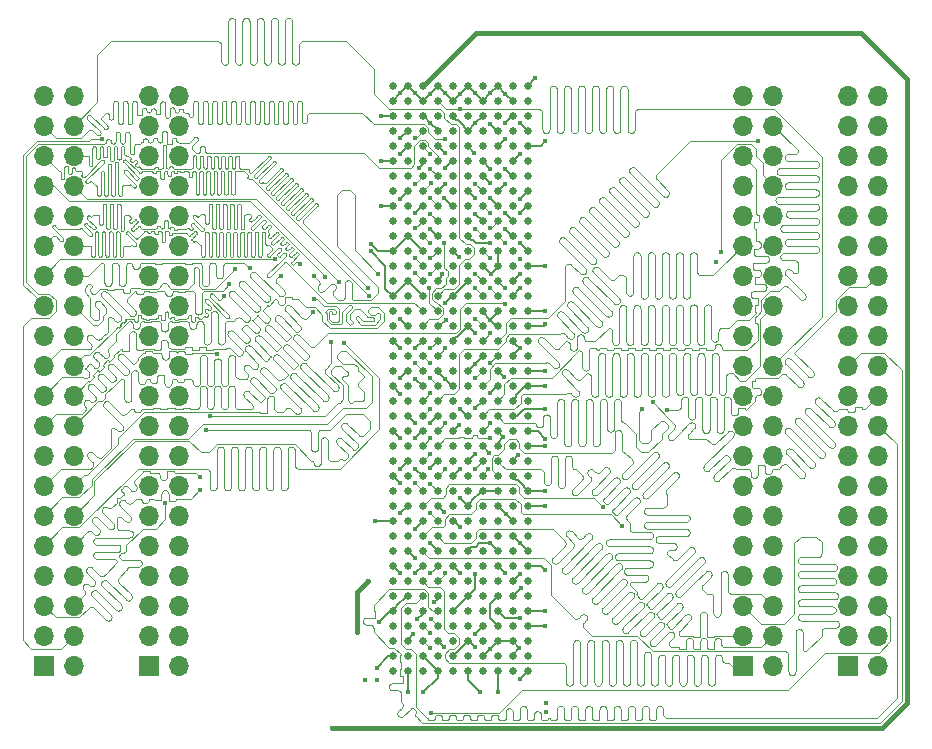
<source format=gtl>
G04 #@! TF.GenerationSoftware,KiCad,Pcbnew,5.0.0-rc3-6a2723a~65~ubuntu16.04.1*
G04 #@! TF.CreationDate,2019-04-26T01:55:19+06:00*
G04 #@! TF.ProjectId,ICE40ADP,49434534304144502E6B696361645F70,rev?*
G04 #@! TF.SameCoordinates,Original*
G04 #@! TF.FileFunction,Copper,L1,Top,Mixed*
G04 #@! TF.FilePolarity,Positive*
%FSLAX46Y46*%
G04 Gerber Fmt 4.6, Leading zero omitted, Abs format (unit mm)*
G04 Created by KiCad (PCBNEW 5.0.0-rc3-6a2723a~65~ubuntu16.04.1) date Fri Apr 26 01:55:19 2019*
%MOMM*%
%LPD*%
G01*
G04 APERTURE LIST*
G04 #@! TA.AperFunction,ComponentPad*
%ADD10R,1.700000X1.700000*%
G04 #@! TD*
G04 #@! TA.AperFunction,ComponentPad*
%ADD11O,1.700000X1.700000*%
G04 #@! TD*
G04 #@! TA.AperFunction,BGAPad,CuDef*
%ADD12C,0.640000*%
G04 #@! TD*
G04 #@! TA.AperFunction,ViaPad*
%ADD13C,0.450000*%
G04 #@! TD*
G04 #@! TA.AperFunction,Conductor*
%ADD14C,0.100000*%
G04 #@! TD*
G04 #@! TA.AperFunction,Conductor*
%ADD15C,0.200000*%
G04 #@! TD*
G04 #@! TA.AperFunction,Conductor*
%ADD16C,0.450000*%
G04 #@! TD*
G04 APERTURE END LIST*
D10*
G04 #@! TO.P,J1,1*
G04 #@! TO.N,N/C*
X111100000Y-127200000D03*
D11*
G04 #@! TO.P,J1,2*
G04 #@! TO.N,+1V8*
X113640000Y-127200000D03*
G04 #@! TO.P,J1,3*
G04 #@! TO.N,N/C*
X111100000Y-124660000D03*
G04 #@! TO.P,J1,4*
G04 #@! TO.N,CHIPLINK_TX_DAT0*
X113640000Y-124660000D03*
G04 #@! TO.P,J1,5*
G04 #@! TO.N,CHIPLINK_TX_DAT2*
X111100000Y-122120000D03*
G04 #@! TO.P,J1,6*
G04 #@! TO.N,CHIPLINK_TX_DAT1*
X113640000Y-122120000D03*
G04 #@! TO.P,J1,7*
G04 #@! TO.N,Earth*
X111100000Y-119580000D03*
G04 #@! TO.P,J1,8*
X113640000Y-119580000D03*
G04 #@! TO.P,J1,9*
G04 #@! TO.N,CHIPLINK_TX_DAT3*
X111100000Y-117040000D03*
G04 #@! TO.P,J1,10*
G04 #@! TO.N,CHIPLINK_TX_DAT5*
X113640000Y-117040000D03*
G04 #@! TO.P,J1,11*
G04 #@! TO.N,CHIPLINK_TX_DAT4*
X111100000Y-114500000D03*
G04 #@! TO.P,J1,12*
G04 #@! TO.N,CHIPLINK_TX_DAT6*
X113640000Y-114500000D03*
G04 #@! TO.P,J1,13*
G04 #@! TO.N,CHIPLINK_TX_DAT9*
X111100000Y-111960000D03*
G04 #@! TO.P,J1,14*
G04 #@! TO.N,CHIPLINK_TX_DAT10*
X113640000Y-111960000D03*
G04 #@! TO.P,J1,15*
G04 #@! TO.N,Earth*
X111100000Y-109420000D03*
G04 #@! TO.P,J1,16*
X113640000Y-109420000D03*
G04 #@! TO.P,J1,17*
G04 #@! TO.N,CHIPLINK_TX_DAT7*
X111100000Y-106880000D03*
G04 #@! TO.P,J1,18*
G04 #@! TO.N,CHIPLINK_TX_DAT11*
X113640000Y-106880000D03*
G04 #@! TO.P,J1,19*
G04 #@! TO.N,CHIPLINK_TX_DAT17*
X111100000Y-104340000D03*
G04 #@! TO.P,J1,20*
G04 #@! TO.N,CHIPLINK_TX_DAT20*
X113640000Y-104340000D03*
G04 #@! TO.P,J1,21*
G04 #@! TO.N,CHIPLINK_TX_DAT8*
X111100000Y-101800000D03*
G04 #@! TO.P,J1,22*
G04 #@! TO.N,CHIPLINK_TX_DAT12*
X113640000Y-101800000D03*
G04 #@! TO.P,J1,23*
G04 #@! TO.N,Earth*
X111100000Y-99260000D03*
G04 #@! TO.P,J1,24*
X113640000Y-99260000D03*
G04 #@! TO.P,J1,25*
G04 #@! TO.N,CHIPLINK_TX_CLK*
X111100000Y-96720000D03*
G04 #@! TO.P,J1,26*
G04 #@! TO.N,CHIPLINK_TX_DAT14*
X113640000Y-96720000D03*
G04 #@! TO.P,J1,27*
G04 #@! TO.N,CHIPLINK_TX_DAT13*
X111100000Y-94180000D03*
G04 #@! TO.P,J1,28*
G04 #@! TO.N,CHIPLINK_TX_DAT16*
X113640000Y-94180000D03*
G04 #@! TO.P,J1,29*
G04 #@! TO.N,CHIPLINK_TX_DAT15*
X111100000Y-91640000D03*
G04 #@! TO.P,J1,30*
G04 #@! TO.N,CHIPLINK_TX_DAT22*
X113640000Y-91640000D03*
G04 #@! TO.P,J1,31*
G04 #@! TO.N,Earth*
X111100000Y-89100000D03*
G04 #@! TO.P,J1,32*
X113640000Y-89100000D03*
G04 #@! TO.P,J1,33*
G04 #@! TO.N,CHIPLINK_TX_DAT18*
X111100000Y-86560000D03*
G04 #@! TO.P,J1,34*
G04 #@! TO.N,CHIPLINK_TX_DAT21*
X113640000Y-86560000D03*
G04 #@! TO.P,J1,35*
G04 #@! TO.N,CHIPLINK_TX_DAT19*
X111100000Y-84020000D03*
G04 #@! TO.P,J1,36*
G04 #@! TO.N,CHIPLINK_TX_DAT25*
X113640000Y-84020000D03*
G04 #@! TO.P,J1,37*
G04 #@! TO.N,CHIPLINK_TX_DAT23*
X111100000Y-81480000D03*
G04 #@! TO.P,J1,38*
G04 #@! TO.N,CHIPLINK_TX_DAT24*
X113640000Y-81480000D03*
G04 #@! TO.P,J1,39*
G04 #@! TO.N,Earth*
X111100000Y-78940000D03*
G04 #@! TO.P,J1,40*
X113640000Y-78940000D03*
G04 #@! TD*
G04 #@! TO.P,J2,40*
G04 #@! TO.N,Earth*
X122590000Y-78940000D03*
G04 #@! TO.P,J2,39*
X120050000Y-78940000D03*
G04 #@! TO.P,J2,38*
G04 #@! TO.N,N/C*
X122590000Y-81480000D03*
G04 #@! TO.P,J2,37*
X120050000Y-81480000D03*
G04 #@! TO.P,J2,36*
X122590000Y-84020000D03*
G04 #@! TO.P,J2,35*
X120050000Y-84020000D03*
G04 #@! TO.P,J2,34*
X122590000Y-86560000D03*
G04 #@! TO.P,J2,33*
X120050000Y-86560000D03*
G04 #@! TO.P,J2,32*
G04 #@! TO.N,Earth*
X122590000Y-89100000D03*
G04 #@! TO.P,J2,31*
X120050000Y-89100000D03*
G04 #@! TO.P,J2,30*
G04 #@! TO.N,N/C*
X122590000Y-91640000D03*
G04 #@! TO.P,J2,29*
X120050000Y-91640000D03*
G04 #@! TO.P,J2,28*
X122590000Y-94180000D03*
G04 #@! TO.P,J2,27*
X120050000Y-94180000D03*
G04 #@! TO.P,J2,26*
X122590000Y-96720000D03*
G04 #@! TO.P,J2,25*
X120050000Y-96720000D03*
G04 #@! TO.P,J2,24*
G04 #@! TO.N,Earth*
X122590000Y-99260000D03*
G04 #@! TO.P,J2,23*
X120050000Y-99260000D03*
G04 #@! TO.P,J2,22*
G04 #@! TO.N,N/C*
X122590000Y-101800000D03*
G04 #@! TO.P,J2,21*
X120050000Y-101800000D03*
G04 #@! TO.P,J2,20*
X122590000Y-104340000D03*
G04 #@! TO.P,J2,19*
X120050000Y-104340000D03*
G04 #@! TO.P,J2,18*
X122590000Y-106880000D03*
G04 #@! TO.P,J2,17*
X120050000Y-106880000D03*
G04 #@! TO.P,J2,16*
G04 #@! TO.N,Earth*
X122590000Y-109420000D03*
G04 #@! TO.P,J2,15*
X120050000Y-109420000D03*
G04 #@! TO.P,J2,14*
G04 #@! TO.N,N/C*
X122590000Y-111960000D03*
G04 #@! TO.P,J2,13*
X120050000Y-111960000D03*
G04 #@! TO.P,J2,12*
X122590000Y-114500000D03*
G04 #@! TO.P,J2,11*
X120050000Y-114500000D03*
G04 #@! TO.P,J2,10*
X122590000Y-117040000D03*
G04 #@! TO.P,J2,9*
G04 #@! TO.N,/Sheet5CA0FCBB/SDIO_CLK*
X120050000Y-117040000D03*
G04 #@! TO.P,J2,8*
G04 #@! TO.N,Earth*
X122590000Y-119580000D03*
G04 #@! TO.P,J2,7*
X120050000Y-119580000D03*
G04 #@! TO.P,J2,6*
G04 #@! TO.N,/Sheet5CA0FCBB/SDIO_DAT1*
X122590000Y-122120000D03*
G04 #@! TO.P,J2,5*
G04 #@! TO.N,/Sheet5CA0FCBB/SDIO_CMD*
X120050000Y-122120000D03*
G04 #@! TO.P,J2,4*
G04 #@! TO.N,/Sheet5CA0FCBB/SDIO_DAT0*
X122590000Y-124660000D03*
G04 #@! TO.P,J2,3*
G04 #@! TO.N,/Sheet5CA0FCBB/SDIO_DAT3*
X120050000Y-124660000D03*
G04 #@! TO.P,J2,2*
G04 #@! TO.N,/Sheet5CA0FCBB/+3V3*
X122590000Y-127200000D03*
D10*
G04 #@! TO.P,J2,1*
G04 #@! TO.N,/Sheet5CA0FCBB/SDIO_DAT2*
X120050000Y-127200000D03*
G04 #@! TD*
G04 #@! TO.P,J3,1*
G04 #@! TO.N,CHIPLINK_RX_DAT26*
X170300000Y-127200000D03*
D11*
G04 #@! TO.P,J3,2*
G04 #@! TO.N,+1V8*
X172840000Y-127200000D03*
G04 #@! TO.P,J3,3*
G04 #@! TO.N,CHIPLINK_RX_DAT20*
X170300000Y-124660000D03*
G04 #@! TO.P,J3,4*
G04 #@! TO.N,CHIPLINK_RX_DAT25*
X172840000Y-124660000D03*
G04 #@! TO.P,J3,5*
G04 #@! TO.N,CHIPLINK_RX_DAT23*
X170300000Y-122120000D03*
G04 #@! TO.P,J3,6*
G04 #@! TO.N,CHIPLINK_RX_DAT21*
X172840000Y-122120000D03*
G04 #@! TO.P,J3,7*
G04 #@! TO.N,Earth*
X170300000Y-119580000D03*
G04 #@! TO.P,J3,8*
X172840000Y-119580000D03*
G04 #@! TO.P,J3,9*
G04 #@! TO.N,CHIPLINK_RX_DAT24*
X170300000Y-117040000D03*
G04 #@! TO.P,J3,10*
G04 #@! TO.N,N/C*
X172840000Y-117040000D03*
G04 #@! TO.P,J3,11*
G04 #@! TO.N,CHIPLINK_RX_DAT18*
X170300000Y-114500000D03*
G04 #@! TO.P,J3,12*
G04 #@! TO.N,CHIPLINK_RX_DAT22*
X172840000Y-114500000D03*
G04 #@! TO.P,J3,13*
G04 #@! TO.N,CHIPLINK_RX_DAT19*
X170300000Y-111960000D03*
G04 #@! TO.P,J3,14*
G04 #@! TO.N,CHIPLINK_RX_DAT16*
X172840000Y-111960000D03*
G04 #@! TO.P,J3,15*
G04 #@! TO.N,Earth*
X170300000Y-109420000D03*
G04 #@! TO.P,J3,16*
X172840000Y-109420000D03*
G04 #@! TO.P,J3,17*
G04 #@! TO.N,CHIPLINK_RX_DAT17*
X170300000Y-106880000D03*
G04 #@! TO.P,J3,18*
G04 #@! TO.N,CHIPLINK_RX_DAT15*
X172840000Y-106880000D03*
G04 #@! TO.P,J3,19*
G04 #@! TO.N,CHIPLINK_RX_DAT9*
X170300000Y-104340000D03*
G04 #@! TO.P,J3,20*
G04 #@! TO.N,CHIPLINK_RX_DAT14*
X172840000Y-104340000D03*
G04 #@! TO.P,J3,21*
G04 #@! TO.N,CHIPLINK_RX_DAT13*
X170300000Y-101800000D03*
G04 #@! TO.P,J3,22*
G04 #@! TO.N,CHIPLINK_RX_CLK*
X172840000Y-101800000D03*
G04 #@! TO.P,J3,23*
G04 #@! TO.N,Earth*
X170300000Y-99260000D03*
G04 #@! TO.P,J3,24*
X172840000Y-99260000D03*
G04 #@! TO.P,J3,25*
G04 #@! TO.N,CHIPLINK_RX_DAT11*
X170300000Y-96720000D03*
G04 #@! TO.P,J3,26*
G04 #@! TO.N,CHIPLINK_RX_DAT12*
X172840000Y-96720000D03*
G04 #@! TO.P,J3,27*
G04 #@! TO.N,CHIPLINK_RX_DAT10*
X170300000Y-94180000D03*
G04 #@! TO.P,J3,28*
G04 #@! TO.N,CHIPLINK_RX_DAT8*
X172840000Y-94180000D03*
G04 #@! TO.P,J3,29*
G04 #@! TO.N,CHIPLINK_RX_DAT7*
X170300000Y-91640000D03*
G04 #@! TO.P,J3,30*
G04 #@! TO.N,CHIPLINK_RX_DAT4*
X172840000Y-91640000D03*
G04 #@! TO.P,J3,31*
G04 #@! TO.N,Earth*
X170300000Y-89100000D03*
G04 #@! TO.P,J3,32*
X172840000Y-89100000D03*
G04 #@! TO.P,J3,33*
G04 #@! TO.N,CHIPLINK_RX_DAT3*
X170300000Y-86560000D03*
G04 #@! TO.P,J3,34*
G04 #@! TO.N,CHIPLINK_RX_DAT6*
X172840000Y-86560000D03*
G04 #@! TO.P,J3,35*
G04 #@! TO.N,CHIPLINK_RX_DAT1*
X170300000Y-84020000D03*
G04 #@! TO.P,J3,36*
G04 #@! TO.N,CHIPLINK_RX_DAT5*
X172840000Y-84020000D03*
G04 #@! TO.P,J3,37*
G04 #@! TO.N,CHIPLINK_RX_DAT0*
X170300000Y-81480000D03*
G04 #@! TO.P,J3,38*
G04 #@! TO.N,CHIPLINK_RX_DAT2*
X172840000Y-81480000D03*
G04 #@! TO.P,J3,39*
G04 #@! TO.N,Earth*
X170300000Y-78940000D03*
G04 #@! TO.P,J3,40*
X172840000Y-78940000D03*
G04 #@! TD*
G04 #@! TO.P,J4,40*
G04 #@! TO.N,Earth*
X181740000Y-78940000D03*
G04 #@! TO.P,J4,39*
X179200000Y-78940000D03*
G04 #@! TO.P,J4,38*
G04 #@! TO.N,CHIPLINK_TX_DAT26*
X181740000Y-81480000D03*
G04 #@! TO.P,J4,37*
G04 #@! TO.N,CHIPLINK_TX_DAT27*
X179200000Y-81480000D03*
G04 #@! TO.P,J4,36*
G04 #@! TO.N,CHIPLINK_TX_DAT29*
X181740000Y-84020000D03*
G04 #@! TO.P,J4,35*
G04 #@! TO.N,CHIPLINK_TX_DAT28*
X179200000Y-84020000D03*
G04 #@! TO.P,J4,34*
G04 #@! TO.N,CHIPLINK_TX_DAT30*
X181740000Y-86560000D03*
G04 #@! TO.P,J4,33*
G04 #@! TO.N,CHIPLINK_TX_DAT31*
X179200000Y-86560000D03*
G04 #@! TO.P,J4,32*
G04 #@! TO.N,Earth*
X181740000Y-89100000D03*
G04 #@! TO.P,J4,31*
X179200000Y-89100000D03*
G04 #@! TO.P,J4,30*
G04 #@! TO.N,CHIPLINK_RX_DAT30*
X181740000Y-91640000D03*
G04 #@! TO.P,J4,29*
G04 #@! TO.N,CHIPLINK_RX_DAT28*
X179200000Y-91640000D03*
G04 #@! TO.P,J4,28*
G04 #@! TO.N,CHIPLINK_TX_SEND*
X181740000Y-94180000D03*
G04 #@! TO.P,J4,27*
G04 #@! TO.N,CHIPLINK_RX_DAT29*
X179200000Y-94180000D03*
G04 #@! TO.P,J4,26*
G04 #@! TO.N,CHIPLINK_RX_RST*
X181740000Y-96720000D03*
G04 #@! TO.P,J4,25*
G04 #@! TO.N,CHIPLINK_RX_DAT31*
X179200000Y-96720000D03*
G04 #@! TO.P,J4,24*
G04 #@! TO.N,Earth*
X181740000Y-99260000D03*
G04 #@! TO.P,J4,23*
X179200000Y-99260000D03*
G04 #@! TO.P,J4,22*
G04 #@! TO.N,N/C*
X181740000Y-101800000D03*
G04 #@! TO.P,J4,21*
G04 #@! TO.N,CHIPLINK_RX_SEND*
X179200000Y-101800000D03*
G04 #@! TO.P,J4,20*
G04 #@! TO.N,CHIPLINK_TX_RST*
X181740000Y-104340000D03*
G04 #@! TO.P,J4,19*
G04 #@! TO.N,N/C*
X179200000Y-104340000D03*
G04 #@! TO.P,J4,18*
G04 #@! TO.N,CHIPLINK_RX_DAT27*
X181740000Y-106880000D03*
G04 #@! TO.P,J4,17*
G04 #@! TO.N,N/C*
X179200000Y-106880000D03*
G04 #@! TO.P,J4,16*
G04 #@! TO.N,Earth*
X181740000Y-109420000D03*
G04 #@! TO.P,J4,15*
X179200000Y-109420000D03*
G04 #@! TO.P,J4,14*
G04 #@! TO.N,N/C*
X181740000Y-111960000D03*
G04 #@! TO.P,J4,13*
X179200000Y-111960000D03*
G04 #@! TO.P,J4,12*
X181740000Y-114500000D03*
G04 #@! TO.P,J4,11*
X179200000Y-114500000D03*
G04 #@! TO.P,J4,10*
X181740000Y-117040000D03*
G04 #@! TO.P,J4,9*
X179200000Y-117040000D03*
G04 #@! TO.P,J4,8*
G04 #@! TO.N,Earth*
X181740000Y-119580000D03*
G04 #@! TO.P,J4,7*
X179200000Y-119580000D03*
G04 #@! TO.P,J4,6*
G04 #@! TO.N,/Sheet5CA0FCBB/SDIO_CD*
X181740000Y-122120000D03*
G04 #@! TO.P,J4,5*
G04 #@! TO.N,N/C*
X179200000Y-122120000D03*
G04 #@! TO.P,J4,4*
G04 #@! TO.N,RESET_N*
X181740000Y-124660000D03*
G04 #@! TO.P,J4,3*
G04 #@! TO.N,N/C*
X179200000Y-124660000D03*
G04 #@! TO.P,J4,2*
G04 #@! TO.N,+1V8*
X181740000Y-127200000D03*
D10*
G04 #@! TO.P,J4,1*
G04 #@! TO.N,N/C*
X179200000Y-127200000D03*
G04 #@! TD*
D12*
G04 #@! TO.P,J5,C1*
G04 #@! TO.N,Earth*
X149525000Y-78135000D03*
G04 #@! TO.P,J5,C2*
G04 #@! TO.N,N/C*
X149525000Y-79405000D03*
G04 #@! TO.P,J5,C3*
X149525000Y-80675000D03*
G04 #@! TO.P,J5,C4*
G04 #@! TO.N,Earth*
X149525000Y-81945000D03*
G04 #@! TO.P,J5,C5*
X149525000Y-83215000D03*
G04 #@! TO.P,J5,C6*
G04 #@! TO.N,N/C*
X149525000Y-84485000D03*
G04 #@! TO.P,J5,C7*
X149525000Y-85755000D03*
G04 #@! TO.P,J5,C8*
G04 #@! TO.N,Earth*
X149525000Y-87025000D03*
G04 #@! TO.P,J5,C9*
X149525000Y-88295000D03*
G04 #@! TO.P,J5,C10*
G04 #@! TO.N,CHIPLINK_TX_DAT12*
X149525000Y-89565000D03*
G04 #@! TO.P,J5,C11*
G04 #@! TO.N,CHIPLINK_TX_DAT13*
X149525000Y-90835000D03*
G04 #@! TO.P,J5,C12*
G04 #@! TO.N,Earth*
X149525000Y-92105000D03*
G04 #@! TO.P,J5,C13*
X149525000Y-93375000D03*
G04 #@! TO.P,J5,C14*
G04 #@! TO.N,CHIPLINK_TX_DAT20*
X149525000Y-94645000D03*
G04 #@! TO.P,J5,C15*
G04 #@! TO.N,CHIPLINK_TX_DAT21*
X149525000Y-95915000D03*
G04 #@! TO.P,J5,C16*
G04 #@! TO.N,Earth*
X149525000Y-97185000D03*
G04 #@! TO.P,J5,C17*
X149525000Y-98455000D03*
G04 #@! TO.P,J5,C18*
G04 #@! TO.N,CHIPLINK_TX_DAT28*
X149525000Y-99725000D03*
G04 #@! TO.P,J5,C19*
G04 #@! TO.N,CHIPLINK_TX_DAT29*
X149525000Y-100995000D03*
G04 #@! TO.P,J5,C20*
G04 #@! TO.N,Earth*
X149525000Y-102260000D03*
G04 #@! TO.P,J5,C40*
X149525000Y-127665000D03*
G04 #@! TO.P,J5,C39*
G04 #@! TO.N,N/C*
X149525000Y-126395000D03*
G04 #@! TO.P,J5,C38*
G04 #@! TO.N,Earth*
X149525000Y-125125000D03*
G04 #@! TO.P,J5,C37*
G04 #@! TO.N,/Sheet5CA0FCF5/12P0V_FMC*
X149525000Y-123855000D03*
G04 #@! TO.P,J5,C36*
G04 #@! TO.N,Earth*
X149525000Y-122585000D03*
G04 #@! TO.P,J5,C35*
G04 #@! TO.N,/Sheet5CA0FCF5/12P0V_FMC*
X149525000Y-121315000D03*
G04 #@! TO.P,J5,C34*
G04 #@! TO.N,N/C*
X149525000Y-120045000D03*
G04 #@! TO.P,J5,C33*
G04 #@! TO.N,Earth*
X149525000Y-118775000D03*
G04 #@! TO.P,J5,C32*
X149525000Y-117505000D03*
G04 #@! TO.P,J5,C31*
G04 #@! TO.N,N/C*
X149525000Y-116235000D03*
G04 #@! TO.P,J5,C30*
X149525000Y-114965000D03*
G04 #@! TO.P,J5,C29*
G04 #@! TO.N,Earth*
X149525000Y-113695000D03*
G04 #@! TO.P,J5,C28*
X149525000Y-112425000D03*
G04 #@! TO.P,J5,C27*
G04 #@! TO.N,CHIPLINK_RX_DAT21*
X149525000Y-111155000D03*
G04 #@! TO.P,J5,C26*
G04 #@! TO.N,CHIPLINK_RX_DAT20*
X149525000Y-109885000D03*
G04 #@! TO.P,J5,C25*
G04 #@! TO.N,Earth*
X149525000Y-108615000D03*
G04 #@! TO.P,J5,C24*
X149525000Y-107345000D03*
G04 #@! TO.P,J5,C23*
G04 #@! TO.N,CHIPLINK_RX_DAT3*
X149525000Y-106075000D03*
G04 #@! TO.P,J5,C22*
G04 #@! TO.N,CHIPLINK_RX_DAT2*
X149525000Y-104805000D03*
G04 #@! TO.P,J5,C21*
G04 #@! TO.N,Earth*
X149525000Y-103540000D03*
G04 #@! TO.P,J5,D21*
G04 #@! TO.N,CHIPLINK_RX_DAT1*
X148255000Y-103540000D03*
G04 #@! TO.P,J5,D22*
G04 #@! TO.N,Earth*
X148255000Y-104805000D03*
G04 #@! TO.P,J5,D23*
G04 #@! TO.N,CHIPLINK_RX_DAT12*
X148255000Y-106075000D03*
G04 #@! TO.P,J5,D24*
G04 #@! TO.N,CHIPLINK_RX_DAT13*
X148255000Y-107345000D03*
G04 #@! TO.P,J5,D25*
G04 #@! TO.N,Earth*
X148255000Y-108615000D03*
G04 #@! TO.P,J5,D26*
G04 #@! TO.N,CHIPLINK_RX_DAT18*
X148255000Y-109885000D03*
G04 #@! TO.P,J5,D27*
G04 #@! TO.N,CHIPLINK_RX_DAT19*
X148255000Y-111155000D03*
G04 #@! TO.P,J5,D28*
G04 #@! TO.N,Earth*
X148255000Y-112425000D03*
G04 #@! TO.P,J5,D29*
G04 #@! TO.N,N/C*
X148255000Y-113695000D03*
G04 #@! TO.P,J5,D30*
X148255000Y-114965000D03*
G04 #@! TO.P,J5,D31*
X148255000Y-116235000D03*
G04 #@! TO.P,J5,D32*
X148255000Y-117505000D03*
G04 #@! TO.P,J5,D33*
X148255000Y-118775000D03*
G04 #@! TO.P,J5,D34*
X148255000Y-120045000D03*
G04 #@! TO.P,J5,D35*
X148255000Y-121315000D03*
G04 #@! TO.P,J5,D36*
X148255000Y-122585000D03*
G04 #@! TO.P,J5,D37*
G04 #@! TO.N,Earth*
X148255000Y-123855000D03*
G04 #@! TO.P,J5,D38*
G04 #@! TO.N,N/C*
X148255000Y-125125000D03*
G04 #@! TO.P,J5,D39*
G04 #@! TO.N,Earth*
X148255000Y-126395000D03*
G04 #@! TO.P,J5,D40*
G04 #@! TO.N,N/C*
X148255000Y-127665000D03*
G04 #@! TO.P,J5,D20*
G04 #@! TO.N,CHIPLINK_RX_DAT0*
X148255000Y-102260000D03*
G04 #@! TO.P,J5,D19*
G04 #@! TO.N,Earth*
X148255000Y-100995000D03*
G04 #@! TO.P,J5,D18*
G04 #@! TO.N,CHIPLINK_TX_DAT27*
X148255000Y-99725000D03*
G04 #@! TO.P,J5,D17*
G04 #@! TO.N,CHIPLINK_TX_DAT26*
X148255000Y-98455000D03*
G04 #@! TO.P,J5,D16*
G04 #@! TO.N,Earth*
X148255000Y-97185000D03*
G04 #@! TO.P,J5,D15*
G04 #@! TO.N,CHIPLINK_TX_DAT19*
X148255000Y-95915000D03*
G04 #@! TO.P,J5,D14*
G04 #@! TO.N,CHIPLINK_TX_DAT18*
X148255000Y-94645000D03*
G04 #@! TO.P,J5,D13*
G04 #@! TO.N,Earth*
X148255000Y-93375000D03*
G04 #@! TO.P,J5,D12*
G04 #@! TO.N,CHIPLINK_TX_DAT11*
X148255000Y-92105000D03*
G04 #@! TO.P,J5,D11*
G04 #@! TO.N,CHIPLINK_TX_DAT10*
X148255000Y-90835000D03*
G04 #@! TO.P,J5,D10*
G04 #@! TO.N,Earth*
X148255000Y-89565000D03*
G04 #@! TO.P,J5,D9*
G04 #@! TO.N,CHIPLINK_TX_DAT3*
X148255000Y-88295000D03*
G04 #@! TO.P,J5,D8*
G04 #@! TO.N,CHIPLINK_TX_DAT2*
X148255000Y-87025000D03*
G04 #@! TO.P,J5,D7*
G04 #@! TO.N,Earth*
X148255000Y-85755000D03*
G04 #@! TO.P,J5,D6*
X148255000Y-84485000D03*
G04 #@! TO.P,J5,D5*
G04 #@! TO.N,N/C*
X148255000Y-83215000D03*
G04 #@! TO.P,J5,D4*
X148255000Y-81945000D03*
G04 #@! TO.P,J5,D3*
G04 #@! TO.N,Earth*
X148255000Y-80675000D03*
G04 #@! TO.P,J5,D2*
X148255000Y-79405000D03*
G04 #@! TO.P,J5,D1*
G04 #@! TO.N,N/C*
X148255000Y-78135000D03*
G04 #@! TO.P,J5,H1*
G04 #@! TO.N,+1V8*
X143175000Y-78135000D03*
G04 #@! TO.P,J5,H2*
G04 #@! TO.N,Earth*
X143175000Y-79405000D03*
G04 #@! TO.P,J5,H3*
X143175000Y-80675000D03*
G04 #@! TO.P,J5,H4*
G04 #@! TO.N,CHIPLINK_TX_CLK*
X143175000Y-81945000D03*
G04 #@! TO.P,J5,H5*
G04 #@! TO.N,RESET_N*
X143175000Y-83215000D03*
G04 #@! TO.P,J5,H6*
G04 #@! TO.N,Earth*
X143175000Y-84485000D03*
G04 #@! TO.P,J5,H7*
G04 #@! TO.N,CHIPLINK_TX_DAT4*
X143175000Y-85755000D03*
G04 #@! TO.P,J5,H8*
G04 #@! TO.N,CHIPLINK_TX_DAT5*
X143175000Y-87025000D03*
G04 #@! TO.P,J5,H9*
G04 #@! TO.N,Earth*
X143175000Y-88295000D03*
G04 #@! TO.P,J5,H10*
G04 #@! TO.N,CHIPLINK_TX_DAT8*
X143175000Y-89565000D03*
G04 #@! TO.P,J5,H11*
G04 #@! TO.N,CHIPLINK_TX_DAT9*
X143175000Y-90835000D03*
G04 #@! TO.P,J5,H12*
G04 #@! TO.N,Earth*
X143175000Y-92105000D03*
G04 #@! TO.P,J5,H13*
G04 #@! TO.N,CHIPLINK_TX_DAT14*
X143175000Y-93375000D03*
G04 #@! TO.P,J5,H14*
G04 #@! TO.N,CHIPLINK_TX_DAT15*
X143175000Y-94645000D03*
G04 #@! TO.P,J5,H15*
G04 #@! TO.N,Earth*
X143175000Y-95915000D03*
G04 #@! TO.P,J5,H16*
G04 #@! TO.N,CHIPLINK_TX_DAT22*
X143175000Y-97185000D03*
G04 #@! TO.P,J5,H17*
G04 #@! TO.N,CHIPLINK_TX_DAT23*
X143175000Y-98455000D03*
G04 #@! TO.P,J5,H18*
G04 #@! TO.N,Earth*
X143175000Y-99725000D03*
G04 #@! TO.P,J5,H19*
G04 #@! TO.N,CHIPLINK_TX_DAT30*
X143175000Y-100995000D03*
G04 #@! TO.P,J5,H20*
G04 #@! TO.N,CHIPLINK_TX_DAT31*
X143175000Y-102260000D03*
G04 #@! TO.P,J5,H40*
G04 #@! TO.N,N/C*
X143175000Y-127665000D03*
G04 #@! TO.P,J5,H39*
G04 #@! TO.N,Earth*
X143175000Y-126395000D03*
G04 #@! TO.P,J5,H38*
G04 #@! TO.N,CHIPLINK_RX_DAT31*
X143175000Y-125125000D03*
G04 #@! TO.P,J5,H37*
G04 #@! TO.N,CHIPLINK_RX_DAT30*
X143175000Y-123855000D03*
G04 #@! TO.P,J5,H36*
G04 #@! TO.N,Earth*
X143175000Y-122585000D03*
G04 #@! TO.P,J5,H35*
G04 #@! TO.N,CHIPLINK_RX_DAT27*
X143175000Y-121315000D03*
G04 #@! TO.P,J5,H34*
G04 #@! TO.N,CHIPLINK_RX_DAT26*
X143175000Y-120045000D03*
G04 #@! TO.P,J5,H33*
G04 #@! TO.N,Earth*
X143175000Y-118775000D03*
G04 #@! TO.P,J5,H32*
G04 #@! TO.N,CHIPLINK_RX_DAT23*
X143175000Y-117505000D03*
G04 #@! TO.P,J5,H31*
G04 #@! TO.N,CHIPLINK_RX_DAT22*
X143175000Y-116235000D03*
G04 #@! TO.P,J5,H30*
G04 #@! TO.N,Earth*
X143175000Y-114965000D03*
G04 #@! TO.P,J5,H29*
G04 #@! TO.N,CHIPLINK_RX_DAT15*
X143175000Y-113695000D03*
G04 #@! TO.P,J5,H28*
G04 #@! TO.N,CHIPLINK_RX_DAT14*
X143175000Y-112425000D03*
G04 #@! TO.P,J5,H27*
G04 #@! TO.N,Earth*
X143175000Y-111155000D03*
G04 #@! TO.P,J5,H26*
G04 #@! TO.N,CHIPLINK_RX_DAT9*
X143175000Y-109885000D03*
G04 #@! TO.P,J5,H25*
G04 #@! TO.N,CHIPLINK_RX_DAT8*
X143175000Y-108615000D03*
G04 #@! TO.P,J5,H24*
G04 #@! TO.N,Earth*
X143175000Y-107345000D03*
G04 #@! TO.P,J5,H23*
G04 #@! TO.N,CHIPLINK_RX_DAT5*
X143175000Y-106075000D03*
G04 #@! TO.P,J5,H22*
G04 #@! TO.N,CHIPLINK_RX_DAT4*
X143175000Y-104805000D03*
G04 #@! TO.P,J5,H21*
G04 #@! TO.N,Earth*
X143175000Y-103540000D03*
G04 #@! TO.P,J5,G21*
G04 #@! TO.N,CHIPLINK_RX_DAT6*
X144445000Y-103540000D03*
G04 #@! TO.P,J5,G22*
G04 #@! TO.N,CHIPLINK_RX_DAT7*
X144445000Y-104805000D03*
G04 #@! TO.P,J5,G23*
G04 #@! TO.N,Earth*
X144445000Y-106075000D03*
G04 #@! TO.P,J5,G24*
G04 #@! TO.N,CHIPLINK_RX_DAT10*
X144445000Y-107345000D03*
G04 #@! TO.P,J5,G25*
G04 #@! TO.N,CHIPLINK_RX_DAT11*
X144445000Y-108615000D03*
G04 #@! TO.P,J5,G26*
G04 #@! TO.N,Earth*
X144445000Y-109885000D03*
G04 #@! TO.P,J5,G27*
G04 #@! TO.N,CHIPLINK_RX_DAT16*
X144445000Y-111155000D03*
G04 #@! TO.P,J5,G28*
G04 #@! TO.N,CHIPLINK_RX_DAT17*
X144445000Y-112425000D03*
G04 #@! TO.P,J5,G29*
G04 #@! TO.N,Earth*
X144445000Y-113695000D03*
G04 #@! TO.P,J5,G30*
G04 #@! TO.N,CHIPLINK_RX_DAT24*
X144445000Y-114965000D03*
G04 #@! TO.P,J5,G31*
G04 #@! TO.N,CHIPLINK_RX_DAT25*
X144445000Y-116235000D03*
G04 #@! TO.P,J5,G32*
G04 #@! TO.N,Earth*
X144445000Y-117505000D03*
G04 #@! TO.P,J5,G33*
G04 #@! TO.N,CHIPLINK_RX_DAT28*
X144445000Y-118775000D03*
G04 #@! TO.P,J5,G34*
G04 #@! TO.N,CHIPLINK_RX_DAT29*
X144445000Y-120045000D03*
G04 #@! TO.P,J5,G35*
G04 #@! TO.N,Earth*
X144445000Y-121315000D03*
G04 #@! TO.P,J5,G36*
G04 #@! TO.N,CHIPLINK_RX_SEND*
X144445000Y-122585000D03*
G04 #@! TO.P,J5,G37*
G04 #@! TO.N,CHIPLINK_RX_RST*
X144445000Y-123855000D03*
G04 #@! TO.P,J5,G38*
G04 #@! TO.N,Earth*
X144445000Y-125125000D03*
G04 #@! TO.P,J5,G39*
G04 #@! TO.N,N/C*
X144445000Y-126395000D03*
G04 #@! TO.P,J5,G40*
G04 #@! TO.N,Earth*
X144445000Y-127665000D03*
G04 #@! TO.P,J5,G20*
X144445000Y-102260000D03*
G04 #@! TO.P,J5,G19*
G04 #@! TO.N,CHIPLINK_TX_RST*
X144445000Y-100995000D03*
G04 #@! TO.P,J5,G18*
G04 #@! TO.N,CHIPLINK_TX_SEND*
X144445000Y-99725000D03*
G04 #@! TO.P,J5,G17*
G04 #@! TO.N,Earth*
X144445000Y-98455000D03*
G04 #@! TO.P,J5,G16*
G04 #@! TO.N,CHIPLINK_TX_DAT25*
X144445000Y-97185000D03*
G04 #@! TO.P,J5,G15*
G04 #@! TO.N,CHIPLINK_TX_DAT24*
X144445000Y-95915000D03*
G04 #@! TO.P,J5,G14*
G04 #@! TO.N,Earth*
X144445000Y-94645000D03*
G04 #@! TO.P,J5,G13*
G04 #@! TO.N,CHIPLINK_TX_DAT17*
X144445000Y-93375000D03*
G04 #@! TO.P,J5,G12*
G04 #@! TO.N,CHIPLINK_TX_DAT16*
X144445000Y-92105000D03*
G04 #@! TO.P,J5,G11*
G04 #@! TO.N,Earth*
X144445000Y-90835000D03*
G04 #@! TO.P,J5,G10*
G04 #@! TO.N,CHIPLINK_TX_DAT7*
X144445000Y-89565000D03*
G04 #@! TO.P,J5,G9*
G04 #@! TO.N,CHIPLINK_TX_DAT6*
X144445000Y-88295000D03*
G04 #@! TO.P,J5,G8*
G04 #@! TO.N,Earth*
X144445000Y-87025000D03*
G04 #@! TO.P,J5,G7*
G04 #@! TO.N,CHIPLINK_TX_DAT1*
X144445000Y-85755000D03*
G04 #@! TO.P,J5,G6*
G04 #@! TO.N,CHIPLINK_TX_DAT0*
X144445000Y-84485000D03*
G04 #@! TO.P,J5,G5*
G04 #@! TO.N,Earth*
X144445000Y-83215000D03*
G04 #@! TO.P,J5,G4*
X144445000Y-81945000D03*
G04 #@! TO.P,J5,G3*
G04 #@! TO.N,N/C*
X144445000Y-80675000D03*
G04 #@! TO.P,J5,G2*
G04 #@! TO.N,CHIPLINK_RX_CLK*
X144445000Y-79405000D03*
G04 #@! TO.P,J5,G1*
G04 #@! TO.N,Earth*
X144445000Y-78135000D03*
G04 #@! TO.P,J5,B1*
G04 #@! TO.N,N/C*
X150795000Y-78135000D03*
G04 #@! TO.P,J5,B2*
G04 #@! TO.N,Earth*
X150795000Y-79405000D03*
G04 #@! TO.P,J5,B3*
X150795000Y-80675000D03*
G04 #@! TO.P,J5,B4*
G04 #@! TO.N,N/C*
X150795000Y-81945000D03*
G04 #@! TO.P,J5,B5*
X150795000Y-83215000D03*
G04 #@! TO.P,J5,B6*
G04 #@! TO.N,Earth*
X150795000Y-84485000D03*
G04 #@! TO.P,J5,B7*
X150795000Y-85755000D03*
G04 #@! TO.P,J5,B8*
G04 #@! TO.N,N/C*
X150795000Y-87025000D03*
G04 #@! TO.P,J5,B9*
X150795000Y-88295000D03*
G04 #@! TO.P,J5,B10*
G04 #@! TO.N,Earth*
X150795000Y-89565000D03*
G04 #@! TO.P,J5,B11*
X150795000Y-90835000D03*
G04 #@! TO.P,J5,B12*
G04 #@! TO.N,N/C*
X150795000Y-92105000D03*
G04 #@! TO.P,J5,B13*
X150795000Y-93375000D03*
G04 #@! TO.P,J5,B14*
G04 #@! TO.N,Earth*
X150795000Y-94645000D03*
G04 #@! TO.P,J5,B15*
X150795000Y-95915000D03*
G04 #@! TO.P,J5,B16*
G04 #@! TO.N,N/C*
X150795000Y-97185000D03*
G04 #@! TO.P,J5,B17*
X150795000Y-98455000D03*
G04 #@! TO.P,J5,B18*
G04 #@! TO.N,Earth*
X150795000Y-99725000D03*
G04 #@! TO.P,J5,B19*
X150795000Y-100995000D03*
G04 #@! TO.P,J5,B20*
G04 #@! TO.N,N/C*
X150795000Y-102260000D03*
G04 #@! TO.P,J5,B21*
X150795000Y-103540000D03*
G04 #@! TO.P,J5,B22*
G04 #@! TO.N,Earth*
X150795000Y-104805000D03*
G04 #@! TO.P,J5,B23*
X150795000Y-106075000D03*
G04 #@! TO.P,J5,B24*
G04 #@! TO.N,N/C*
X150795000Y-107345000D03*
G04 #@! TO.P,J5,B25*
X150795000Y-108615000D03*
G04 #@! TO.P,J5,B26*
G04 #@! TO.N,Earth*
X150795000Y-109885000D03*
G04 #@! TO.P,J5,B27*
X150795000Y-111155000D03*
G04 #@! TO.P,J5,B28*
G04 #@! TO.N,N/C*
X150795000Y-112425000D03*
G04 #@! TO.P,J5,B29*
X150795000Y-113695000D03*
G04 #@! TO.P,J5,B30*
G04 #@! TO.N,Earth*
X150795000Y-114965000D03*
G04 #@! TO.P,J5,B31*
X150795000Y-116235000D03*
G04 #@! TO.P,J5,B32*
G04 #@! TO.N,N/C*
X150795000Y-117505000D03*
G04 #@! TO.P,J5,B33*
X150795000Y-118775000D03*
G04 #@! TO.P,J5,B34*
G04 #@! TO.N,Earth*
X150795000Y-120045000D03*
G04 #@! TO.P,J5,B35*
X150795000Y-121315000D03*
G04 #@! TO.P,J5,B36*
G04 #@! TO.N,N/C*
X150795000Y-122585000D03*
G04 #@! TO.P,J5,B37*
X150795000Y-123855000D03*
G04 #@! TO.P,J5,B38*
G04 #@! TO.N,Earth*
X150795000Y-125125000D03*
G04 #@! TO.P,J5,B39*
X150795000Y-126395000D03*
G04 #@! TO.P,J5,B40*
G04 #@! TO.N,N/C*
X150795000Y-127665000D03*
G04 #@! TO.P,J5,A1*
G04 #@! TO.N,Earth*
X152065000Y-78135000D03*
G04 #@! TO.P,J5,A2*
G04 #@! TO.N,N/C*
X152065000Y-79405000D03*
G04 #@! TO.P,J5,A3*
X152065000Y-80675000D03*
G04 #@! TO.P,J5,A4*
G04 #@! TO.N,Earth*
X152065000Y-81945000D03*
G04 #@! TO.P,J5,A5*
X152065000Y-83215000D03*
G04 #@! TO.P,J5,A6*
G04 #@! TO.N,N/C*
X152065000Y-84485000D03*
G04 #@! TO.P,J5,A7*
X152065000Y-85755000D03*
G04 #@! TO.P,J5,A8*
G04 #@! TO.N,Earth*
X152065000Y-87025000D03*
G04 #@! TO.P,J5,A9*
X152065000Y-88295000D03*
G04 #@! TO.P,J5,A10*
G04 #@! TO.N,N/C*
X152065000Y-89565000D03*
G04 #@! TO.P,J5,A11*
X152065000Y-90835000D03*
G04 #@! TO.P,J5,A12*
G04 #@! TO.N,Earth*
X152065000Y-92105000D03*
G04 #@! TO.P,J5,A13*
X152065000Y-93375000D03*
G04 #@! TO.P,J5,A14*
G04 #@! TO.N,N/C*
X152065000Y-94645000D03*
G04 #@! TO.P,J5,A15*
X152065000Y-95915000D03*
G04 #@! TO.P,J5,A16*
G04 #@! TO.N,Earth*
X152065000Y-97185000D03*
G04 #@! TO.P,J5,A17*
X152065000Y-98455000D03*
G04 #@! TO.P,J5,A18*
G04 #@! TO.N,N/C*
X152065000Y-99725000D03*
G04 #@! TO.P,J5,A19*
X152065000Y-100995000D03*
G04 #@! TO.P,J5,A20*
G04 #@! TO.N,Earth*
X152065000Y-102260000D03*
G04 #@! TO.P,J5,A21*
X152065000Y-103540000D03*
G04 #@! TO.P,J5,A22*
G04 #@! TO.N,N/C*
X152065000Y-104805000D03*
G04 #@! TO.P,J5,A23*
X152065000Y-106075000D03*
G04 #@! TO.P,J5,A24*
G04 #@! TO.N,Earth*
X152065000Y-107345000D03*
G04 #@! TO.P,J5,A25*
X152065000Y-108615000D03*
G04 #@! TO.P,J5,A26*
G04 #@! TO.N,N/C*
X152065000Y-109885000D03*
G04 #@! TO.P,J5,A27*
X152065000Y-111155000D03*
G04 #@! TO.P,J5,A28*
G04 #@! TO.N,Earth*
X152065000Y-112425000D03*
G04 #@! TO.P,J5,A29*
X152065000Y-113695000D03*
G04 #@! TO.P,J5,A30*
G04 #@! TO.N,N/C*
X152065000Y-114965000D03*
G04 #@! TO.P,J5,A31*
X152065000Y-116235000D03*
G04 #@! TO.P,J5,A32*
G04 #@! TO.N,Earth*
X152065000Y-117505000D03*
G04 #@! TO.P,J5,A33*
X152065000Y-118775000D03*
G04 #@! TO.P,J5,A34*
G04 #@! TO.N,N/C*
X152065000Y-120045000D03*
G04 #@! TO.P,J5,A35*
X152065000Y-121315000D03*
G04 #@! TO.P,J5,A36*
G04 #@! TO.N,Earth*
X152065000Y-122585000D03*
G04 #@! TO.P,J5,A37*
X152065000Y-123855000D03*
G04 #@! TO.P,J5,A38*
G04 #@! TO.N,N/C*
X152065000Y-125125000D03*
G04 #@! TO.P,J5,A39*
X152065000Y-126395000D03*
G04 #@! TO.P,J5,A40*
G04 #@! TO.N,Earth*
X152065000Y-127665000D03*
G04 #@! TO.P,J5,E1*
X146990000Y-78135000D03*
G04 #@! TO.P,J5,E2*
G04 #@! TO.N,N/C*
X146990000Y-79405000D03*
G04 #@! TO.P,J5,E3*
X146990000Y-80675000D03*
G04 #@! TO.P,J5,E4*
G04 #@! TO.N,Earth*
X146990000Y-81945000D03*
G04 #@! TO.P,J5,E5*
X146990000Y-83215000D03*
G04 #@! TO.P,J5,E6*
G04 #@! TO.N,N/C*
X146990000Y-84485000D03*
G04 #@! TO.P,J5,E7*
X146990000Y-85755000D03*
G04 #@! TO.P,J5,E8*
G04 #@! TO.N,Earth*
X146990000Y-87025000D03*
G04 #@! TO.P,J5,E9*
G04 #@! TO.N,N/C*
X146990000Y-88295000D03*
G04 #@! TO.P,J5,E10*
X146990000Y-89565000D03*
G04 #@! TO.P,J5,E11*
G04 #@! TO.N,Earth*
X146990000Y-90835000D03*
G04 #@! TO.P,J5,E12*
G04 #@! TO.N,N/C*
X146990000Y-92105000D03*
G04 #@! TO.P,J5,E13*
X146990000Y-93375000D03*
G04 #@! TO.P,J5,E14*
G04 #@! TO.N,Earth*
X146990000Y-94645000D03*
G04 #@! TO.P,J5,E15*
G04 #@! TO.N,N/C*
X146990000Y-95915000D03*
G04 #@! TO.P,J5,E16*
X146990000Y-97185000D03*
G04 #@! TO.P,J5,E17*
G04 #@! TO.N,Earth*
X146990000Y-98455000D03*
G04 #@! TO.P,J5,E18*
G04 #@! TO.N,N/C*
X146990000Y-99725000D03*
G04 #@! TO.P,J5,E19*
X146990000Y-100995000D03*
G04 #@! TO.P,J5,E20*
G04 #@! TO.N,Earth*
X146990000Y-102260000D03*
G04 #@! TO.P,J5,E21*
G04 #@! TO.N,N/C*
X146990000Y-103540000D03*
G04 #@! TO.P,J5,E22*
X146990000Y-104805000D03*
G04 #@! TO.P,J5,E23*
G04 #@! TO.N,Earth*
X146990000Y-106075000D03*
G04 #@! TO.P,J5,E24*
G04 #@! TO.N,N/C*
X146990000Y-107345000D03*
G04 #@! TO.P,J5,E25*
X146990000Y-108615000D03*
G04 #@! TO.P,J5,E26*
G04 #@! TO.N,Earth*
X146990000Y-109885000D03*
G04 #@! TO.P,J5,E27*
G04 #@! TO.N,N/C*
X146990000Y-111155000D03*
G04 #@! TO.P,J5,E28*
X146990000Y-112425000D03*
G04 #@! TO.P,J5,E29*
G04 #@! TO.N,Earth*
X146990000Y-113695000D03*
G04 #@! TO.P,J5,E30*
G04 #@! TO.N,N/C*
X146990000Y-114965000D03*
G04 #@! TO.P,J5,E31*
X146990000Y-116235000D03*
G04 #@! TO.P,J5,E32*
G04 #@! TO.N,Earth*
X146990000Y-117505000D03*
G04 #@! TO.P,J5,E33*
G04 #@! TO.N,N/C*
X146990000Y-118775000D03*
G04 #@! TO.P,J5,E34*
X146990000Y-120045000D03*
G04 #@! TO.P,J5,E35*
G04 #@! TO.N,Earth*
X146990000Y-121315000D03*
G04 #@! TO.P,J5,E36*
G04 #@! TO.N,N/C*
X146990000Y-122585000D03*
G04 #@! TO.P,J5,E37*
X146990000Y-123855000D03*
G04 #@! TO.P,J5,E38*
G04 #@! TO.N,Earth*
X146990000Y-125125000D03*
G04 #@! TO.P,J5,E39*
G04 #@! TO.N,N/C*
X146990000Y-126395000D03*
G04 #@! TO.P,J5,E40*
G04 #@! TO.N,Earth*
X146990000Y-127665000D03*
G04 #@! TO.P,J5,F1*
G04 #@! TO.N,N/C*
X145710000Y-78135000D03*
G04 #@! TO.P,J5,F2*
G04 #@! TO.N,Earth*
X145710000Y-79405000D03*
G04 #@! TO.P,J5,F3*
X145710000Y-80675000D03*
G04 #@! TO.P,J5,F4*
G04 #@! TO.N,N/C*
X145710000Y-81945000D03*
G04 #@! TO.P,J5,F5*
X145710000Y-83215000D03*
G04 #@! TO.P,J5,F6*
G04 #@! TO.N,Earth*
X145710000Y-84485000D03*
G04 #@! TO.P,J5,F7*
G04 #@! TO.N,N/C*
X145710000Y-85755000D03*
G04 #@! TO.P,J5,F8*
X145710000Y-87025000D03*
G04 #@! TO.P,J5,F9*
G04 #@! TO.N,Earth*
X145710000Y-88295000D03*
G04 #@! TO.P,J5,F10*
G04 #@! TO.N,N/C*
X145710000Y-89565000D03*
G04 #@! TO.P,J5,F11*
X145710000Y-90835000D03*
G04 #@! TO.P,J5,F12*
G04 #@! TO.N,Earth*
X145710000Y-92105000D03*
G04 #@! TO.P,J5,F13*
G04 #@! TO.N,N/C*
X145710000Y-93375000D03*
G04 #@! TO.P,J5,F14*
X145710000Y-94645000D03*
G04 #@! TO.P,J5,F15*
G04 #@! TO.N,Earth*
X145710000Y-95915000D03*
G04 #@! TO.P,J5,F16*
G04 #@! TO.N,N/C*
X145710000Y-97185000D03*
G04 #@! TO.P,J5,F17*
X145710000Y-98455000D03*
G04 #@! TO.P,J5,F18*
G04 #@! TO.N,Earth*
X145710000Y-99725000D03*
G04 #@! TO.P,J5,F19*
G04 #@! TO.N,N/C*
X145710000Y-100995000D03*
G04 #@! TO.P,J5,F20*
X145710000Y-102260000D03*
G04 #@! TO.P,J5,F21*
G04 #@! TO.N,Earth*
X145710000Y-103540000D03*
G04 #@! TO.P,J5,F22*
G04 #@! TO.N,N/C*
X145710000Y-104805000D03*
G04 #@! TO.P,J5,F23*
X145710000Y-106075000D03*
G04 #@! TO.P,J5,F24*
G04 #@! TO.N,Earth*
X145710000Y-107345000D03*
G04 #@! TO.P,J5,F25*
G04 #@! TO.N,N/C*
X145710000Y-108615000D03*
G04 #@! TO.P,J5,F26*
X145710000Y-109885000D03*
G04 #@! TO.P,J5,F27*
G04 #@! TO.N,Earth*
X145710000Y-111155000D03*
G04 #@! TO.P,J5,F28*
G04 #@! TO.N,N/C*
X145710000Y-112425000D03*
G04 #@! TO.P,J5,F29*
X145710000Y-113695000D03*
G04 #@! TO.P,J5,F30*
G04 #@! TO.N,Earth*
X145710000Y-114965000D03*
G04 #@! TO.P,J5,F31*
G04 #@! TO.N,N/C*
X145710000Y-116235000D03*
G04 #@! TO.P,J5,F32*
X145710000Y-117505000D03*
G04 #@! TO.P,J5,F33*
G04 #@! TO.N,Earth*
X145710000Y-118775000D03*
G04 #@! TO.P,J5,F34*
G04 #@! TO.N,N/C*
X145710000Y-120045000D03*
G04 #@! TO.P,J5,F35*
X145710000Y-121315000D03*
G04 #@! TO.P,J5,F36*
G04 #@! TO.N,Earth*
X145710000Y-122585000D03*
G04 #@! TO.P,J5,F37*
G04 #@! TO.N,N/C*
X145710000Y-123855000D03*
G04 #@! TO.P,J5,F38*
X145710000Y-125125000D03*
G04 #@! TO.P,J5,F39*
G04 #@! TO.N,Earth*
X145710000Y-126395000D03*
G04 #@! TO.P,J5,F40*
G04 #@! TO.N,N/C*
X145710000Y-127665000D03*
G04 #@! TO.P,J5,J1*
G04 #@! TO.N,Earth*
X141905000Y-78135000D03*
G04 #@! TO.P,J5,J2*
G04 #@! TO.N,N/C*
X141905000Y-79405000D03*
G04 #@! TO.P,J5,J3*
X141905000Y-80675000D03*
G04 #@! TO.P,J5,J4*
G04 #@! TO.N,Earth*
X141905000Y-81945000D03*
G04 #@! TO.P,J5,J5*
X141905000Y-83215000D03*
G04 #@! TO.P,J5,J6*
G04 #@! TO.N,N/C*
X141905000Y-84485000D03*
G04 #@! TO.P,J5,J7*
X141905000Y-85755000D03*
G04 #@! TO.P,J5,J8*
G04 #@! TO.N,Earth*
X141905000Y-87025000D03*
G04 #@! TO.P,J5,J9*
G04 #@! TO.N,N/C*
X141905000Y-88295000D03*
G04 #@! TO.P,J5,J10*
X141905000Y-89565000D03*
G04 #@! TO.P,J5,J11*
G04 #@! TO.N,Earth*
X141905000Y-90835000D03*
G04 #@! TO.P,J5,J12*
G04 #@! TO.N,N/C*
X141905000Y-92105000D03*
G04 #@! TO.P,J5,J13*
X141905000Y-93375000D03*
G04 #@! TO.P,J5,J14*
G04 #@! TO.N,Earth*
X141905000Y-94645000D03*
G04 #@! TO.P,J5,J15*
G04 #@! TO.N,N/C*
X141905000Y-95915000D03*
G04 #@! TO.P,J5,J16*
X141905000Y-97185000D03*
G04 #@! TO.P,J5,J17*
G04 #@! TO.N,Earth*
X141905000Y-98455000D03*
G04 #@! TO.P,J5,J18*
G04 #@! TO.N,N/C*
X141905000Y-99725000D03*
G04 #@! TO.P,J5,J19*
X141905000Y-100995000D03*
G04 #@! TO.P,J5,J20*
G04 #@! TO.N,Earth*
X141905000Y-102260000D03*
G04 #@! TO.P,J5,J21*
G04 #@! TO.N,N/C*
X141905000Y-103540000D03*
G04 #@! TO.P,J5,J22*
X141905000Y-104805000D03*
G04 #@! TO.P,J5,J23*
G04 #@! TO.N,Earth*
X141905000Y-106075000D03*
G04 #@! TO.P,J5,J24*
G04 #@! TO.N,N/C*
X141905000Y-107345000D03*
G04 #@! TO.P,J5,J25*
X141905000Y-108615000D03*
G04 #@! TO.P,J5,J26*
G04 #@! TO.N,Earth*
X141905000Y-109885000D03*
G04 #@! TO.P,J5,J27*
G04 #@! TO.N,N/C*
X141905000Y-111155000D03*
G04 #@! TO.P,J5,J28*
X141905000Y-112425000D03*
G04 #@! TO.P,J5,J29*
G04 #@! TO.N,Earth*
X141905000Y-113695000D03*
G04 #@! TO.P,J5,J30*
G04 #@! TO.N,N/C*
X141905000Y-114965000D03*
G04 #@! TO.P,J5,J31*
X141905000Y-116235000D03*
G04 #@! TO.P,J5,J32*
G04 #@! TO.N,Earth*
X141905000Y-117505000D03*
G04 #@! TO.P,J5,J33*
G04 #@! TO.N,N/C*
X141905000Y-118775000D03*
G04 #@! TO.P,J5,J34*
X141905000Y-120045000D03*
G04 #@! TO.P,J5,J35*
G04 #@! TO.N,Earth*
X141905000Y-121315000D03*
G04 #@! TO.P,J5,J36*
G04 #@! TO.N,N/C*
X141905000Y-122585000D03*
G04 #@! TO.P,J5,J37*
X141905000Y-123855000D03*
G04 #@! TO.P,J5,J38*
G04 #@! TO.N,Earth*
X141905000Y-125125000D03*
G04 #@! TO.P,J5,J39*
G04 #@! TO.N,N/C*
X141905000Y-126395000D03*
G04 #@! TO.P,J5,J40*
G04 #@! TO.N,Earth*
X141905000Y-127665000D03*
G04 #@! TO.P,J5,K1*
G04 #@! TO.N,N/C*
X140635000Y-78135000D03*
G04 #@! TO.P,J5,K2*
G04 #@! TO.N,Earth*
X140635000Y-79405000D03*
G04 #@! TO.P,J5,K3*
X140635000Y-80675000D03*
G04 #@! TO.P,J5,K4*
G04 #@! TO.N,N/C*
X140635000Y-81945000D03*
G04 #@! TO.P,J5,K5*
X140635000Y-83215000D03*
G04 #@! TO.P,J5,K6*
G04 #@! TO.N,Earth*
X140635000Y-84485000D03*
G04 #@! TO.P,J5,K7*
G04 #@! TO.N,N/C*
X140635000Y-85755000D03*
G04 #@! TO.P,J5,K8*
X140635000Y-87025000D03*
G04 #@! TO.P,J5,K9*
G04 #@! TO.N,Earth*
X140635000Y-88295000D03*
G04 #@! TO.P,J5,K10*
G04 #@! TO.N,N/C*
X140635000Y-89565000D03*
G04 #@! TO.P,J5,K11*
X140635000Y-90835000D03*
G04 #@! TO.P,J5,K12*
G04 #@! TO.N,Earth*
X140635000Y-92105000D03*
G04 #@! TO.P,J5,K13*
G04 #@! TO.N,N/C*
X140635000Y-93375000D03*
G04 #@! TO.P,J5,K14*
X140635000Y-94645000D03*
G04 #@! TO.P,J5,K15*
G04 #@! TO.N,Earth*
X140635000Y-95915000D03*
G04 #@! TO.P,J5,K16*
G04 #@! TO.N,N/C*
X140635000Y-97185000D03*
G04 #@! TO.P,J5,K17*
X140635000Y-98455000D03*
G04 #@! TO.P,J5,K18*
G04 #@! TO.N,Earth*
X140635000Y-99725000D03*
G04 #@! TO.P,J5,K19*
G04 #@! TO.N,N/C*
X140635000Y-100995000D03*
G04 #@! TO.P,J5,K20*
X140635000Y-102260000D03*
G04 #@! TO.P,J5,K21*
G04 #@! TO.N,Earth*
X140635000Y-103540000D03*
G04 #@! TO.P,J5,K22*
G04 #@! TO.N,N/C*
X140635000Y-104805000D03*
G04 #@! TO.P,J5,K23*
X140635000Y-106075000D03*
G04 #@! TO.P,J5,K24*
G04 #@! TO.N,Earth*
X140635000Y-107345000D03*
G04 #@! TO.P,J5,K25*
G04 #@! TO.N,N/C*
X140635000Y-108615000D03*
G04 #@! TO.P,J5,K26*
X140635000Y-109885000D03*
G04 #@! TO.P,J5,K27*
G04 #@! TO.N,Earth*
X140635000Y-111155000D03*
G04 #@! TO.P,J5,K28*
G04 #@! TO.N,N/C*
X140635000Y-112425000D03*
G04 #@! TO.P,J5,K29*
X140635000Y-113695000D03*
G04 #@! TO.P,J5,K30*
G04 #@! TO.N,Earth*
X140635000Y-114965000D03*
G04 #@! TO.P,J5,K31*
G04 #@! TO.N,N/C*
X140635000Y-116235000D03*
G04 #@! TO.P,J5,K32*
X140635000Y-117505000D03*
G04 #@! TO.P,J5,K33*
G04 #@! TO.N,Earth*
X140635000Y-118775000D03*
G04 #@! TO.P,J5,K34*
G04 #@! TO.N,N/C*
X140635000Y-120045000D03*
G04 #@! TO.P,J5,K35*
X140635000Y-121315000D03*
G04 #@! TO.P,J5,K36*
G04 #@! TO.N,Earth*
X140635000Y-122585000D03*
G04 #@! TO.P,J5,K37*
G04 #@! TO.N,N/C*
X140635000Y-123855000D03*
G04 #@! TO.P,J5,K38*
X140635000Y-125125000D03*
G04 #@! TO.P,J5,K39*
G04 #@! TO.N,Earth*
X140635000Y-126395000D03*
G04 #@! TO.P,J5,K40*
G04 #@! TO.N,N/C*
X140635000Y-127665000D03*
G04 #@! TD*
D13*
G04 #@! TO.N,CHIPLINK_TX_DAT2*
X121350000Y-113435001D03*
X147625000Y-86400000D03*
G04 #@! TO.N,CHIPLINK_TX_DAT1*
X124300000Y-112325000D03*
X143825000Y-85125000D03*
G04 #@! TO.N,Earth*
X141275000Y-78750000D03*
X142500000Y-78725000D03*
X143800000Y-78775000D03*
X145050000Y-78725000D03*
X146350000Y-78775000D03*
X147600000Y-78750000D03*
X148900000Y-78750000D03*
X150175000Y-78775000D03*
X152725000Y-77475000D03*
X139625000Y-80675000D03*
X147625000Y-81300000D03*
X145101177Y-96473823D03*
X144830975Y-94012233D03*
X143836184Y-81238816D03*
X143800000Y-90200000D03*
X146216624Y-92641624D03*
X139675000Y-88300000D03*
X141250000Y-87675000D03*
X142525000Y-88925000D03*
X139675000Y-84475000D03*
X141275000Y-83850000D03*
X142862235Y-85033692D03*
X138300000Y-128450000D03*
X139275000Y-128450000D03*
X153650000Y-130375000D03*
X153650000Y-131150000D03*
X144150000Y-121850000D03*
X143200000Y-129475000D03*
X141900000Y-129450000D03*
X139275000Y-127375000D03*
X142390748Y-124512500D03*
X144969209Y-125634039D03*
X147600000Y-125650000D03*
X148882981Y-125788844D03*
X151375000Y-125725000D03*
X151400000Y-128325000D03*
X149525000Y-129425000D03*
X148025000Y-129425000D03*
X151275000Y-109375000D03*
X142675000Y-123300003D03*
X139500000Y-123475000D03*
X147625000Y-124500000D03*
X143800000Y-116850000D03*
X148875000Y-116850000D03*
X151400000Y-116825000D03*
X146325000Y-119375000D03*
X142550000Y-119400000D03*
X141250000Y-119375000D03*
X142525000Y-118125000D03*
X147575000Y-119425000D03*
X151450000Y-123200000D03*
X153575000Y-123850000D03*
X153575000Y-122600000D03*
X151475000Y-120650000D03*
X151425000Y-119425000D03*
X150150000Y-119400000D03*
X153575000Y-119125000D03*
X150200000Y-114350000D03*
X146345313Y-115464999D03*
X146350000Y-113050000D03*
X144954823Y-114204823D03*
X142550000Y-115600000D03*
X153575000Y-113675000D03*
X153575000Y-112425000D03*
X139125000Y-114975000D03*
X141275000Y-114325000D03*
X141250000Y-111775000D03*
X141275000Y-110525000D03*
X142550000Y-110525000D03*
X143800000Y-110500000D03*
X146325000Y-110525000D03*
X147625000Y-109250000D03*
X148814124Y-109164124D03*
X150022323Y-107872323D03*
X141250000Y-107950000D03*
X142550000Y-107950000D03*
X142525000Y-106700000D03*
X143825000Y-106675000D03*
X146292753Y-106799999D03*
X153575000Y-108600000D03*
X153575000Y-108000000D03*
X153575000Y-105450000D03*
X153575000Y-103550000D03*
X153575000Y-102250000D03*
X146350000Y-105450000D03*
X147650000Y-105425000D03*
X148900000Y-104150000D03*
X150047323Y-102772323D03*
X147600000Y-101650000D03*
X151400000Y-100325000D03*
X153575000Y-97175000D03*
X153575000Y-98300000D03*
X141275000Y-82575000D03*
X147550000Y-83775000D03*
X148900000Y-85125000D03*
X148850000Y-86350000D03*
X150175000Y-86400000D03*
X150150000Y-85125000D03*
X151400000Y-83875000D03*
X150125000Y-82600000D03*
X148875000Y-81325000D03*
X150150000Y-81300000D03*
X151425000Y-81300000D03*
X153575000Y-82800000D03*
X147600000Y-87625000D03*
X148875000Y-87650000D03*
X150150000Y-88925000D03*
X151425000Y-88900000D03*
X151425000Y-87675000D03*
X150150000Y-90200000D03*
X151425000Y-91450000D03*
X153545553Y-93345553D03*
X151450000Y-94008842D03*
X151450000Y-95250000D03*
X148933375Y-94058375D03*
X147625000Y-99075000D03*
X148875000Y-97924999D03*
X142550000Y-100350000D03*
X141250000Y-100350000D03*
X141250000Y-97825000D03*
X138775000Y-92100000D03*
X138775000Y-91475000D03*
X145125000Y-97925000D03*
X145050000Y-102925000D03*
X142550000Y-102900000D03*
X141275000Y-102850000D03*
X141275000Y-104175000D03*
X148900000Y-91425000D03*
X147649123Y-88949123D03*
X145025000Y-87650000D03*
X145050000Y-86400000D03*
X145050000Y-85100000D03*
X145075000Y-83800000D03*
G04 #@! TO.N,CHIPLINK_TX_DAT3*
X136500000Y-99875000D03*
X148875000Y-88925000D03*
G04 #@! TO.N,CHIPLINK_TX_DAT5*
X124300000Y-111200000D03*
X143850000Y-86350000D03*
G04 #@! TO.N,CHIPLINK_TX_DAT4*
X125200000Y-106100000D03*
X142500000Y-86400000D03*
G04 #@! TO.N,CHIPLINK_TX_DAT6*
X124850000Y-107225000D03*
X143775000Y-87650000D03*
G04 #@! TO.N,CHIPLINK_TX_DAT9*
X150175000Y-96550000D03*
X143800000Y-91450000D03*
G04 #@! TO.N,CHIPLINK_TX_DAT10*
X135425000Y-99825000D03*
X147600000Y-90250000D03*
G04 #@! TO.N,CHIPLINK_TX_DAT7*
X125750000Y-100825000D03*
X143800000Y-88950000D03*
G04 #@! TO.N,CHIPLINK_TX_DAT11*
X133925000Y-97275000D03*
X148875000Y-92725000D03*
G04 #@! TO.N,CHIPLINK_TX_DAT17*
X143800000Y-94025000D03*
X139425000Y-94050000D03*
X133950000Y-94200000D03*
X131150000Y-94200000D03*
G04 #@! TO.N,CHIPLINK_TX_DAT20*
X133950000Y-96175000D03*
X150150000Y-95225000D03*
G04 #@! TO.N,CHIPLINK_TX_DAT8*
X126800000Y-94925000D03*
X142550000Y-90175000D03*
G04 #@! TO.N,CHIPLINK_TX_DAT12*
X126400000Y-95875000D03*
X148875000Y-90150000D03*
G04 #@! TO.N,CHIPLINK_TX_CLK*
X116025000Y-82625000D03*
X142500000Y-82525000D03*
G04 #@! TO.N,CHIPLINK_TX_DAT14*
X127250000Y-93625000D03*
X142525000Y-92725000D03*
G04 #@! TO.N,CHIPLINK_TX_DAT13*
X130675000Y-92800000D03*
X150125000Y-91425000D03*
G04 #@! TO.N,CHIPLINK_TX_DAT16*
X128525000Y-93550000D03*
X143800000Y-92725000D03*
G04 #@! TO.N,CHIPLINK_TX_DAT15*
X132825000Y-93175000D03*
X142525000Y-94000000D03*
G04 #@! TO.N,CHIPLINK_TX_DAT18*
X134950000Y-94275000D03*
X147575000Y-94025000D03*
G04 #@! TO.N,CHIPLINK_TX_DAT21*
X136075000Y-94700000D03*
X148875000Y-95275000D03*
G04 #@! TO.N,CHIPLINK_TX_DAT19*
X138625000Y-95900000D03*
X147600000Y-95275000D03*
G04 #@! TO.N,CHIPLINK_TX_DAT25*
X138565001Y-95250000D03*
X143750000Y-95250000D03*
G04 #@! TO.N,CHIPLINK_TX_DAT23*
X145015001Y-91450000D03*
X145050000Y-82600000D03*
G04 #@! TO.N,CHIPLINK_RX_DAT24*
X143800000Y-114325000D03*
G04 #@! TO.N,CHIPLINK_RX_DAT18*
X147600000Y-110525000D03*
G04 #@! TO.N,CHIPLINK_RX_DAT22*
X160075000Y-115350000D03*
G04 #@! TO.N,CHIPLINK_RX_DAT19*
X148675000Y-110525000D03*
G04 #@! TO.N,CHIPLINK_RX_DAT16*
X145075000Y-110525000D03*
G04 #@! TO.N,CHIPLINK_RX_DAT17*
X143825000Y-111800000D03*
G04 #@! TO.N,CHIPLINK_RX_DAT15*
X158475000Y-113800000D03*
G04 #@! TO.N,CHIPLINK_RX_DAT9*
X143800000Y-109250000D03*
G04 #@! TO.N,CHIPLINK_RX_DAT14*
X142525000Y-111775000D03*
G04 #@! TO.N,CHIPLINK_RX_DAT13*
X148900000Y-106700000D03*
G04 #@! TO.N,CHIPLINK_RX_CLK*
X146350000Y-80104999D03*
G04 #@! TO.N,CHIPLINK_RX_DAT11*
X148900000Y-107975000D03*
G04 #@! TO.N,CHIPLINK_RX_DAT10*
X145075000Y-106700000D03*
G04 #@! TO.N,CHIPLINK_RX_DAT8*
X143825000Y-107950000D03*
G04 #@! TO.N,CHIPLINK_RX_DAT4*
X143825000Y-104150000D03*
X167975000Y-93000000D03*
G04 #@! TO.N,CHIPLINK_RX_DAT3*
X161775000Y-105475000D03*
G04 #@! TO.N,CHIPLINK_RX_DAT6*
X143775000Y-102875000D03*
X168425000Y-92225000D03*
G04 #@! TO.N,CHIPLINK_RX_DAT5*
X143800000Y-105450000D03*
G04 #@! TO.N,CHIPLINK_RX_DAT0*
X147625000Y-102875000D03*
G04 #@! TO.N,CHIPLINK_TX_DAT26*
X147625000Y-97875000D03*
G04 #@! TO.N,CHIPLINK_TX_DAT27*
X148900000Y-99075000D03*
G04 #@! TO.N,CHIPLINK_TX_DAT29*
X148850000Y-101550000D03*
X151425000Y-92750000D03*
G04 #@! TO.N,CHIPLINK_TX_DAT28*
X171575000Y-82750000D03*
G04 #@! TO.N,CHIPLINK_TX_DAT30*
X143800000Y-101625000D03*
G04 #@! TO.N,CHIPLINK_TX_DAT31*
X142525000Y-101625000D03*
G04 #@! TO.N,CHIPLINK_RX_DAT30*
X143800000Y-124475000D03*
G04 #@! TO.N,CHIPLINK_RX_DAT28*
X143800000Y-119400000D03*
G04 #@! TO.N,CHIPLINK_TX_SEND*
X163875000Y-105550000D03*
X143800000Y-100350000D03*
G04 #@! TO.N,CHIPLINK_RX_DAT29*
X145050000Y-119400000D03*
G04 #@! TO.N,CHIPLINK_RX_RST*
X143900000Y-123300003D03*
G04 #@! TO.N,CHIPLINK_RX_DAT31*
X143775000Y-125725000D03*
G04 #@! TO.N,CHIPLINK_TX_RST*
X145075000Y-100350000D03*
X162650000Y-104925000D03*
G04 #@! TO.N,/Sheet5CA0FCBB/+3V3*
X138575000Y-120050000D03*
X137625000Y-124375000D03*
G04 #@! TO.N,/Sheet5CA0FCBB/SDIO_CD*
X143875000Y-131225000D03*
G04 #@! TO.N,+1V8*
X135500000Y-132530000D03*
X148325000Y-132525002D03*
G04 #@! TO.N,RESET_N*
X143775000Y-83900000D03*
G04 #@! TD*
D14*
G04 #@! TO.N,CHIPLINK_TX_DAT0*
X142949399Y-82744999D02*
X143400601Y-82744999D01*
X142475001Y-83219397D02*
X142949399Y-82744999D01*
X139470000Y-85055001D02*
X142178601Y-85055001D01*
X138200000Y-83785001D02*
X139470000Y-85055001D01*
X124933003Y-83785001D02*
X138200000Y-83785001D01*
X124888498Y-83779987D02*
X124933003Y-83785001D01*
X124846226Y-83765195D02*
X124888498Y-83779987D01*
X124752809Y-83671778D02*
X124776636Y-83709699D01*
X124738017Y-83629506D02*
X124752809Y-83671778D01*
X124733003Y-83585001D02*
X124738017Y-83629506D01*
X124733003Y-83388693D02*
X124733003Y-83585001D01*
X124727988Y-83344189D02*
X124733003Y-83388693D01*
X124713196Y-83301917D02*
X124727988Y-83344189D01*
X124619779Y-83208500D02*
X124657700Y-83232327D01*
X124577507Y-83193708D02*
X124619779Y-83208500D01*
X124533003Y-83188693D02*
X124577507Y-83193708D01*
X124488498Y-83193708D02*
X124533003Y-83188693D01*
X124446226Y-83208500D02*
X124488498Y-83193708D01*
X124408305Y-83232327D02*
X124446226Y-83208500D01*
X124376636Y-83263996D02*
X124408305Y-83232327D01*
X124352809Y-83301917D02*
X124376636Y-83263996D01*
X124338017Y-83344189D02*
X124352809Y-83301917D01*
X124177507Y-83779987D02*
X124219779Y-83765195D01*
X124133003Y-83785001D02*
X124177507Y-83779987D01*
X123636329Y-83410316D02*
X123655762Y-83450668D01*
X123626364Y-83321868D02*
X123626364Y-83366654D01*
X123636329Y-83278204D02*
X123626364Y-83321868D01*
X124152694Y-82705822D02*
X124133262Y-82746172D01*
X124162659Y-82662158D02*
X124152694Y-82705822D01*
X124162659Y-82617372D02*
X124162659Y-82662158D01*
X124152694Y-82573710D02*
X124162659Y-82617372D01*
X124133261Y-82533358D02*
X124152694Y-82573710D01*
X124070324Y-82470422D02*
X124105339Y-82498345D01*
X124333003Y-83388693D02*
X124338017Y-83344189D01*
X124029972Y-82450989D02*
X124070324Y-82470422D01*
X124333003Y-83585001D02*
X124333003Y-83388693D01*
X123986310Y-82441024D02*
X124029972Y-82450989D01*
X124327988Y-83629506D02*
X124333003Y-83585001D01*
X123941524Y-82441024D02*
X123986310Y-82441024D01*
X123897860Y-82450989D02*
X123941524Y-82441024D01*
X124289369Y-83709699D02*
X124313196Y-83671778D01*
X123857510Y-82470421D02*
X123897860Y-82450989D01*
X124257700Y-83741368D02*
X124289369Y-83709699D01*
X123822495Y-82498344D02*
X123857510Y-82470421D01*
X124219779Y-83765195D02*
X124257700Y-83741368D01*
X123400843Y-82919999D02*
X123822495Y-82498344D01*
X123325478Y-82967354D02*
X123365828Y-82947922D01*
X123983003Y-83785001D02*
X124133003Y-83785001D01*
X123281814Y-82977319D02*
X123325478Y-82967354D01*
X123237028Y-82977319D02*
X123281814Y-82977319D01*
X123193366Y-82967354D02*
X123237028Y-82977319D01*
X123153014Y-82947921D02*
X123193366Y-82967354D01*
X123118001Y-82919999D02*
X123153014Y-82947921D01*
X122217822Y-82543315D02*
X122255393Y-82566922D01*
X121949624Y-82635870D02*
X121973231Y-82598299D01*
X121880001Y-83019999D02*
X121891127Y-83018745D01*
X121580001Y-83019999D02*
X121880001Y-83019999D01*
X121558306Y-83015047D02*
X121568874Y-83018745D01*
X121548826Y-83009090D02*
X121558306Y-83015047D01*
X121540909Y-83001173D02*
X121548826Y-83009090D01*
X121531254Y-82981125D02*
X121534952Y-82991693D01*
X118369985Y-82179187D02*
X118375000Y-82223691D01*
X116816384Y-82945392D02*
X116847761Y-82976769D01*
X116753530Y-82735870D02*
X116768185Y-82777752D01*
X143400601Y-82744999D02*
X143645001Y-82989399D01*
X118175000Y-82023691D02*
X118219504Y-82028706D01*
X118130495Y-82028706D02*
X118175000Y-82023691D01*
X118331366Y-82098994D02*
X118355193Y-82136915D01*
X118018633Y-82098994D02*
X118050302Y-82067325D01*
X124105339Y-82498345D02*
X124133261Y-82533358D01*
X119805129Y-82590839D02*
X119837960Y-82611468D01*
X117169985Y-82864504D02*
X117175000Y-82819999D01*
X117975000Y-82223691D02*
X117980014Y-82179187D01*
X121110194Y-82806776D02*
X121124986Y-82764504D01*
X117969985Y-82864504D02*
X117975000Y-82819999D01*
X109325000Y-98450000D02*
X110025000Y-97750000D01*
X119520302Y-82671717D02*
X119540931Y-82638886D01*
X117955193Y-82906776D02*
X117969985Y-82864504D01*
X117931366Y-82944697D02*
X117955193Y-82906776D01*
X121930001Y-82721845D02*
X121934969Y-82677752D01*
X120974505Y-82914985D02*
X121016777Y-82900193D01*
X117899697Y-82976366D02*
X117931366Y-82944697D01*
X121930001Y-82969999D02*
X121930001Y-82721845D01*
X120930001Y-82919999D02*
X120974505Y-82914985D01*
X117580014Y-82864504D02*
X117594806Y-82906776D01*
X118661776Y-83896500D02*
X118699697Y-83872673D01*
X117975000Y-82819999D02*
X117975000Y-82223691D01*
X121086367Y-82844697D02*
X121110194Y-82806776D01*
X117531366Y-82098994D02*
X117555193Y-82136915D01*
X112539999Y-125760001D02*
X110060001Y-125760001D01*
X122325032Y-82677752D02*
X122334969Y-82765939D01*
X118088223Y-82043498D02*
X118130495Y-82028706D01*
X117375000Y-82023691D02*
X117419504Y-82028706D01*
X123655761Y-83237854D02*
X123636329Y-83278204D01*
X117819504Y-83014985D02*
X117861776Y-83000193D01*
X122175940Y-82528660D02*
X122217822Y-82543315D01*
X117194806Y-82136915D02*
X117218633Y-82098994D01*
X111580001Y-95719999D02*
X110594999Y-95719999D01*
X117618633Y-82944697D02*
X117650302Y-82976366D01*
X117594806Y-82906776D02*
X117618633Y-82944697D01*
X119837960Y-82611468D02*
X119865378Y-82638886D01*
X117175000Y-82819999D02*
X117175000Y-82223691D01*
X118050302Y-82067325D02*
X118088223Y-82043498D01*
X117575000Y-82819999D02*
X117580014Y-82864504D01*
X117131366Y-82944697D02*
X117155193Y-82906776D01*
X124105339Y-82781187D02*
X123683684Y-83202839D01*
X117730495Y-83014985D02*
X117775000Y-83019999D01*
X121911175Y-83009090D02*
X121919092Y-83001173D01*
X120802762Y-82876769D02*
X120840333Y-82900376D01*
X119907496Y-82785376D02*
X119920302Y-82821974D01*
X117218633Y-82098994D02*
X117250302Y-82067325D01*
X116368185Y-82865939D02*
X116378122Y-82777752D01*
X116571308Y-82623691D02*
X116575000Y-82623691D01*
X121919092Y-83001173D02*
X121925049Y-82991693D01*
X116885332Y-83000376D02*
X116927214Y-83015031D01*
X116416384Y-82698299D02*
X116447761Y-82666922D01*
X124133262Y-82746172D02*
X124105339Y-82781187D01*
X117688223Y-83000193D02*
X117730495Y-83014985D01*
X122404608Y-82876769D02*
X122442179Y-82900376D01*
X118261776Y-82043498D02*
X118299697Y-82067325D01*
X120174094Y-82915031D02*
X120215976Y-82900376D01*
X121901695Y-83015047D02*
X121911175Y-83009090D01*
X120771385Y-82845392D02*
X120802762Y-82876769D01*
X116353530Y-82907821D02*
X116368185Y-82865939D01*
X116298546Y-82976769D02*
X116329923Y-82945392D01*
X121149807Y-82036915D02*
X121173634Y-81998994D01*
X124689369Y-83263996D02*
X124713196Y-83301917D01*
X116260975Y-83000376D02*
X116298546Y-82976769D01*
X112100001Y-96239999D02*
X111580001Y-95719999D01*
X118355193Y-82136915D02*
X118369985Y-82179187D01*
X116792777Y-82907821D02*
X116816384Y-82945392D01*
X143645001Y-82989399D02*
X143645001Y-83232453D01*
X118975000Y-83019999D02*
X119230001Y-83019999D01*
X117980014Y-82179187D02*
X117994806Y-82136915D01*
X120371385Y-82598299D02*
X120402762Y-82566922D01*
X121285496Y-81928706D02*
X121330001Y-81923691D01*
X116778122Y-82865939D02*
X116792777Y-82907821D01*
X143645001Y-83232453D02*
X144445000Y-84032452D01*
X124313196Y-83671778D02*
X124327988Y-83629506D01*
X110025000Y-97750000D02*
X111550002Y-97750000D01*
X117099697Y-82976366D02*
X117131366Y-82944697D01*
X110619999Y-83019999D02*
X116175000Y-83019999D01*
X123655762Y-83450668D02*
X123683686Y-83485684D01*
X120333123Y-82677752D02*
X120347778Y-82635870D01*
X116768185Y-82777752D02*
X116778122Y-82865939D01*
X121934969Y-82677752D02*
X121949624Y-82635870D01*
X117061776Y-83000193D02*
X117099697Y-82976366D01*
X117861776Y-83000193D02*
X117899697Y-82976366D01*
X121928747Y-82981125D02*
X121930001Y-82969999D01*
X120926309Y-82919999D02*
X120930001Y-82919999D01*
X123365828Y-82947922D02*
X123400843Y-82919999D01*
X113640000Y-124660000D02*
X112539999Y-125760001D01*
X109600000Y-84039998D02*
X110619999Y-83019999D01*
X123683684Y-83202839D02*
X123655761Y-83237854D01*
X117775000Y-83019999D02*
X117819504Y-83014985D01*
X116378122Y-82777752D02*
X116392777Y-82735870D01*
X116575000Y-82623691D02*
X116619093Y-82628660D01*
X116447761Y-82666922D02*
X116485332Y-82643315D01*
X120708531Y-82635870D02*
X120723186Y-82677752D01*
X110060001Y-125760001D02*
X109325000Y-125025000D01*
X118394806Y-83803083D02*
X118418633Y-83841004D01*
X109325000Y-125025000D02*
X109325000Y-98450000D01*
X118375000Y-82223691D02*
X118375000Y-83716307D01*
X116847761Y-82976769D02*
X116885332Y-83000376D01*
X121534952Y-82991693D02*
X121540909Y-83001173D01*
X110594999Y-95719999D02*
X109600000Y-94725000D01*
X117419504Y-82028706D02*
X117461776Y-82043498D01*
X118530495Y-83911292D02*
X118575000Y-83916307D01*
X111550002Y-97750000D02*
X112100001Y-97200001D01*
X122442179Y-82900376D02*
X122484061Y-82915031D01*
X118299697Y-82067325D02*
X118331366Y-82098994D01*
X119898813Y-82708315D02*
X119907496Y-82785376D01*
X120402762Y-82566922D02*
X120440333Y-82543315D01*
X109600000Y-94725000D02*
X109600000Y-84039998D01*
X119405129Y-82902852D02*
X119437960Y-82882223D01*
X118375000Y-83716307D02*
X118380014Y-83760811D01*
X120001180Y-82902852D02*
X120037778Y-82915658D01*
X112100001Y-97200001D02*
X112100001Y-96239999D01*
X121925049Y-82991693D02*
X121928747Y-82981125D01*
X116927214Y-83015031D02*
X116971308Y-83019999D01*
X116729923Y-82698299D02*
X116753530Y-82735870D01*
X117019504Y-83014985D02*
X117061776Y-83000193D01*
X123683686Y-83485684D02*
X123983003Y-83785001D01*
X120347778Y-82635870D02*
X120371385Y-82598299D01*
X116485332Y-82643315D02*
X116527214Y-82628660D01*
X122373231Y-82845392D02*
X122404608Y-82876769D01*
X118219504Y-82028706D02*
X118261776Y-82043498D01*
X120130001Y-82919999D02*
X120174094Y-82915031D01*
X121891127Y-83018745D02*
X121901695Y-83015047D01*
X120747778Y-82807821D02*
X120771385Y-82845392D01*
X116329923Y-82945392D02*
X116353530Y-82907821D01*
X117994806Y-82136915D02*
X118018633Y-82098994D01*
X116971308Y-83019999D02*
X116975000Y-83019999D01*
X116975000Y-83019999D02*
X117019504Y-83014985D01*
X118380014Y-83760811D02*
X118394806Y-83803083D01*
X122334969Y-82765939D02*
X122349624Y-82807821D01*
X120037778Y-82915658D02*
X120076309Y-82919999D01*
X116392777Y-82735870D02*
X116416384Y-82698299D01*
X120723186Y-82677752D02*
X120733123Y-82765939D01*
X118418633Y-83841004D02*
X118450302Y-83872673D01*
X116175000Y-83019999D02*
X116219093Y-83015031D01*
X118450302Y-83872673D02*
X118488223Y-83896500D01*
X124657700Y-83232327D02*
X124689369Y-83263996D01*
X116219093Y-83015031D02*
X116260975Y-83000376D01*
X118488223Y-83896500D02*
X118530495Y-83911292D01*
X117461776Y-82043498D02*
X117499697Y-82067325D01*
X118575000Y-83916307D02*
X118619504Y-83911292D01*
X117499697Y-82067325D02*
X117531366Y-82098994D01*
X118619504Y-83911292D02*
X118661776Y-83896500D01*
X121510194Y-82036915D02*
X121524986Y-82079187D01*
X118775000Y-83716307D02*
X118775000Y-83219999D01*
X121524986Y-82079187D02*
X121530001Y-82123691D01*
X118775000Y-83219999D02*
X118780014Y-83175494D01*
X121530001Y-82123691D02*
X121530001Y-82969999D01*
X118780014Y-83175494D02*
X118794806Y-83133222D01*
X121530001Y-82969999D02*
X121531254Y-82981125D01*
X116527214Y-82628660D02*
X116571308Y-82623691D01*
X118794806Y-83133222D02*
X118818633Y-83095301D01*
X118818633Y-83095301D02*
X118850302Y-83063632D01*
X142475001Y-84758601D02*
X142475001Y-83219397D01*
X118850302Y-83063632D02*
X118888223Y-83039805D01*
X118888223Y-83039805D02*
X118930495Y-83025013D01*
X116660975Y-82643315D02*
X116698546Y-82666922D01*
X118930495Y-83025013D02*
X118975000Y-83019999D01*
X144445000Y-84032452D02*
X144445000Y-84485000D01*
X119330001Y-82919999D02*
X119368531Y-82915658D01*
X119368531Y-82915658D02*
X119405129Y-82902852D01*
X119437960Y-82882223D02*
X119465378Y-82854805D01*
X119465378Y-82854805D02*
X119486007Y-82821974D01*
X119486007Y-82821974D02*
X119498813Y-82785376D01*
X124776636Y-83709699D02*
X124808305Y-83741368D01*
X119498813Y-82785376D02*
X119507496Y-82708315D01*
X124808305Y-83741368D02*
X124846226Y-83765195D01*
X119507496Y-82708315D02*
X119520302Y-82671717D01*
X117650302Y-82976366D02*
X117688223Y-83000193D01*
X119540931Y-82638886D02*
X119568349Y-82611468D01*
X119230001Y-83019999D02*
X119330001Y-82919999D01*
X119637778Y-82578033D02*
X119676309Y-82573691D01*
X119676309Y-82573691D02*
X119730001Y-82573691D01*
X121973231Y-82598299D02*
X122004608Y-82566922D01*
X119730001Y-82573691D02*
X119768531Y-82578033D01*
X122004608Y-82566922D02*
X122042179Y-82543315D01*
X119768531Y-82578033D02*
X119805129Y-82590839D01*
X122128155Y-82523691D02*
X122131847Y-82523691D01*
X117175000Y-82223691D02*
X117180014Y-82179187D01*
X116698546Y-82666922D02*
X116729923Y-82698299D01*
X119865378Y-82638886D02*
X119886007Y-82671717D01*
X122131847Y-82523691D02*
X122175940Y-82528660D01*
X117180014Y-82179187D02*
X117194806Y-82136915D01*
X119886007Y-82671717D02*
X119898813Y-82708315D01*
X122255393Y-82566922D02*
X122286770Y-82598299D01*
X117250302Y-82067325D02*
X117288223Y-82043498D01*
X119920302Y-82821974D02*
X119940931Y-82854805D01*
X122286770Y-82598299D02*
X122310377Y-82635870D01*
X117288223Y-82043498D02*
X117330495Y-82028706D01*
X119940931Y-82854805D02*
X119968349Y-82882223D01*
X142178601Y-85055001D02*
X142475001Y-84758601D01*
X122310377Y-82635870D02*
X122325032Y-82677752D01*
X117330495Y-82028706D02*
X117375000Y-82023691D01*
X119968349Y-82882223D02*
X120001180Y-82902852D01*
X122349624Y-82807821D02*
X122373231Y-82845392D01*
X120076309Y-82919999D02*
X120130001Y-82919999D01*
X117155193Y-82906776D02*
X117169985Y-82864504D01*
X120733123Y-82765939D02*
X120747778Y-82807821D01*
X117555193Y-82136915D02*
X117569985Y-82179187D01*
X120215976Y-82900376D02*
X120253547Y-82876769D01*
X122484061Y-82915031D02*
X122528155Y-82919999D01*
X117569985Y-82179187D02*
X117575000Y-82223691D01*
X120253547Y-82876769D02*
X120284924Y-82845392D01*
X122528155Y-82919999D02*
X123118001Y-82919999D01*
X117575000Y-82223691D02*
X117575000Y-82819999D01*
X120284924Y-82845392D02*
X120308531Y-82807821D01*
X118699697Y-83872673D02*
X118731366Y-83841004D01*
X121374505Y-81928706D02*
X121416777Y-81943498D01*
X119568349Y-82611468D02*
X119601180Y-82590839D01*
X120308531Y-82807821D02*
X120323186Y-82765939D01*
X121568874Y-83018745D02*
X121580001Y-83019999D01*
X118731366Y-83841004D02*
X118755193Y-83803083D01*
X121416777Y-81943498D02*
X121454698Y-81967325D01*
X119601180Y-82590839D02*
X119637778Y-82578033D01*
X120323186Y-82765939D02*
X120333123Y-82677752D01*
X118755193Y-83803083D02*
X118769985Y-83760811D01*
X121454698Y-81967325D02*
X121486367Y-81998994D01*
X120440333Y-82543315D02*
X120482215Y-82528660D01*
X116619093Y-82628660D02*
X116660975Y-82643315D01*
X120482215Y-82528660D02*
X120526309Y-82523691D01*
X120526309Y-82523691D02*
X120530001Y-82523691D01*
X120530001Y-82523691D02*
X120574094Y-82528660D01*
X120574094Y-82528660D02*
X120615976Y-82543315D01*
X120615976Y-82543315D02*
X120653547Y-82566922D01*
X120653547Y-82566922D02*
X120684924Y-82598299D01*
X120684924Y-82598299D02*
X120708531Y-82635870D01*
X120840333Y-82900376D02*
X120882215Y-82915031D01*
X120882215Y-82915031D02*
X120926309Y-82919999D01*
X121016777Y-82900193D02*
X121054698Y-82876366D01*
X122042179Y-82543315D02*
X122084061Y-82528660D01*
X121124986Y-82764504D02*
X121130001Y-82719999D01*
X122084061Y-82528660D02*
X122128155Y-82523691D01*
X121130001Y-82719999D02*
X121130001Y-82123691D01*
X121173634Y-81998994D02*
X121205303Y-81967325D01*
X121130001Y-82123691D02*
X121135015Y-82079187D01*
X121205303Y-81967325D02*
X121243224Y-81943498D01*
X121135015Y-82079187D02*
X121149807Y-82036915D01*
X121243224Y-81943498D02*
X121285496Y-81928706D01*
X121054698Y-82876366D02*
X121086367Y-82844697D01*
X121330001Y-81923691D02*
X121374505Y-81928706D01*
X123626364Y-83366654D02*
X123636329Y-83410316D01*
X118769985Y-83760811D02*
X118775000Y-83716307D01*
X121486367Y-81998994D02*
X121510194Y-82036915D01*
G04 #@! TO.N,CHIPLINK_TX_DAT2*
X147630000Y-86400000D02*
X148255000Y-87025000D01*
X147625000Y-86400000D02*
X147630000Y-86400000D01*
X119521999Y-115600001D02*
X120578001Y-115600001D01*
X118100000Y-117022000D02*
X119521999Y-115600001D01*
X117930166Y-117610292D02*
X117987047Y-117574551D01*
X117866757Y-117632480D02*
X117930166Y-117610292D01*
X117612954Y-117705452D02*
X117669835Y-117669711D01*
X117507522Y-117873245D02*
X117529710Y-117809836D01*
X117500000Y-117940002D02*
X117507522Y-117873245D01*
X117733244Y-117647523D02*
X117866757Y-117632480D01*
X117507522Y-118006758D02*
X117500000Y-117940002D01*
X117669835Y-117669711D02*
X117733244Y-117647523D01*
X117529710Y-118070167D02*
X117507522Y-118006758D01*
X117565451Y-118127048D02*
X117529710Y-118070167D01*
X117612954Y-118174551D02*
X117565451Y-118127048D01*
X117669835Y-118210292D02*
X117612954Y-118174551D01*
X117733244Y-118232480D02*
X117669835Y-118210292D01*
X117800000Y-118240002D02*
X117733244Y-118232480D01*
X119100000Y-118240002D02*
X117800000Y-118240002D01*
X119166756Y-118247523D02*
X119100000Y-118240002D01*
X119230165Y-118269711D02*
X119166756Y-118247523D01*
X119287046Y-118305452D02*
X119230165Y-118269711D01*
X119334549Y-118352955D02*
X119287046Y-118305452D01*
X119370290Y-118409836D02*
X119334549Y-118352955D01*
X119400000Y-118540002D02*
X119392478Y-118473245D01*
X119392478Y-118606758D02*
X119400000Y-118540002D01*
X119370290Y-118670167D02*
X119392478Y-118606758D01*
X119287046Y-118774551D02*
X119334549Y-118727048D01*
X120578001Y-115600001D02*
X121350000Y-114828002D01*
X119230165Y-118810292D02*
X119287046Y-118774551D01*
X119166756Y-118832480D02*
X119230165Y-118810292D01*
X119100000Y-118840002D02*
X119166756Y-118832480D01*
X118400000Y-118840002D02*
X119100000Y-118840002D01*
X118333243Y-118847523D02*
X118400000Y-118840002D01*
X118212953Y-118905452D02*
X118269834Y-118869711D01*
X118165450Y-118952955D02*
X118212953Y-118905452D01*
X117987047Y-117574551D02*
X118034550Y-117527048D01*
X115453564Y-120814809D02*
X115519059Y-120829757D01*
X118546512Y-121362175D02*
X118531563Y-121296681D01*
X118546512Y-121429354D02*
X118546512Y-121362175D01*
X117187740Y-122456424D02*
X117240262Y-122498309D01*
X115970387Y-120230806D02*
X115985336Y-120165311D01*
X115165957Y-120953312D02*
X115207843Y-120900789D01*
X116805362Y-122933209D02*
X116763477Y-122880686D01*
X121350000Y-114828002D02*
X121350000Y-113478029D01*
X118460531Y-121607897D02*
X118502416Y-121555374D01*
X116849458Y-123126408D02*
X116849458Y-123059229D01*
X116517756Y-123390933D02*
X116584934Y-123390933D01*
X115136809Y-121013838D02*
X115165957Y-120953312D01*
X116452261Y-123375984D02*
X116517756Y-123390933D01*
X115121860Y-121079333D02*
X115136809Y-121013838D01*
X115121860Y-121146511D02*
X115121860Y-121079333D01*
X115165957Y-121272532D02*
X115136809Y-121212006D01*
X115207843Y-121325053D02*
X115165957Y-121272532D01*
X116763477Y-122880686D02*
X115207843Y-121325053D01*
X114120001Y-123120001D02*
X114925000Y-122315002D01*
X118092479Y-117406758D02*
X118100000Y-117340002D01*
X117384599Y-119947961D02*
X117399548Y-119882466D01*
X118034550Y-117527048D02*
X118070291Y-117470167D01*
X115519059Y-120829757D02*
X115579584Y-120858905D01*
X118531563Y-121296681D02*
X118502416Y-121236155D01*
X116849458Y-123059229D02*
X116834509Y-122993735D01*
X115136809Y-121212006D02*
X115121860Y-121146511D01*
X117529710Y-117809836D02*
X117565451Y-117752955D01*
X115236215Y-122243969D02*
X115296741Y-122273116D01*
X119392478Y-118473245D02*
X119370290Y-118409836D01*
X117683036Y-122145208D02*
X117653889Y-122084682D01*
X118036267Y-121607897D02*
X118088789Y-121649782D01*
X116339213Y-123304951D02*
X116391735Y-123346836D01*
X114977522Y-122273116D02*
X115038048Y-122243969D01*
X117384599Y-120015139D02*
X117384599Y-119947961D01*
X111100000Y-122120000D02*
X112100001Y-123120001D01*
X117653889Y-122403901D02*
X117683036Y-122343375D01*
X118070291Y-117470167D02*
X118092479Y-117406758D01*
X115579584Y-120858905D02*
X115632107Y-120900790D01*
X119334549Y-118727048D02*
X119370290Y-118670167D01*
X114925000Y-122315002D02*
X114977522Y-122273116D01*
X115386386Y-120814808D02*
X115453564Y-120814809D01*
X117300788Y-122527457D02*
X117366283Y-122542406D01*
X117366283Y-122542406D02*
X117433461Y-122542406D01*
X118100000Y-119140002D02*
X118107521Y-119073245D01*
X115296741Y-122273116D02*
X115349264Y-122315002D01*
X115632107Y-120900790D02*
X117187740Y-122456424D01*
X118269834Y-118869711D02*
X118333243Y-118847523D01*
X118531563Y-121494848D02*
X118546512Y-121429354D01*
X117559482Y-122498309D02*
X117612004Y-122456424D01*
X116391735Y-123346836D02*
X116452261Y-123375984D01*
X116056370Y-120052262D02*
X116108893Y-120010377D01*
X115320891Y-120829758D02*
X115386386Y-120814808D01*
X117240262Y-122498309D02*
X117300788Y-122527457D01*
X115985336Y-120165311D02*
X116014484Y-120104785D01*
X121350000Y-113478029D02*
X121350000Y-113435001D01*
X118502416Y-121555374D02*
X118531563Y-121494848D01*
X118502416Y-121236155D02*
X118460531Y-121183632D01*
X115170721Y-122229020D02*
X115236215Y-122243969D01*
X115038048Y-122243969D02*
X115103542Y-122229020D01*
X117399548Y-120080634D02*
X117384599Y-120015139D01*
X115103542Y-122229020D02*
X115170721Y-122229020D01*
X112100001Y-123120001D02*
X114120001Y-123120001D01*
X117653889Y-122084682D02*
X117612004Y-122032159D01*
X118088789Y-121649782D02*
X118149315Y-121678930D01*
X115349264Y-122315002D02*
X116339213Y-123304951D01*
X116834509Y-122993735D02*
X116805362Y-122933209D01*
X116584934Y-123390933D02*
X116650429Y-123375984D01*
X116650429Y-123375984D02*
X116710955Y-123346836D01*
X118129709Y-119009836D02*
X118165450Y-118952955D01*
X117498956Y-122527457D02*
X117559482Y-122498309D01*
X117565451Y-117752955D02*
X117612954Y-117705452D01*
X117612004Y-122456424D02*
X117653889Y-122403901D01*
X116169418Y-119981231D02*
X116234913Y-119966281D01*
X117470581Y-119769418D02*
X118100000Y-119140002D01*
X117683036Y-122343375D02*
X117697985Y-122277881D01*
X117697985Y-122277881D02*
X117697985Y-122210702D01*
X116710955Y-123346836D02*
X116763477Y-123304951D01*
X117697985Y-122210702D02*
X117683036Y-122145208D01*
X117612004Y-122032159D02*
X116056370Y-120476526D01*
X118149315Y-121678930D02*
X118214810Y-121693879D01*
X116056370Y-120476526D02*
X116014484Y-120424005D01*
X116234913Y-119966281D02*
X116302091Y-119966282D01*
X118214810Y-121693879D02*
X118281988Y-121693879D01*
X115985336Y-120363479D02*
X115970387Y-120297984D01*
X115970387Y-120297984D02*
X115970387Y-120230806D01*
X116834509Y-123191902D02*
X116849458Y-123126408D01*
X118408009Y-121649782D02*
X118460531Y-121607897D01*
X116014484Y-120104785D02*
X116056370Y-120052262D01*
X116108893Y-120010377D02*
X116169418Y-119981231D01*
X115207843Y-120900789D02*
X115260366Y-120858904D01*
X116302091Y-119966282D02*
X116367586Y-119981230D01*
X115260366Y-120858904D02*
X115320891Y-120829758D01*
X116367586Y-119981230D02*
X116428111Y-120010378D01*
X116428111Y-120010378D02*
X116480634Y-120052263D01*
X116480634Y-120052263D02*
X118036267Y-121607897D01*
X118100000Y-117340002D02*
X118100000Y-117022000D01*
X117399548Y-119882466D02*
X117428696Y-119821940D01*
X116763477Y-123304951D02*
X116805362Y-123252428D01*
X118281988Y-121693879D02*
X118347483Y-121678930D01*
X116805362Y-123252428D02*
X116834509Y-123191902D01*
X118347483Y-121678930D02*
X118408009Y-121649782D01*
X118460531Y-121183632D02*
X117470581Y-120193682D01*
X117470581Y-120193682D02*
X117428696Y-120141160D01*
X117428696Y-120141160D02*
X117399548Y-120080634D01*
X116014484Y-120424005D02*
X115985336Y-120363479D01*
X117428696Y-119821940D02*
X117470581Y-119769418D01*
X117433461Y-122542406D02*
X117498956Y-122527457D01*
X118107521Y-119073245D02*
X118129709Y-119009836D01*
G04 #@! TO.N,CHIPLINK_TX_DAT1*
X143825000Y-85135000D02*
X144445000Y-85755000D01*
X143825000Y-85125000D02*
X143825000Y-85135000D01*
X123564999Y-113060001D02*
X124285222Y-112339778D01*
X122312062Y-113087272D02*
X122335763Y-113072379D01*
X122292270Y-113107064D02*
X122312062Y-113087272D01*
X122139999Y-113310001D02*
X122167814Y-113306866D01*
X121789999Y-113310001D02*
X122139999Y-113310001D01*
X121762183Y-113306866D02*
X121789999Y-113310001D01*
X121735763Y-113297622D02*
X121762183Y-113306866D01*
X121712062Y-113282729D02*
X121735763Y-113297622D01*
X121692270Y-113262937D02*
X121712062Y-113282729D01*
X121677377Y-113239236D02*
X121692270Y-113262937D01*
X121668133Y-113212816D02*
X121677377Y-113239236D01*
X121664999Y-113185001D02*
X121668133Y-113212816D01*
X121664999Y-112660001D02*
X121664999Y-113185001D01*
X121657477Y-112593245D02*
X121664999Y-112660001D01*
X121635289Y-112529836D02*
X121657477Y-112593245D01*
X121599548Y-112472955D02*
X121635289Y-112529836D01*
X121552045Y-112425452D02*
X121599548Y-112472955D01*
X121495164Y-112389711D02*
X121552045Y-112425452D01*
X121431755Y-112367523D02*
X121495164Y-112389711D01*
X121234833Y-112389711D02*
X121298242Y-112367523D01*
X121177952Y-112425452D02*
X121234833Y-112389711D01*
X121130449Y-112472955D02*
X121177952Y-112425452D01*
X121064999Y-112660001D02*
X121072520Y-112593245D01*
X121064999Y-113110001D02*
X121064999Y-112660001D01*
X121060047Y-113131695D02*
X121063745Y-113121127D01*
X121054090Y-113141175D02*
X121060047Y-113131695D01*
X121046173Y-113149092D02*
X121054090Y-113141175D01*
X121036693Y-113155049D02*
X121046173Y-113149092D01*
X120503872Y-113158747D02*
X120514999Y-113160001D01*
X120493304Y-113155049D02*
X120503872Y-113158747D01*
X120446173Y-113070909D02*
X120454090Y-113078826D01*
X120436693Y-113064952D02*
X120446173Y-113070909D01*
X119994386Y-113196059D02*
X120007329Y-113159071D01*
X119985611Y-113273942D02*
X119994386Y-113196059D01*
X119890928Y-113392670D02*
X119924109Y-113371821D01*
X119853940Y-113405613D02*
X119890928Y-113392670D01*
X119814999Y-113410001D02*
X119853940Y-113405613D01*
X119564999Y-113410001D02*
X119814999Y-113410001D01*
X119455888Y-113371821D02*
X119489069Y-113392670D01*
X117537621Y-117489235D02*
X117546865Y-117462815D01*
X117479235Y-117547621D02*
X117502936Y-117532728D01*
X117452815Y-117556865D02*
X117479235Y-117547621D01*
X121364999Y-112360001D02*
X121431755Y-112367523D01*
X117425000Y-117560000D02*
X117452815Y-117556865D01*
X115976336Y-119623928D02*
X116043514Y-119623929D01*
X121298242Y-112367523D02*
X121364999Y-112360001D01*
X115600000Y-117560000D02*
X117425000Y-117560000D01*
X115910841Y-119608980D02*
X115976336Y-119623928D01*
X122261864Y-113212816D02*
X122268133Y-113157185D01*
X115412954Y-117625450D02*
X115469835Y-117589709D01*
X114610981Y-120989280D02*
X114596033Y-120923785D01*
X122252620Y-113239236D02*
X122261864Y-113212816D01*
X121094708Y-112529836D02*
X121130449Y-112472955D01*
X115365451Y-117672953D02*
X115412954Y-117625450D01*
X122237727Y-113262937D02*
X122252620Y-113239236D01*
X121072520Y-112593245D02*
X121094708Y-112529836D01*
X115329710Y-117729834D02*
X115365451Y-117672953D01*
X114686504Y-119182627D02*
X114686505Y-119115447D01*
X117292479Y-118393243D02*
X117270291Y-118329834D01*
X116222055Y-119537946D02*
X116328119Y-119431881D01*
X113640000Y-122120000D02*
X114525000Y-121235000D01*
X115412954Y-118094549D02*
X115365451Y-118047046D01*
X116109009Y-119608979D02*
X116169535Y-119579831D01*
X117550000Y-117085000D02*
X117546865Y-117057184D01*
X114596032Y-121121953D02*
X114610982Y-121056458D01*
X117066757Y-118167521D02*
X117000000Y-118160000D01*
X115797792Y-119537947D02*
X115850315Y-119579832D01*
X120469950Y-113131695D02*
X120475907Y-113141175D01*
X115018208Y-118850925D02*
X115083703Y-118865873D01*
X120466252Y-113121127D02*
X120469950Y-113131695D01*
X114951030Y-118850924D02*
X115018208Y-118850925D01*
X119972668Y-113310930D02*
X119985611Y-113273942D01*
X118480165Y-115789709D02*
X118416756Y-115767521D01*
X119924109Y-113371821D02*
X119951819Y-113344111D01*
X117300000Y-118460000D02*
X117292479Y-118393243D01*
X114772487Y-118936905D02*
X114825010Y-118895020D01*
X114489645Y-120351117D02*
X114542168Y-120309232D01*
X118473255Y-114905319D02*
X118502402Y-114844793D01*
X114913909Y-120351118D02*
X114949265Y-120386474D01*
X120514999Y-113160001D02*
X121014999Y-113160001D01*
X118517351Y-114779299D02*
X118517351Y-114712120D01*
X114447759Y-120722860D02*
X114418611Y-120662334D01*
X114542168Y-120309232D02*
X114602693Y-120280086D01*
X115127808Y-120472455D02*
X115194986Y-120472455D01*
X114735366Y-120265137D02*
X114800861Y-120280085D01*
X118520272Y-113444094D02*
X118572793Y-113402210D01*
X114772487Y-119361169D02*
X114730602Y-119308646D01*
X122194234Y-113297622D02*
X122217935Y-113282729D01*
X114610982Y-121056458D02*
X114610981Y-120989280D01*
X115373527Y-119962209D02*
X114772487Y-119361169D01*
X114949265Y-120386474D02*
X115001788Y-120428358D01*
X114730602Y-119308646D02*
X114701454Y-119248120D01*
X114686505Y-119115447D02*
X114701453Y-119049954D01*
X114418611Y-120662334D02*
X114403664Y-120596838D01*
X117502936Y-117532728D02*
X117522728Y-117512936D01*
X117546865Y-117462815D02*
X117550000Y-117435000D01*
X115469835Y-116389709D02*
X115533244Y-116367521D01*
X116169535Y-119579831D02*
X116222055Y-119537946D01*
X115365451Y-118047046D02*
X115329710Y-117990165D01*
X117550000Y-117435000D02*
X117550000Y-117085000D01*
X117479235Y-116972378D02*
X117452815Y-116963134D01*
X114701454Y-119248120D02*
X114686504Y-119182627D01*
X114566886Y-121182478D02*
X114596032Y-121121953D01*
X118620290Y-115929834D02*
X118584549Y-115872953D01*
X117522728Y-117007063D02*
X117502936Y-116987271D01*
X114730601Y-118989428D02*
X114772487Y-118936905D01*
X114489645Y-120775381D02*
X114447759Y-120722860D01*
X114447760Y-120403640D02*
X114489645Y-120351117D01*
X118431370Y-114957842D02*
X118473255Y-114905319D01*
X114861386Y-120309233D02*
X114913909Y-120351118D01*
X120126057Y-113064388D02*
X120164999Y-113060001D01*
X115260482Y-120457506D02*
X115321006Y-120428359D01*
X120007329Y-113159071D02*
X120028178Y-113125890D01*
X115001788Y-120428358D02*
X115062314Y-120457506D01*
X115533244Y-116367521D02*
X115600000Y-116360000D01*
X114418611Y-120464166D02*
X114447760Y-120403640D01*
X118378848Y-114999727D02*
X118431370Y-114957842D01*
X119428178Y-113344111D02*
X119455888Y-113371821D01*
X114800861Y-120280085D02*
X114861386Y-120309233D01*
X120089069Y-113077331D02*
X120126057Y-113064388D01*
X115194986Y-120472455D02*
X115260482Y-120457506D01*
X118572793Y-113402210D02*
X118914999Y-113060001D01*
X114701453Y-119049954D02*
X114730601Y-118989428D01*
X114403664Y-120596838D02*
X114403664Y-120529660D01*
X115415413Y-120333951D02*
X115444559Y-120273426D01*
X120028178Y-113125890D02*
X120055888Y-113098180D01*
X117300000Y-114675000D02*
X117352522Y-114633114D01*
X115062314Y-120457506D02*
X115127808Y-120472455D01*
X115600000Y-116360000D02*
X118350000Y-116360000D01*
X124285222Y-112339778D02*
X124300000Y-112325000D01*
X114602693Y-120280086D02*
X114668188Y-120265136D01*
X119489069Y-113392670D02*
X119526057Y-113405613D01*
X118394250Y-113488191D02*
X118459746Y-113473242D01*
X114668188Y-120265136D02*
X114735366Y-120265137D01*
X118459746Y-113473242D02*
X118520272Y-113444094D01*
X122167814Y-113306866D02*
X122194234Y-113297622D01*
X121063745Y-113121127D02*
X121064999Y-113110001D01*
X116328119Y-119431881D02*
X117300000Y-118460000D01*
X114596033Y-120923785D02*
X114566885Y-120863260D01*
X118350000Y-116360000D02*
X118416756Y-116352478D01*
X120164999Y-113060001D02*
X120414999Y-113060001D01*
X115321006Y-120428359D02*
X115373528Y-120386473D01*
X114403664Y-120529660D02*
X114418611Y-120464166D01*
X118584549Y-116247046D02*
X118620290Y-116190165D01*
X115373527Y-120386473D02*
X115415413Y-120333951D01*
X115850315Y-119579832D02*
X115910841Y-119608980D01*
X117000000Y-118160000D02*
X115600000Y-118160000D01*
X115444559Y-120273426D02*
X115459509Y-120207931D01*
X115459509Y-120207931D02*
X115459508Y-120140753D01*
X115307522Y-117793243D02*
X115329710Y-117729834D01*
X120055888Y-113098180D02*
X120089069Y-113077331D01*
X117352522Y-114633114D02*
X117413048Y-114603967D01*
X117546865Y-117057184D02*
X117537621Y-117030764D01*
X117270291Y-118329834D02*
X117234550Y-118272953D01*
X118650000Y-116060000D02*
X118642478Y-115993243D01*
X117537621Y-117030764D02*
X117522728Y-117007063D01*
X117502936Y-116987271D02*
X117479235Y-116972378D01*
X117452815Y-116963134D02*
X117425000Y-116960000D01*
X117425000Y-116960000D02*
X115600000Y-116960000D01*
X115600000Y-116960000D02*
X115533244Y-116952478D01*
X115533244Y-116952478D02*
X115469835Y-116930290D01*
X115469835Y-116930290D02*
X115412954Y-116894549D01*
X114566885Y-120863260D02*
X114525000Y-120810736D01*
X115412954Y-116894549D02*
X115365451Y-116847046D01*
X122277377Y-113130765D02*
X122292270Y-113107064D01*
X115533244Y-117567521D02*
X115600000Y-117560000D01*
X117695891Y-113189756D02*
X117761386Y-113174806D01*
X117130166Y-118189709D02*
X117066757Y-118167521D01*
X115196751Y-118936906D02*
X115797792Y-119537947D01*
X119253940Y-113064388D02*
X119290928Y-113077331D01*
X114525000Y-120810736D02*
X114489645Y-120775381D01*
X115459508Y-120140753D02*
X115444560Y-120075258D01*
X115365451Y-116847046D02*
X115329710Y-116790165D01*
X117761386Y-113174806D02*
X117828564Y-113174807D01*
X115444560Y-120075258D02*
X115415412Y-120014733D01*
X115329710Y-116790165D02*
X115307522Y-116726756D01*
X117828564Y-113174807D02*
X117894059Y-113189755D01*
X115415412Y-120014733D02*
X115373527Y-119962209D01*
X115307522Y-116726756D02*
X115300000Y-116660000D01*
X115300000Y-116660000D02*
X115307522Y-116593243D01*
X115533244Y-118152478D02*
X115469835Y-118130290D01*
X119372668Y-113159071D02*
X119385611Y-113196059D01*
X115307522Y-116593243D02*
X115329710Y-116529834D01*
X116043514Y-119623929D02*
X116109009Y-119608979D01*
X115469835Y-118130290D02*
X115412954Y-118094549D01*
X119385611Y-113196059D02*
X119394386Y-113273942D01*
X115329710Y-116529834D02*
X115365451Y-116472953D01*
X115365451Y-116472953D02*
X115412954Y-116425450D01*
X115412954Y-116425450D02*
X115469835Y-116389709D01*
X114525000Y-121235000D02*
X114566886Y-121182478D01*
X118416756Y-116352478D02*
X118480165Y-116330290D01*
X118480165Y-116330290D02*
X118537046Y-116294549D01*
X118537046Y-116294549D02*
X118584549Y-116247046D01*
X118620290Y-116190165D02*
X118642478Y-116126756D01*
X118642478Y-116126756D02*
X118650000Y-116060000D01*
X118642478Y-115993243D02*
X118620290Y-115929834D01*
X118584549Y-115872953D02*
X118537046Y-115825450D01*
X119951819Y-113344111D02*
X119972668Y-113310930D01*
X118537046Y-115825450D02*
X118480165Y-115789709D01*
X120414999Y-113060001D02*
X120426125Y-113061254D01*
X115373528Y-120386473D02*
X115373527Y-120386473D01*
X117611215Y-114603967D02*
X117671741Y-114633114D01*
X117724264Y-114675000D02*
X118007106Y-114957842D01*
X118007106Y-114957842D02*
X118059629Y-114999727D01*
X120463745Y-113098874D02*
X120466252Y-113121127D01*
X114885535Y-118865874D02*
X114951030Y-118850924D01*
X118185649Y-115043824D02*
X118252828Y-115043824D01*
X118252828Y-115043824D02*
X118318322Y-115028875D01*
X118318322Y-115028875D02*
X118378848Y-114999727D01*
X122335763Y-113072379D02*
X122362183Y-113063135D01*
X117894059Y-113189755D02*
X117954584Y-113218903D01*
X122362183Y-113063135D02*
X122389999Y-113060001D01*
X117954584Y-113218903D02*
X118007107Y-113260788D01*
X117300000Y-115460000D02*
X117300000Y-114675000D01*
X122389999Y-113060001D02*
X123564999Y-113060001D01*
X118007107Y-113260788D02*
X118148529Y-113402210D01*
X117413048Y-114603967D02*
X117478542Y-114589018D01*
X117478542Y-114589018D02*
X117545721Y-114589018D01*
X117545721Y-114589018D02*
X117611215Y-114603967D01*
X120426125Y-113061254D02*
X120436693Y-113064952D01*
X117671741Y-114633114D02*
X117724264Y-114675000D01*
X120454090Y-113078826D02*
X120460047Y-113088306D01*
X118059629Y-114999727D02*
X118120155Y-115028875D01*
X120460047Y-113088306D02*
X120463745Y-113098874D01*
X114825010Y-118895020D02*
X114885535Y-118865874D01*
X118120155Y-115028875D02*
X118185649Y-115043824D01*
X121014999Y-113160001D02*
X121026125Y-113158747D01*
X118517351Y-114712120D02*
X118502402Y-114646626D01*
X121026125Y-113158747D02*
X121036693Y-113155049D01*
X118502402Y-114646626D02*
X118473255Y-114586100D01*
X118416756Y-115767521D02*
X118350000Y-115760000D01*
X118473255Y-114586100D02*
X118431370Y-114533577D01*
X118350000Y-115760000D02*
X117600000Y-115760000D01*
X117582843Y-113685051D02*
X117540957Y-113632530D01*
X115329710Y-117990165D02*
X115307522Y-117926756D01*
X117600000Y-115760000D02*
X117533243Y-115752478D01*
X117540957Y-113632530D02*
X117511809Y-113572004D01*
X115307522Y-117926756D02*
X115300000Y-117860000D01*
X117533243Y-115752478D02*
X117469834Y-115730290D01*
X117511809Y-113572004D02*
X117496860Y-113506509D01*
X115300000Y-117860000D02*
X115307522Y-117793243D01*
X117469834Y-115730290D02*
X117412953Y-115694549D01*
X117496860Y-113506509D02*
X117496860Y-113439331D01*
X122217935Y-113282729D02*
X122237727Y-113262937D01*
X117412953Y-115694549D02*
X117365450Y-115647046D01*
X117496860Y-113439331D02*
X117511809Y-113373836D01*
X117365450Y-115647046D02*
X117329709Y-115590165D01*
X117511809Y-113373836D02*
X117540957Y-113313310D01*
X117329709Y-115590165D02*
X117307521Y-115526756D01*
X117540957Y-113313310D02*
X117582843Y-113260787D01*
X117307521Y-115526756D02*
X117300000Y-115460000D01*
X117582843Y-113260787D02*
X117635366Y-113218902D01*
X122268133Y-113157185D02*
X122277377Y-113130765D01*
X115469835Y-117589709D02*
X115533244Y-117567521D01*
X117635366Y-113218902D02*
X117695891Y-113189756D01*
X120483824Y-113149092D02*
X120493304Y-113155049D01*
X119526057Y-113405613D02*
X119564999Y-113410001D01*
X117187047Y-118225450D02*
X117130166Y-118189709D01*
X115144228Y-118895021D02*
X115196751Y-118936906D01*
X119214999Y-113060001D02*
X119253940Y-113064388D01*
X117522728Y-117512936D02*
X117537621Y-117489235D01*
X118148529Y-113402210D02*
X118201052Y-113444094D01*
X118431370Y-114533577D02*
X117582843Y-113685051D01*
X119394386Y-113273942D02*
X119407329Y-113310930D01*
X119407329Y-113310930D02*
X119428178Y-113344111D01*
X118201052Y-113444094D02*
X118261578Y-113473242D01*
X118261578Y-113473242D02*
X118327072Y-113488191D01*
X118327072Y-113488191D02*
X118394250Y-113488191D01*
X120475907Y-113141175D02*
X120483824Y-113149092D01*
X117234550Y-118272953D02*
X117187047Y-118225450D01*
X115083703Y-118865873D02*
X115144228Y-118895021D01*
X118914999Y-113060001D02*
X119214999Y-113060001D01*
X118502402Y-114844793D02*
X118517351Y-114779299D01*
X119290928Y-113077331D02*
X119324109Y-113098180D01*
X119324109Y-113098180D02*
X119351819Y-113125890D01*
X115600000Y-118160000D02*
X115533244Y-118152478D01*
X119351819Y-113125890D02*
X119372668Y-113159071D01*
D15*
G04 #@! TO.N,Earth*
X141890000Y-78135000D02*
X141275000Y-78750000D01*
X141905000Y-78135000D02*
X141890000Y-78135000D01*
X140635000Y-79390000D02*
X141275000Y-78750000D01*
X140635000Y-79405000D02*
X140635000Y-79390000D01*
X141910000Y-78135000D02*
X142500000Y-78725000D01*
X141905000Y-78135000D02*
X141910000Y-78135000D01*
X143175000Y-79400000D02*
X142500000Y-78725000D01*
X143175000Y-79405000D02*
X143175000Y-79400000D01*
X140635000Y-80675000D02*
X140635000Y-80665000D01*
X140635000Y-79405000D02*
X140635000Y-79435000D01*
X143175000Y-79405000D02*
X143145000Y-79405000D01*
X143175000Y-79400000D02*
X143800000Y-78775000D01*
X143805000Y-78775000D02*
X144445000Y-78135000D01*
X143800000Y-78775000D02*
X143805000Y-78775000D01*
X144460000Y-78135000D02*
X145050000Y-78725000D01*
X144445000Y-78135000D02*
X144460000Y-78135000D01*
X145710000Y-79385000D02*
X145050000Y-78725000D01*
X145710000Y-79405000D02*
X145710000Y-79385000D01*
X145720000Y-79405000D02*
X146350000Y-78775000D01*
X145710000Y-79405000D02*
X145720000Y-79405000D01*
X146350000Y-78775000D02*
X146990000Y-78135000D01*
X145710000Y-80675000D02*
X145710000Y-80665000D01*
X145710000Y-79405000D02*
X145730000Y-79405000D01*
X146990000Y-78140000D02*
X147600000Y-78750000D01*
X146990000Y-78135000D02*
X146990000Y-78140000D01*
X147600000Y-78750000D02*
X148255000Y-79405000D01*
X148255000Y-79395000D02*
X148900000Y-78750000D01*
X148255000Y-79405000D02*
X148255000Y-79395000D01*
X148910000Y-78750000D02*
X149525000Y-78135000D01*
X148900000Y-78750000D02*
X148910000Y-78750000D01*
X149535000Y-78135000D02*
X150175000Y-78775000D01*
X149525000Y-78135000D02*
X149535000Y-78135000D01*
X150175000Y-78785000D02*
X150795000Y-79405000D01*
X150175000Y-78775000D02*
X150175000Y-78785000D01*
X152065000Y-78135000D02*
X152725000Y-77475000D01*
X143272354Y-80675000D02*
X143823677Y-81226323D01*
X143175000Y-80675000D02*
X143272354Y-80675000D01*
X144445000Y-81847646D02*
X143823677Y-81226323D01*
X144445000Y-81945000D02*
X144445000Y-81847646D01*
X140635000Y-80675000D02*
X139625000Y-80675000D01*
X146990000Y-81935000D02*
X147625000Y-81300000D01*
X146990000Y-81945000D02*
X146990000Y-81935000D01*
X148250000Y-80675000D02*
X147625000Y-81300000D01*
X148255000Y-80675000D02*
X148250000Y-80675000D01*
X145660000Y-95915000D02*
X145101177Y-96473823D01*
X145710000Y-95915000D02*
X145660000Y-95915000D01*
X111100000Y-99260000D02*
X111115000Y-99260000D01*
X146670001Y-95023589D02*
X145778590Y-95915000D01*
X146670001Y-81625001D02*
X146990000Y-81945000D01*
X146139987Y-80994999D02*
X146670001Y-81525013D01*
X146990000Y-94645000D02*
X146670001Y-94964999D01*
X145710000Y-80675000D02*
X146029999Y-80994999D01*
X146029999Y-80994999D02*
X146139987Y-80994999D01*
X146670001Y-94964999D02*
X146670001Y-95023589D01*
X146670001Y-81525013D02*
X146670001Y-81625001D01*
X145778590Y-95915000D02*
X145710000Y-95915000D01*
X144445000Y-94645000D02*
X144764999Y-94325001D01*
X144764999Y-94325001D02*
X144764999Y-94078209D01*
X144764999Y-94078209D02*
X144830975Y-94012233D01*
X111100000Y-109420000D02*
X111105000Y-109420000D01*
X144435000Y-90835000D02*
X143800000Y-90200000D01*
X144445000Y-90835000D02*
X144435000Y-90835000D01*
X145710000Y-92135000D02*
X146216624Y-92641624D01*
X145710000Y-92105000D02*
X145710000Y-92135000D01*
X139680000Y-88295000D02*
X139675000Y-88300000D01*
X140635000Y-88295000D02*
X139680000Y-88295000D01*
X141900000Y-87025000D02*
X141250000Y-87675000D01*
X141905000Y-87025000D02*
X141900000Y-87025000D01*
X143155000Y-88295000D02*
X142525000Y-88925000D01*
X143175000Y-88295000D02*
X143155000Y-88295000D01*
X139685000Y-84485000D02*
X139675000Y-84475000D01*
X140635000Y-84485000D02*
X139685000Y-84485000D01*
X141905000Y-83220000D02*
X141275000Y-83850000D01*
X141905000Y-83215000D02*
X141905000Y-83220000D01*
X143175000Y-84720927D02*
X142862235Y-85033692D01*
X143175000Y-84485000D02*
X143175000Y-84720927D01*
X144445000Y-121555000D02*
X144150000Y-121850000D01*
X144445000Y-121315000D02*
X144445000Y-121555000D01*
X143175000Y-126395000D02*
X144445000Y-127665000D01*
X144445000Y-128230000D02*
X143200000Y-129475000D01*
X144445000Y-127665000D02*
X144445000Y-128230000D01*
X141905000Y-129445000D02*
X141900000Y-129450000D01*
X141905000Y-127665000D02*
X141905000Y-129445000D01*
X140255000Y-126395000D02*
X139275000Y-127375000D01*
X140635000Y-126395000D02*
X140255000Y-126395000D01*
X141905000Y-124998248D02*
X142390748Y-124512500D01*
X141905000Y-125125000D02*
X141905000Y-124998248D01*
X144460170Y-125125000D02*
X144969209Y-125634039D01*
X144445000Y-125125000D02*
X144460170Y-125125000D01*
X146670001Y-125503589D02*
X146670001Y-125444999D01*
X146670001Y-125444999D02*
X146990000Y-125125000D01*
X145778590Y-126395000D02*
X146670001Y-125503589D01*
X145710000Y-126395000D02*
X145778590Y-126395000D01*
X147075000Y-125125000D02*
X147600000Y-125650000D01*
X146990000Y-125125000D02*
X147075000Y-125125000D01*
X148276825Y-126395000D02*
X148882981Y-125788844D01*
X148255000Y-126395000D02*
X148276825Y-126395000D01*
X149525000Y-125146825D02*
X148882981Y-125788844D01*
X149525000Y-125125000D02*
X149525000Y-125146825D01*
X149525000Y-125125000D02*
X150795000Y-125125000D01*
X150795000Y-125145000D02*
X151375000Y-125725000D01*
X150795000Y-125125000D02*
X150795000Y-125145000D01*
X150795000Y-126305000D02*
X151375000Y-125725000D01*
X150795000Y-126395000D02*
X150795000Y-126305000D01*
X152060000Y-127665000D02*
X151400000Y-128325000D01*
X152065000Y-127665000D02*
X152060000Y-127665000D01*
X149525000Y-127665000D02*
X149525000Y-129425000D01*
X146990000Y-128390000D02*
X148025000Y-129425000D01*
X146990000Y-127665000D02*
X146990000Y-128390000D01*
X150795000Y-109855000D02*
X151275000Y-109375000D01*
X150795000Y-109885000D02*
X150795000Y-109855000D01*
X143175000Y-122800003D02*
X142675000Y-123300003D01*
X143175000Y-122585000D02*
X143175000Y-122800003D01*
X140954999Y-122265001D02*
X140635000Y-122585000D01*
X140954999Y-122196411D02*
X140954999Y-122265001D01*
X141836410Y-121315000D02*
X140954999Y-122196411D01*
X141905000Y-121315000D02*
X141836410Y-121315000D01*
X140390000Y-122585000D02*
X139500000Y-123475000D01*
X140635000Y-122585000D02*
X140390000Y-122585000D01*
X148255000Y-123870000D02*
X147625000Y-124500000D01*
X148255000Y-123855000D02*
X148255000Y-123870000D01*
X144445000Y-117495000D02*
X143800000Y-116850000D01*
X144445000Y-117505000D02*
X144445000Y-117495000D01*
X148869999Y-116855001D02*
X148875000Y-116850000D01*
X146990000Y-117505000D02*
X147309999Y-117185001D01*
X147657397Y-117185001D02*
X147987397Y-116855001D01*
X147309999Y-117185001D02*
X147657397Y-117185001D01*
X147987397Y-116855001D02*
X148869999Y-116855001D01*
X148875000Y-116855000D02*
X149525000Y-117505000D01*
X148875000Y-116850000D02*
X148875000Y-116855000D01*
X150810000Y-116235000D02*
X151400000Y-116825000D01*
X150795000Y-116235000D02*
X150810000Y-116235000D01*
X151400000Y-116840000D02*
X152065000Y-117505000D01*
X151400000Y-116825000D02*
X151400000Y-116840000D01*
X145725000Y-118775000D02*
X146325000Y-119375000D01*
X145710000Y-118775000D02*
X145725000Y-118775000D01*
X143175000Y-118775000D02*
X142550000Y-119400000D01*
X140650000Y-118775000D02*
X141250000Y-119375000D01*
X140635000Y-118775000D02*
X140650000Y-118775000D01*
X141905000Y-117505000D02*
X142525000Y-118125000D01*
X145720000Y-122585000D02*
X146990000Y-121315000D01*
X145710000Y-122585000D02*
X145720000Y-122585000D01*
X147610001Y-119460001D02*
X147575000Y-119425000D01*
X147610001Y-120694999D02*
X147610001Y-119460001D01*
X146990000Y-121315000D02*
X147610001Y-120694999D01*
X151444999Y-123205001D02*
X151450000Y-123200000D01*
X150145001Y-123205001D02*
X151444999Y-123205001D01*
X149525000Y-122585000D02*
X150145001Y-123205001D01*
X153570000Y-123855000D02*
X153575000Y-123850000D01*
X152065000Y-123855000D02*
X153570000Y-123855000D01*
X153560000Y-122585000D02*
X153575000Y-122600000D01*
X152065000Y-122585000D02*
X153560000Y-122585000D01*
X150810000Y-121315000D02*
X151475000Y-120650000D01*
X150795000Y-121315000D02*
X150810000Y-121315000D01*
X150805000Y-120045000D02*
X151425000Y-119425000D01*
X150795000Y-120045000D02*
X150805000Y-120045000D01*
X149525000Y-118775000D02*
X150150000Y-119400000D01*
X153225000Y-118775000D02*
X153575000Y-119125000D01*
X152065000Y-118775000D02*
X153225000Y-118775000D01*
X150795000Y-114945000D02*
X150200000Y-114350000D01*
X150795000Y-114965000D02*
X150795000Y-114945000D01*
X149545000Y-113695000D02*
X150200000Y-114350000D01*
X149525000Y-113695000D02*
X149545000Y-113695000D01*
X145845314Y-114965000D02*
X146345313Y-115464999D01*
X145710000Y-114965000D02*
X145845314Y-114965000D01*
X146990000Y-113690000D02*
X146350000Y-113050000D01*
X146990000Y-113695000D02*
X146990000Y-113690000D01*
X144445000Y-113695000D02*
X144954823Y-114204823D01*
X143175000Y-114975000D02*
X142550000Y-115600000D01*
X143175000Y-114965000D02*
X143175000Y-114975000D01*
X149525000Y-112425000D02*
X148255000Y-112425000D01*
X147309999Y-113375001D02*
X146990000Y-113695000D01*
X147309999Y-113301411D02*
X147309999Y-113375001D01*
X148186410Y-112425000D02*
X147309999Y-113301411D01*
X148255000Y-112425000D02*
X148186410Y-112425000D01*
X153555000Y-113695000D02*
X153575000Y-113675000D01*
X152065000Y-113695000D02*
X153555000Y-113695000D01*
X152065000Y-112425000D02*
X153575000Y-112425000D01*
X139135000Y-114965000D02*
X139125000Y-114975000D01*
X140635000Y-114965000D02*
X139135000Y-114965000D01*
X141905000Y-113695000D02*
X141275000Y-114325000D01*
X151745001Y-112105001D02*
X152065000Y-112425000D01*
X151745001Y-112005012D02*
X151745001Y-112105001D01*
X151114999Y-111474999D02*
X151214988Y-111474999D01*
X151214988Y-111474999D02*
X151745001Y-112005012D01*
X150795000Y-111155000D02*
X151114999Y-111474999D01*
X140635000Y-111160000D02*
X141250000Y-111775000D01*
X140635000Y-111155000D02*
X140635000Y-111160000D01*
X141905000Y-109895000D02*
X141275000Y-110525000D01*
X141905000Y-109885000D02*
X141905000Y-109895000D01*
X143175000Y-111150000D02*
X142550000Y-110525000D01*
X143175000Y-111155000D02*
X143175000Y-111150000D01*
X144415000Y-109885000D02*
X143800000Y-110500000D01*
X144445000Y-109885000D02*
X144415000Y-109885000D01*
X145710000Y-111140000D02*
X146325000Y-110525000D01*
X145710000Y-111155000D02*
X145710000Y-111140000D01*
X146990000Y-109885000D02*
X147625000Y-109250000D01*
X148265000Y-108615000D02*
X148814124Y-109164124D01*
X148255000Y-108615000D02*
X148265000Y-108615000D01*
X149525000Y-108369646D02*
X150022323Y-107872323D01*
X149525000Y-108615000D02*
X149525000Y-108369646D01*
X149525000Y-107375000D02*
X150022323Y-107872323D01*
X149525000Y-107345000D02*
X149525000Y-107375000D01*
X140645000Y-107345000D02*
X141250000Y-107950000D01*
X140635000Y-107345000D02*
X140645000Y-107345000D01*
X143155000Y-107345000D02*
X142550000Y-107950000D01*
X143175000Y-107345000D02*
X143155000Y-107345000D01*
X141905000Y-106080000D02*
X142525000Y-106700000D01*
X141905000Y-106075000D02*
X141905000Y-106080000D01*
X144425000Y-106075000D02*
X143825000Y-106675000D01*
X144445000Y-106075000D02*
X144425000Y-106075000D01*
X145747752Y-107345000D02*
X146292753Y-106799999D01*
X145710000Y-107345000D02*
X145747752Y-107345000D01*
X153560000Y-108615000D02*
X153575000Y-108600000D01*
X152065000Y-108615000D02*
X153560000Y-108615000D01*
X152920000Y-107345000D02*
X153575000Y-108000000D01*
X152065000Y-107345000D02*
X152920000Y-107345000D01*
X151772398Y-105450000D02*
X153575000Y-105450000D01*
X151147398Y-106075000D02*
X151772398Y-105450000D01*
X150795000Y-106075000D02*
X151147398Y-106075000D01*
X151866412Y-103540000D02*
X152065000Y-103540000D01*
X151114999Y-104291413D02*
X151866412Y-103540000D01*
X151114999Y-104485001D02*
X151114999Y-104291413D01*
X150795000Y-104805000D02*
X151114999Y-104485001D01*
X153565000Y-103540000D02*
X153575000Y-103550000D01*
X152065000Y-103540000D02*
X153565000Y-103540000D01*
X153565000Y-102260000D02*
X153575000Y-102250000D01*
X152065000Y-102260000D02*
X153565000Y-102260000D01*
X146975000Y-106075000D02*
X146350000Y-105450000D01*
X146990000Y-106075000D02*
X146975000Y-106075000D01*
X148255000Y-104820000D02*
X147650000Y-105425000D01*
X148255000Y-104805000D02*
X148255000Y-104820000D01*
X149510000Y-103540000D02*
X148900000Y-104150000D01*
X149525000Y-103540000D02*
X149510000Y-103540000D01*
X149535000Y-102260000D02*
X150047323Y-102772323D01*
X149525000Y-102260000D02*
X149535000Y-102260000D01*
X146990000Y-102260000D02*
X147063590Y-102260000D01*
X146990000Y-102260000D02*
X147600000Y-101650000D01*
X147600000Y-101650000D02*
X148255000Y-100995000D01*
X151114999Y-100044999D02*
X151119999Y-100044999D01*
X150795000Y-99725000D02*
X151114999Y-100044999D01*
X151119999Y-100044999D02*
X151400000Y-100325000D01*
X150795000Y-100930000D02*
X151400000Y-100325000D01*
X150795000Y-100995000D02*
X150795000Y-100930000D01*
X153565000Y-97185000D02*
X153575000Y-97175000D01*
X152065000Y-97185000D02*
X153565000Y-97185000D01*
X152065000Y-98455000D02*
X153420000Y-98455000D01*
X153420000Y-98455000D02*
X153575000Y-98300000D01*
X141905000Y-81945000D02*
X141275000Y-82575000D01*
X146990000Y-83215000D02*
X147550000Y-83775000D01*
X148260000Y-84485000D02*
X148900000Y-85125000D01*
X148255000Y-84485000D02*
X148260000Y-84485000D01*
X148255000Y-85755000D02*
X148850000Y-86350000D01*
X149550000Y-87025000D02*
X150175000Y-86400000D01*
X149525000Y-87025000D02*
X149550000Y-87025000D01*
X150780000Y-85755000D02*
X150150000Y-85125000D01*
X150795000Y-85755000D02*
X150780000Y-85755000D01*
X150795000Y-84480000D02*
X151400000Y-83875000D01*
X150795000Y-84485000D02*
X150795000Y-84480000D01*
X149525000Y-83200000D02*
X150125000Y-82600000D01*
X149525000Y-83215000D02*
X149525000Y-83200000D01*
X149495000Y-81945000D02*
X148875000Y-81325000D01*
X149525000Y-81945000D02*
X149495000Y-81945000D01*
X150775000Y-80675000D02*
X150150000Y-81300000D01*
X150795000Y-80675000D02*
X150775000Y-80675000D01*
X152065000Y-81940000D02*
X151425000Y-81300000D01*
X152065000Y-81945000D02*
X152065000Y-81940000D01*
X153160000Y-83215000D02*
X153575000Y-82800000D01*
X152065000Y-83215000D02*
X153160000Y-83215000D01*
X147000000Y-87025000D02*
X147600000Y-87625000D01*
X146990000Y-87025000D02*
X147000000Y-87025000D01*
X149520000Y-88295000D02*
X148875000Y-87650000D01*
X149525000Y-88295000D02*
X149520000Y-88295000D01*
X150790000Y-89565000D02*
X150150000Y-88925000D01*
X150795000Y-89565000D02*
X150790000Y-89565000D01*
X152030000Y-88295000D02*
X151425000Y-88900000D01*
X152065000Y-88295000D02*
X152030000Y-88295000D01*
X152065000Y-87035000D02*
X151425000Y-87675000D01*
X152065000Y-87025000D02*
X152065000Y-87035000D01*
X150785000Y-90835000D02*
X150150000Y-90200000D01*
X150795000Y-90835000D02*
X150785000Y-90835000D01*
X152065000Y-92090000D02*
X151425000Y-91450000D01*
X152065000Y-92105000D02*
X152065000Y-92090000D01*
X149525000Y-92105000D02*
X149525000Y-92075000D01*
X153516106Y-93375000D02*
X153545553Y-93345553D01*
X152065000Y-93375000D02*
X153516106Y-93375000D01*
X150813842Y-94645000D02*
X151450000Y-94008842D01*
X150795000Y-94645000D02*
X150813842Y-94645000D01*
X150795000Y-95905000D02*
X151450000Y-95250000D01*
X150795000Y-95915000D02*
X150795000Y-95905000D01*
X148255000Y-93380000D02*
X148933375Y-94058375D01*
X148255000Y-93375000D02*
X148255000Y-93380000D01*
X149525000Y-93466750D02*
X148933375Y-94058375D01*
X149525000Y-93375000D02*
X149525000Y-93466750D01*
X146670001Y-98774999D02*
X146990000Y-98455000D01*
X146670001Y-98833589D02*
X146670001Y-98774999D01*
X146098589Y-99405001D02*
X146670001Y-98833589D01*
X146029999Y-99405001D02*
X146098589Y-99405001D01*
X145710000Y-99725000D02*
X146029999Y-99405001D01*
X147005000Y-98455000D02*
X147625000Y-99075000D01*
X146990000Y-98455000D02*
X147005000Y-98455000D01*
X149525000Y-97274999D02*
X148875000Y-97924999D01*
X149525000Y-97185000D02*
X149525000Y-97274999D01*
X148255000Y-97304999D02*
X148875000Y-97924999D01*
X148255000Y-97185000D02*
X148255000Y-97304999D01*
X149405001Y-98455000D02*
X148875000Y-97924999D01*
X149525000Y-98455000D02*
X149405001Y-98455000D01*
X143175000Y-99725000D02*
X142550000Y-100350000D01*
X140635000Y-99735000D02*
X141250000Y-100350000D01*
X140635000Y-99725000D02*
X140635000Y-99735000D01*
X141880000Y-98455000D02*
X141250000Y-97825000D01*
X141905000Y-98455000D02*
X141880000Y-98455000D01*
X143175000Y-95915000D02*
X141905000Y-94645000D01*
X141905000Y-94645000D02*
X140635000Y-95915000D01*
X140014999Y-95294999D02*
X140014999Y-93339999D01*
X140014999Y-93339999D02*
X138775000Y-92100000D01*
X140635000Y-95915000D02*
X140014999Y-95294999D01*
X139405000Y-92105000D02*
X138775000Y-91475000D01*
X140635000Y-92105000D02*
X139405000Y-92105000D01*
X141905000Y-90835000D02*
X140635000Y-92105000D01*
X143175000Y-92105000D02*
X141905000Y-90835000D01*
X144595000Y-98455000D02*
X145125000Y-97925000D01*
X144445000Y-98455000D02*
X144595000Y-98455000D01*
X145665000Y-103540000D02*
X145050000Y-102925000D01*
X145710000Y-103540000D02*
X145665000Y-103540000D01*
X144445000Y-102320000D02*
X145050000Y-102925000D01*
X144445000Y-102260000D02*
X144445000Y-102320000D01*
X143175000Y-103525000D02*
X142550000Y-102900000D01*
X143175000Y-103540000D02*
X143175000Y-103525000D01*
X141865000Y-102260000D02*
X141275000Y-102850000D01*
X141905000Y-102260000D02*
X141865000Y-102260000D01*
X140640000Y-103540000D02*
X141275000Y-104175000D01*
X140635000Y-103540000D02*
X140640000Y-103540000D01*
X149525000Y-92105000D02*
X149525000Y-93375000D01*
X147309999Y-91154999D02*
X147404999Y-91154999D01*
X146990000Y-90835000D02*
X147309999Y-91154999D01*
X148869999Y-91455001D02*
X148900000Y-91425000D01*
X147705001Y-91455001D02*
X148869999Y-91455001D01*
X147404999Y-91154999D02*
X147705001Y-91455001D01*
X148255000Y-89555000D02*
X147649123Y-88949123D01*
X148255000Y-89565000D02*
X148255000Y-89555000D01*
X145670000Y-88295000D02*
X145025000Y-87650000D01*
X145710000Y-88295000D02*
X145670000Y-88295000D01*
X144445000Y-87005000D02*
X145050000Y-86400000D01*
X144445000Y-87025000D02*
X144445000Y-87005000D01*
X145665000Y-84485000D02*
X145050000Y-85100000D01*
X145710000Y-84485000D02*
X145665000Y-84485000D01*
X144490000Y-83215000D02*
X145075000Y-83800000D01*
X144445000Y-83215000D02*
X144490000Y-83215000D01*
D14*
G04 #@! TO.N,CHIPLINK_TX_DAT3*
X148875000Y-88915000D02*
X148255000Y-88295000D01*
X148875000Y-88925000D02*
X148875000Y-88915000D01*
X139500000Y-102875000D02*
X136500000Y-99875000D01*
X136179999Y-110520001D02*
X139500000Y-107200000D01*
X132583243Y-110512480D02*
X132650000Y-110520001D01*
X128319834Y-108694183D02*
X128383243Y-108671995D01*
X125319834Y-112345819D02*
X125383243Y-112368007D01*
X128150000Y-112075529D02*
X128150000Y-108964473D01*
X128084549Y-112262575D02*
X128120290Y-112205694D01*
X127662953Y-112310078D02*
X127719834Y-112345819D01*
X127579709Y-112205694D02*
X127615450Y-112262575D01*
X127557521Y-112142285D02*
X127579709Y-112205694D01*
X127550000Y-108964473D02*
X127550000Y-112075529D01*
X127437046Y-108729924D02*
X127484549Y-108777427D01*
X130783243Y-108671995D02*
X130850000Y-108664473D01*
X127380165Y-108694183D02*
X127437046Y-108729924D01*
X128037046Y-112310078D02*
X128084549Y-112262575D01*
X131215450Y-112262575D02*
X131262953Y-112310078D01*
X126116756Y-108671995D02*
X126180165Y-108694183D01*
X131262953Y-112310078D02*
X131319834Y-112345819D01*
X127183243Y-108671995D02*
X127250000Y-108664473D01*
X127119834Y-108694183D02*
X127183243Y-108671995D01*
X129950000Y-112075529D02*
X129957521Y-112142285D01*
X127062953Y-108729924D02*
X127119834Y-108694183D01*
X128262953Y-108729924D02*
X128319834Y-108694183D01*
X126942478Y-112142285D02*
X126950000Y-112075529D01*
X126920290Y-112205694D02*
X126942478Y-112142285D01*
X126884549Y-112262575D02*
X126920290Y-112205694D01*
X132519834Y-110490292D02*
X132583243Y-110512480D01*
X126979709Y-108834308D02*
X127015450Y-108777427D01*
X132462953Y-110454551D02*
X132519834Y-110490292D01*
X126957521Y-108897717D02*
X126979709Y-108834308D01*
X130520290Y-112205694D02*
X130542478Y-112142285D01*
X127980165Y-112345819D02*
X128037046Y-112310078D01*
X125516756Y-112368007D02*
X125580165Y-112345819D01*
X131750000Y-112075529D02*
X131750000Y-108964473D01*
X132650000Y-110520001D02*
X136179999Y-110520001D01*
X129920290Y-108834308D02*
X129942478Y-108897717D01*
X127542478Y-108897717D02*
X127550000Y-108964473D01*
X119104999Y-110520001D02*
X124850000Y-110520001D01*
X132379709Y-110350167D02*
X132415450Y-110407048D01*
X125720290Y-112205694D02*
X125742478Y-112142285D01*
X126950000Y-108964473D02*
X126957521Y-108897717D01*
X125179709Y-112205694D02*
X125215450Y-112262575D01*
X128383243Y-108671995D02*
X128450000Y-108664473D01*
X127520290Y-108834308D02*
X127542478Y-108897717D01*
X128179709Y-108834308D02*
X128215450Y-108777427D01*
X126950000Y-112075529D02*
X126950000Y-108964473D01*
X125383243Y-112368007D02*
X125450000Y-112375529D01*
X124916756Y-110527522D02*
X124980165Y-110549710D01*
X125580165Y-112345819D02*
X125637046Y-112310078D01*
X128120290Y-112205694D02*
X128142478Y-112142285D01*
X125150000Y-112075529D02*
X125157521Y-112142285D01*
X127015450Y-108777427D02*
X127062953Y-108729924D01*
X125142478Y-110753244D02*
X125150000Y-110820001D01*
X129780165Y-108694183D02*
X129837046Y-108729924D01*
X131750000Y-108964473D02*
X131757521Y-108897717D01*
X127719834Y-112345819D02*
X127783243Y-112368007D01*
X125919834Y-108694183D02*
X125983243Y-108671995D01*
X132357521Y-110286758D02*
X132379709Y-110350167D01*
X126350000Y-112075529D02*
X126357521Y-112142285D01*
X127916756Y-112368007D02*
X127980165Y-112345819D01*
X127484549Y-108777427D02*
X127520290Y-108834308D01*
X139500000Y-107200000D02*
X139500000Y-102875000D01*
X126320290Y-108834308D02*
X126342478Y-108897717D01*
X111100000Y-117040000D02*
X112639999Y-115500001D01*
X127250000Y-108664473D02*
X127316756Y-108671995D01*
X125120290Y-110689835D02*
X125142478Y-110753244D01*
X126462953Y-112310078D02*
X126519834Y-112345819D01*
X131720290Y-112205694D02*
X131742478Y-112142285D01*
X126342478Y-108897717D02*
X126350000Y-108964473D01*
X125862953Y-108729924D02*
X125919834Y-108694183D01*
X128142478Y-112142285D02*
X128150000Y-112075529D01*
X125750000Y-112075529D02*
X125750000Y-108964473D01*
X124850000Y-110520001D02*
X124916756Y-110527522D01*
X129519834Y-108694183D02*
X129583243Y-108671995D01*
X125037046Y-110585451D02*
X125084549Y-110632954D01*
X124980165Y-110549710D02*
X125037046Y-110585451D01*
X126357521Y-112142285D02*
X126379709Y-112205694D01*
X131142478Y-108897717D02*
X131150000Y-108964473D01*
X128150000Y-108964473D02*
X128157521Y-108897717D01*
X125157521Y-112142285D02*
X125179709Y-112205694D01*
X130316756Y-112368007D02*
X130380165Y-112345819D01*
X127550000Y-112075529D02*
X127557521Y-112142285D01*
X125637046Y-112310078D02*
X125684549Y-112262575D01*
X129180165Y-112345819D02*
X129237046Y-112310078D01*
X130916756Y-108671995D02*
X130980165Y-108694183D01*
X127615450Y-112262575D02*
X127662953Y-112310078D01*
X125742478Y-112142285D02*
X125750000Y-112075529D01*
X126350000Y-108964473D02*
X126350000Y-112075529D01*
X131084549Y-108777427D02*
X131120290Y-108834308D01*
X127783243Y-112368007D02*
X127850000Y-112375529D01*
X125750000Y-108964473D02*
X125757521Y-108897717D01*
X131120290Y-108834308D02*
X131142478Y-108897717D01*
X127316756Y-108671995D02*
X127380165Y-108694183D01*
X125215450Y-112262575D02*
X125262953Y-112310078D01*
X126519834Y-112345819D02*
X126583243Y-112368007D01*
X129284549Y-112262575D02*
X129320290Y-112205694D01*
X131037046Y-108729924D02*
X131084549Y-108777427D01*
X128215450Y-108777427D02*
X128262953Y-108729924D01*
X125757521Y-108897717D02*
X125779709Y-108834308D01*
X125084549Y-110632954D02*
X125120290Y-110689835D01*
X128516756Y-108671995D02*
X128580165Y-108694183D01*
X128750000Y-108964473D02*
X128750000Y-112075529D01*
X127850000Y-112375529D02*
X127916756Y-112368007D01*
X126379709Y-112205694D02*
X126415450Y-112262575D01*
X131150000Y-108964473D02*
X131150000Y-112075529D01*
X129357521Y-108897717D02*
X129379709Y-108834308D01*
X126716756Y-112368007D02*
X126780165Y-112345819D01*
X125983243Y-108671995D02*
X126050000Y-108664473D01*
X112639999Y-115500001D02*
X114124999Y-115500001D01*
X126050000Y-108664473D02*
X126116756Y-108671995D01*
X128157521Y-108897717D02*
X128179709Y-108834308D01*
X129950000Y-108964473D02*
X129950000Y-112075529D01*
X126180165Y-108694183D02*
X126237046Y-108729924D01*
X126237046Y-108729924D02*
X126284549Y-108777427D01*
X130542478Y-112142285D02*
X130550000Y-112075529D01*
X126284549Y-108777427D02*
X126320290Y-108834308D01*
X132350000Y-108964473D02*
X132350000Y-110220001D01*
X128684549Y-108777427D02*
X128720290Y-108834308D01*
X128720290Y-108834308D02*
X128742478Y-108897717D01*
X128742478Y-108897717D02*
X128750000Y-108964473D01*
X128750000Y-112075529D02*
X128757521Y-112142285D01*
X125779709Y-108834308D02*
X125815450Y-108777427D01*
X128757521Y-112142285D02*
X128779709Y-112205694D01*
X125150000Y-110820001D02*
X125150000Y-112075529D01*
X128779709Y-112205694D02*
X128815450Y-112262575D01*
X128815450Y-112262575D02*
X128862953Y-112310078D01*
X130579709Y-108834308D02*
X130615450Y-108777427D01*
X128862953Y-112310078D02*
X128919834Y-112345819D01*
X128919834Y-112345819D02*
X128983243Y-112368007D01*
X128450000Y-108664473D02*
X128516756Y-108671995D01*
X126583243Y-112368007D02*
X126650000Y-112375529D01*
X128983243Y-112368007D02*
X129050000Y-112375529D01*
X126650000Y-112375529D02*
X126716756Y-112368007D01*
X129050000Y-112375529D02*
X129116756Y-112368007D01*
X129116756Y-112368007D02*
X129180165Y-112345819D01*
X129237046Y-112310078D02*
X129284549Y-112262575D01*
X130980165Y-108694183D02*
X131037046Y-108729924D01*
X130119834Y-112345819D02*
X130183243Y-112368007D01*
X129342478Y-112142285D02*
X129350000Y-112075529D01*
X125684549Y-112262575D02*
X125720290Y-112205694D01*
X129379709Y-108834308D02*
X129415450Y-108777427D01*
X132116756Y-108671995D02*
X132180165Y-108694183D01*
X129415450Y-108777427D02*
X129462953Y-108729924D01*
X132180165Y-108694183D02*
X132237046Y-108729924D01*
X125262953Y-112310078D02*
X125319834Y-112345819D01*
X129583243Y-108671995D02*
X129650000Y-108664473D01*
X132320290Y-108834308D02*
X132342478Y-108897717D01*
X129650000Y-108664473D02*
X129716756Y-108671995D01*
X132342478Y-108897717D02*
X132350000Y-108964473D01*
X129716756Y-108671995D02*
X129780165Y-108694183D01*
X129837046Y-108729924D02*
X129884549Y-108777427D01*
X131757521Y-108897717D02*
X131779709Y-108834308D01*
X125815450Y-108777427D02*
X125862953Y-108729924D01*
X129884549Y-108777427D02*
X129920290Y-108834308D01*
X125450000Y-112375529D02*
X125516756Y-112368007D01*
X128580165Y-108694183D02*
X128637046Y-108729924D01*
X131779709Y-108834308D02*
X131815450Y-108777427D01*
X129942478Y-108897717D02*
X129950000Y-108964473D01*
X130015450Y-112262575D02*
X130062953Y-112310078D01*
X126780165Y-112345819D02*
X126837046Y-112310078D01*
X129957521Y-112142285D02*
X129979709Y-112205694D01*
X126837046Y-112310078D02*
X126884549Y-112262575D01*
X129979709Y-112205694D02*
X130015450Y-112262575D01*
X129320290Y-112205694D02*
X129342478Y-112142285D01*
X130062953Y-112310078D02*
X130119834Y-112345819D01*
X129350000Y-112075529D02*
X129350000Y-108964473D01*
X130183243Y-112368007D02*
X130250000Y-112375529D01*
X129350000Y-108964473D02*
X129357521Y-108897717D01*
X130250000Y-112375529D02*
X130316756Y-112368007D01*
X130380165Y-112345819D02*
X130437046Y-112310078D01*
X130437046Y-112310078D02*
X130484549Y-112262575D01*
X129462953Y-108729924D02*
X129519834Y-108694183D01*
X130484549Y-112262575D02*
X130520290Y-112205694D01*
X130550000Y-112075529D02*
X130550000Y-108964473D01*
X130550000Y-108964473D02*
X130557521Y-108897717D01*
X130557521Y-108897717D02*
X130579709Y-108834308D01*
X130615450Y-108777427D02*
X130662953Y-108729924D01*
X114124999Y-115500001D02*
X119104999Y-110520001D01*
X130662953Y-108729924D02*
X130719834Y-108694183D01*
X130719834Y-108694183D02*
X130783243Y-108671995D01*
X130850000Y-108664473D02*
X130916756Y-108671995D01*
X131150000Y-112075529D02*
X131157521Y-112142285D01*
X131157521Y-112142285D02*
X131179709Y-112205694D01*
X131179709Y-112205694D02*
X131215450Y-112262575D01*
X131319834Y-112345819D02*
X131383243Y-112368007D01*
X131383243Y-112368007D02*
X131450000Y-112375529D01*
X131450000Y-112375529D02*
X131516756Y-112368007D01*
X131516756Y-112368007D02*
X131580165Y-112345819D01*
X131580165Y-112345819D02*
X131637046Y-112310078D01*
X131637046Y-112310078D02*
X131684549Y-112262575D01*
X126415450Y-112262575D02*
X126462953Y-112310078D01*
X131684549Y-112262575D02*
X131720290Y-112205694D01*
X128637046Y-108729924D02*
X128684549Y-108777427D01*
X131742478Y-112142285D02*
X131750000Y-112075529D01*
X131815450Y-108777427D02*
X131862953Y-108729924D01*
X131862953Y-108729924D02*
X131919834Y-108694183D01*
X131919834Y-108694183D02*
X131983243Y-108671995D01*
X131983243Y-108671995D02*
X132050000Y-108664473D01*
X132050000Y-108664473D02*
X132116756Y-108671995D01*
X132237046Y-108729924D02*
X132284549Y-108777427D01*
X132284549Y-108777427D02*
X132320290Y-108834308D01*
X132350000Y-110220001D02*
X132357521Y-110286758D01*
X132415450Y-110407048D02*
X132462953Y-110454551D01*
G04 #@! TO.N,CHIPLINK_TX_DAT5*
X143850000Y-86350000D02*
X143175000Y-87025000D01*
X124132696Y-111032696D02*
X124300000Y-111200000D01*
X123959999Y-110859999D02*
X124132696Y-111032696D01*
X122190001Y-110859999D02*
X123959999Y-110859999D01*
X122178874Y-110858746D02*
X122190001Y-110859999D01*
X122168306Y-110855048D02*
X122178874Y-110858746D01*
X122158826Y-110849091D02*
X122168306Y-110855048D01*
X122150909Y-110841174D02*
X122158826Y-110849091D01*
X122144952Y-110831694D02*
X122150909Y-110841174D01*
X122141254Y-110821126D02*
X122144952Y-110831694D01*
X122138747Y-110798873D02*
X122141254Y-110821126D01*
X122135049Y-110788305D02*
X122138747Y-110798873D01*
X122121175Y-110770908D02*
X122129092Y-110778825D01*
X122101127Y-110761253D02*
X122111695Y-110764951D01*
X122090001Y-110759999D02*
X122101127Y-110761253D01*
X117562843Y-113019999D02*
X117845685Y-112737156D01*
X120061695Y-110764951D02*
X120071175Y-110770908D01*
X117503329Y-113048659D02*
X117525160Y-113043676D01*
X115162968Y-114943042D02*
X115162968Y-114887060D01*
X116153857Y-113819038D02*
X116197626Y-113784133D01*
X116578121Y-115586803D02*
X116630643Y-115628688D01*
X117669135Y-112414753D02*
X117656990Y-112389534D01*
X117317683Y-112996321D02*
X117339515Y-112991338D01*
X116601618Y-113878233D02*
X116656197Y-113890690D01*
X120108826Y-110849091D02*
X120118306Y-110855048D01*
X117280001Y-113399999D02*
X117280001Y-113019999D01*
X121306757Y-111502477D02*
X121370166Y-111480289D01*
X117280001Y-113019999D02*
X117297508Y-113006037D01*
X122129092Y-110778825D02*
X122135049Y-110788305D01*
X116817196Y-113853943D02*
X116860965Y-113819038D01*
X117874346Y-112677642D02*
X117874346Y-112655249D01*
X116766758Y-113878233D02*
X116817196Y-113853943D01*
X116083147Y-113889747D02*
X116153857Y-113819038D01*
X113640000Y-117040000D02*
X114775000Y-115905000D01*
X116048242Y-113933516D02*
X116083147Y-113889747D01*
X115806834Y-115993898D02*
X115835981Y-115933372D01*
X116023952Y-113983955D02*
X116048242Y-113933516D01*
X116011495Y-114038533D02*
X116023952Y-113983955D01*
X116551180Y-113853943D02*
X116601618Y-113878233D01*
X116463642Y-113784133D02*
X116551180Y-113853943D01*
X115453733Y-116117454D02*
X115519228Y-116132402D01*
X115564678Y-114608370D02*
X115615115Y-114632660D01*
X116358625Y-113747386D02*
X116413205Y-113759843D01*
X116048242Y-114199532D02*
X116023952Y-114149095D01*
X117044270Y-115215061D02*
X117002385Y-115162538D01*
X116083147Y-114243301D02*
X116048242Y-114199532D01*
X117073417Y-115275587D02*
X117044270Y-115215061D01*
X116712179Y-113890690D02*
X116766758Y-113878233D01*
X117859647Y-112613242D02*
X117845685Y-112595734D01*
X121005451Y-111397045D02*
X121052954Y-111444548D01*
X121590001Y-110759999D02*
X122090001Y-110759999D01*
X117088366Y-115341081D02*
X117073417Y-115275587D01*
X117073417Y-115473754D02*
X117088366Y-115408260D01*
X120100909Y-110841174D02*
X120108826Y-110849091D01*
X117088366Y-115408260D02*
X117088366Y-115341081D01*
X117044270Y-115534280D02*
X117073417Y-115473754D01*
X115651901Y-116117454D02*
X115712427Y-116088306D01*
X116949862Y-115628688D02*
X117002385Y-115586803D01*
X115658884Y-114667565D02*
X116578121Y-115586803D01*
X120874550Y-110972952D02*
X120910291Y-111029833D01*
X116656197Y-113890690D02*
X116712179Y-113890690D01*
X118446725Y-112348249D02*
X118499247Y-112390134D01*
X115850930Y-115867878D02*
X115850930Y-115800699D01*
X117650760Y-112362245D02*
X117650761Y-112334253D01*
X120827047Y-110925449D02*
X120874550Y-110972952D01*
X117383739Y-112996321D02*
X117403914Y-113006037D01*
X117525160Y-113043676D02*
X117545335Y-113033960D01*
X117002385Y-115586803D02*
X117044270Y-115534280D01*
X115305330Y-114667565D02*
X115349099Y-114632660D01*
X115086215Y-115833967D02*
X115146741Y-115863114D01*
X119471175Y-110849091D02*
X119479092Y-110841174D01*
X119500909Y-110778825D02*
X119508826Y-110770908D01*
X120128874Y-110858746D02*
X120140001Y-110859999D01*
X116302643Y-113747386D02*
X116358625Y-113747386D01*
X117859647Y-112719648D02*
X117869363Y-112699473D01*
X117955959Y-111994921D02*
X117981178Y-111982776D01*
X121578874Y-110761253D02*
X121590001Y-110759999D01*
X115234620Y-115091828D02*
X115199715Y-115048059D01*
X115393207Y-116088306D02*
X115453733Y-116117454D01*
X119491254Y-110798873D02*
X119494952Y-110788305D01*
X114953542Y-115819018D02*
X115020721Y-115819018D01*
X115175425Y-114997622D02*
X115162968Y-114943042D01*
X116413205Y-113759843D02*
X116463642Y-113784133D01*
X114827522Y-115863114D02*
X114888048Y-115833967D01*
X116197626Y-113784133D02*
X116248065Y-113759843D01*
X115835981Y-115735205D02*
X115806834Y-115674679D01*
X115712427Y-116088306D02*
X115764949Y-116046421D01*
X114775000Y-115905000D02*
X114827522Y-115863114D01*
X120706757Y-110867520D02*
X120770166Y-110889708D01*
X121427047Y-111444548D02*
X121474550Y-111397045D01*
X117339515Y-112991338D02*
X117361908Y-112991338D01*
X118942021Y-112037033D02*
X118912874Y-111976507D01*
X120079092Y-110778825D02*
X120085049Y-110788305D01*
X121541254Y-110798873D02*
X121544952Y-110788305D01*
X116756663Y-115672784D02*
X116823842Y-115672784D01*
X120051127Y-110761253D02*
X120061695Y-110764951D01*
X115764949Y-115622156D02*
X115234620Y-115091828D01*
X115586406Y-116132402D02*
X115651901Y-116117454D01*
X116630643Y-115628688D02*
X116691169Y-115657836D01*
X121558826Y-110770908D02*
X121568306Y-110764951D01*
X116023952Y-114149095D02*
X116011495Y-114094515D01*
X117545335Y-113033960D02*
X117562843Y-113019999D01*
X118625268Y-112434231D02*
X118692446Y-112434231D01*
X115199264Y-115905000D02*
X115340685Y-116046421D01*
X116691169Y-115657836D02*
X116756663Y-115672784D01*
X117459104Y-113043676D02*
X117480936Y-113048659D01*
X114888048Y-115833967D02*
X114953542Y-115819018D01*
X120640001Y-110859999D02*
X120706757Y-110867520D01*
X120940001Y-111159999D02*
X120940001Y-111209999D01*
X122111695Y-110764951D02*
X122121175Y-110770908D01*
X116248065Y-113759843D02*
X116302643Y-113747386D01*
X115806834Y-115674679D02*
X115764949Y-115622156D01*
X118956970Y-112169706D02*
X118956970Y-112102527D01*
X115199715Y-114782043D02*
X115234620Y-114738274D01*
X117669135Y-112281745D02*
X117686586Y-112259861D01*
X115234620Y-114738274D02*
X115305330Y-114667565D01*
X115146741Y-115863114D02*
X115199264Y-115905000D01*
X117438929Y-113033960D02*
X117459104Y-113043676D01*
X115764949Y-116046421D02*
X115806834Y-115993898D01*
X117845685Y-112737156D02*
X117859647Y-112719648D01*
X118793748Y-111516887D02*
X118835633Y-111464364D01*
X115162968Y-114887060D02*
X115175425Y-114832482D01*
X115399538Y-114608370D02*
X115454116Y-114595913D01*
X115454116Y-114595913D02*
X115510098Y-114595913D01*
X116860965Y-113819038D02*
X117280001Y-113399999D01*
X115020721Y-115819018D02*
X115086215Y-115833967D01*
X115510098Y-114595913D02*
X115564678Y-114608370D01*
X115615115Y-114632660D02*
X115658884Y-114667565D01*
X116889336Y-115657836D02*
X116949862Y-115628688D01*
X118499247Y-112390134D02*
X118559773Y-112419282D01*
X119508826Y-110770908D02*
X119518306Y-110764951D01*
X115850930Y-115800699D02*
X115835981Y-115735205D01*
X118912874Y-111976507D02*
X118870989Y-111923984D01*
X117845685Y-112595734D02*
X117686587Y-112436637D01*
X115835981Y-115933372D02*
X115850930Y-115867878D01*
X117686587Y-112436637D02*
X117669135Y-112414753D01*
X120140001Y-110859999D02*
X120640001Y-110859999D01*
X117656990Y-112389534D02*
X117650760Y-112362245D01*
X117650761Y-112334253D02*
X117656990Y-112306964D01*
X117656990Y-112306964D02*
X117669135Y-112281745D01*
X119461695Y-110855048D02*
X119471175Y-110849091D01*
X117934075Y-112012373D02*
X117955959Y-111994921D01*
X117981178Y-111982776D02*
X118008467Y-111976548D01*
X117361908Y-112991338D02*
X117383739Y-112996321D01*
X118036459Y-111976547D02*
X118063748Y-111982776D01*
X118063748Y-111982776D02*
X118088967Y-111994921D01*
X117403914Y-113006037D02*
X117438929Y-113033960D01*
X118559773Y-112419282D02*
X118625268Y-112434231D01*
X116823842Y-115672784D02*
X116889336Y-115657836D01*
X117874346Y-112655249D02*
X117869363Y-112633417D01*
X118818467Y-112390134D02*
X118870989Y-112348249D01*
X118870989Y-112348249D02*
X118912874Y-112295726D01*
X118912874Y-112295726D02*
X118942021Y-112235200D01*
X119518306Y-110764951D02*
X119528874Y-110761253D01*
X118764600Y-111577412D02*
X118793748Y-111516887D01*
X117002385Y-115162538D02*
X116083147Y-114243301D01*
X118008467Y-111976548D02*
X118036459Y-111976547D01*
X118942021Y-112235200D02*
X118956970Y-112169706D01*
X118956970Y-112102527D02*
X118942021Y-112037033D01*
X118835633Y-111888628D02*
X118793748Y-111836106D01*
X118793748Y-111836106D02*
X118764600Y-111775580D01*
X115175425Y-114832482D02*
X115199715Y-114782043D01*
X118749652Y-111710085D02*
X118749652Y-111642907D01*
X115199715Y-115048059D02*
X115175425Y-114997622D01*
X121370166Y-111480289D02*
X121427047Y-111444548D01*
X118749652Y-111642907D02*
X118764600Y-111577412D01*
X118835633Y-111464364D02*
X119440001Y-110859999D01*
X119440001Y-110859999D02*
X119451127Y-110858746D01*
X117869363Y-112699473D02*
X117874346Y-112677642D01*
X119451127Y-110858746D02*
X119461695Y-110855048D01*
X119479092Y-110841174D02*
X119485049Y-110831694D01*
X119485049Y-110831694D02*
X119488747Y-110821126D01*
X121550909Y-110778825D02*
X121558826Y-110770908D01*
X117297508Y-113006037D02*
X117317683Y-112996321D01*
X118764600Y-111775580D02*
X118749652Y-111710085D01*
X119488747Y-110821126D02*
X119491254Y-110798873D01*
X119494952Y-110788305D02*
X119500909Y-110778825D01*
X119528874Y-110761253D02*
X119540001Y-110759999D01*
X118757941Y-112419282D02*
X118818467Y-112390134D01*
X119540001Y-110759999D02*
X120040001Y-110759999D01*
X120969710Y-111340164D02*
X121005451Y-111397045D01*
X120040001Y-110759999D02*
X120051127Y-110761253D01*
X115349099Y-114632660D02*
X115399538Y-114608370D01*
X120071175Y-110770908D02*
X120079092Y-110778825D01*
X117869363Y-112633417D02*
X117859647Y-112613242D01*
X120910291Y-111029833D02*
X120932479Y-111093242D01*
X120085049Y-110788305D02*
X120088747Y-110798873D01*
X115340685Y-116046421D02*
X115393207Y-116088306D01*
X120088747Y-110798873D02*
X120091254Y-110821126D01*
X118110851Y-112012374D02*
X118446725Y-112348249D01*
X120091254Y-110821126D02*
X120094952Y-110831694D01*
X120094952Y-110831694D02*
X120100909Y-110841174D01*
X115519228Y-116132402D02*
X115586406Y-116132402D01*
X118692446Y-112434231D02*
X118757941Y-112419282D01*
X120940001Y-111209999D02*
X120947522Y-111276755D01*
X120118306Y-110855048D02*
X120128874Y-110858746D01*
X116011495Y-114094515D02*
X116011495Y-114038533D01*
X118088967Y-111994921D02*
X118110851Y-112012374D01*
X118870989Y-111923984D02*
X118835633Y-111888628D01*
X120770166Y-110889708D02*
X120827047Y-110925449D01*
X120932479Y-111093242D02*
X120940001Y-111159999D01*
X120947522Y-111276755D02*
X120969710Y-111340164D01*
X121109835Y-111480289D02*
X121173244Y-111502477D01*
X121173244Y-111502477D02*
X121240001Y-111509999D01*
X121474550Y-111397045D02*
X121510291Y-111340164D01*
X121052954Y-111444548D02*
X121109835Y-111480289D01*
X121240001Y-111509999D02*
X121306757Y-111502477D01*
X121568306Y-110764951D02*
X121578874Y-110761253D01*
X121510291Y-111340164D02*
X121532479Y-111276755D01*
X121532479Y-111276755D02*
X121540001Y-111209999D01*
X117480936Y-113048659D02*
X117503329Y-113048659D01*
X117686586Y-112259861D02*
X117934075Y-112012373D01*
X121540001Y-111209999D02*
X121540001Y-110809999D01*
X121540001Y-110809999D02*
X121541254Y-110798873D01*
X121544952Y-110788305D02*
X121550909Y-110778825D01*
G04 #@! TO.N,CHIPLINK_TX_DAT4*
X142530000Y-86400000D02*
X143175000Y-85755000D01*
X142500000Y-86400000D02*
X142530000Y-86400000D01*
X136050000Y-104950000D02*
X134900000Y-106100000D01*
X136450000Y-104650000D02*
X136150000Y-104950000D01*
X136450000Y-103475000D02*
X136450000Y-104650000D01*
X136450000Y-101650000D02*
X137375000Y-101650000D01*
X135950000Y-100875000D02*
X135950000Y-101150000D01*
X137375000Y-101650000D02*
X137675000Y-101950000D01*
X136275000Y-101850000D02*
X135775000Y-101850000D01*
X135950000Y-101150000D02*
X136450000Y-101650000D01*
X136400000Y-105375000D02*
X138350000Y-105375000D01*
X136275000Y-100550000D02*
X135950000Y-100875000D01*
X136700000Y-100550000D02*
X136275000Y-100550000D01*
X138875000Y-102725000D02*
X136700000Y-100550000D01*
X137675000Y-101950000D02*
X137675000Y-102225000D01*
X138225000Y-102750000D02*
X137675000Y-103300000D01*
X136650000Y-102225000D02*
X136275000Y-101850000D01*
X135775000Y-101850000D02*
X135450000Y-102175000D01*
X111100000Y-114500000D02*
X112639999Y-112960001D01*
X138875000Y-104850000D02*
X138875000Y-102725000D01*
X137675000Y-102225000D02*
X137775000Y-102225000D01*
X135450000Y-102175000D02*
X135450000Y-102475000D01*
X114120001Y-112960001D02*
X115175000Y-111905002D01*
X137775000Y-102225000D02*
X138225000Y-102675000D01*
X115175000Y-111905002D02*
X115175000Y-111425000D01*
X138350000Y-105375000D02*
X138875000Y-104850000D01*
X136375000Y-102975000D02*
X136375000Y-102825000D01*
X112639999Y-112960001D02*
X114120001Y-112960001D01*
X136825000Y-102325000D02*
X136725000Y-102225000D01*
X123319999Y-107980001D02*
X124575000Y-106725000D01*
X138250000Y-104675000D02*
X138125000Y-104800000D01*
X136825000Y-103425000D02*
X136375000Y-102975000D01*
X137675000Y-103500000D02*
X138250000Y-104075000D01*
X118619999Y-107980001D02*
X123319999Y-107980001D01*
X137200000Y-104950000D02*
X137025000Y-104950000D01*
X135050000Y-106725000D02*
X136400000Y-105375000D01*
X136825000Y-102625000D02*
X136825000Y-102325000D01*
X115175000Y-111425000D02*
X118619999Y-107980001D01*
X138225000Y-102675000D02*
X138225000Y-102750000D01*
X137675000Y-103300000D02*
X137675000Y-103500000D01*
X137350000Y-104800000D02*
X137200000Y-104950000D01*
X138250000Y-104075000D02*
X138250000Y-104675000D01*
X124575000Y-106725000D02*
X135050000Y-106725000D01*
X138125000Y-104800000D02*
X137350000Y-104800000D01*
X137025000Y-104950000D02*
X136825000Y-104750000D01*
X136375000Y-102825000D02*
X136475000Y-102725000D01*
X136825000Y-104750000D02*
X136825000Y-103425000D01*
X136475000Y-102725000D02*
X136725000Y-102725000D01*
X134900000Y-106100000D02*
X125200000Y-106100000D01*
X136725000Y-102725000D02*
X136825000Y-102625000D01*
X136150000Y-104950000D02*
X136050000Y-104950000D01*
X136725000Y-102225000D02*
X136650000Y-102225000D01*
X135450000Y-102475000D02*
X136450000Y-103475000D01*
G04 #@! TO.N,CHIPLINK_TX_DAT6*
X143800000Y-87650000D02*
X144445000Y-88295000D01*
X143775000Y-87650000D02*
X143800000Y-87650000D01*
X115375010Y-112764990D02*
X113640000Y-114500000D01*
X115375010Y-111596988D02*
X115375010Y-112764990D01*
X118791987Y-108180011D02*
X115375010Y-111596988D01*
X125100000Y-109125000D02*
X124375000Y-109125000D01*
X133874697Y-109918633D02*
X133836776Y-109894806D01*
X133969806Y-110161776D02*
X133955014Y-110119504D01*
X133993633Y-110199697D02*
X133969806Y-110161776D01*
X134025302Y-110231366D02*
X133993633Y-110199697D01*
X134063223Y-110255193D02*
X134025302Y-110231366D01*
X134105495Y-110269985D02*
X134063223Y-110255193D01*
X134150000Y-110275000D02*
X134105495Y-110269985D01*
X134350000Y-110275000D02*
X134150000Y-110275000D01*
X134394504Y-110269985D02*
X134350000Y-110275000D01*
X134436776Y-110255193D02*
X134394504Y-110269985D01*
X134474697Y-110231366D02*
X134436776Y-110255193D01*
X134506366Y-110199697D02*
X134474697Y-110231366D01*
X134530193Y-110161776D02*
X134506366Y-110199697D01*
X134550000Y-110075000D02*
X134544985Y-110119504D01*
X134550000Y-108175000D02*
X134550000Y-110075000D01*
X134557521Y-108108244D02*
X134550000Y-108175000D01*
X134579709Y-108044835D02*
X134557521Y-108108244D01*
X134615450Y-107987954D02*
X134579709Y-108044835D01*
X134662953Y-107940451D02*
X134615450Y-107987954D01*
X134783243Y-107882522D02*
X134719834Y-107904710D01*
X135142478Y-108108244D02*
X135120290Y-108044835D01*
X125768555Y-108456445D02*
X125100000Y-109125000D01*
X135262953Y-109809550D02*
X135215450Y-109762047D01*
X132331445Y-108456445D02*
X125768555Y-108456445D01*
X135319834Y-109845291D02*
X135262953Y-109809550D01*
X133750000Y-109875000D02*
X132331445Y-108456445D01*
X135383243Y-109867479D02*
X135319834Y-109845291D01*
X133794504Y-109880014D02*
X133750000Y-109875000D01*
X135450000Y-109875000D02*
X135383243Y-109867479D01*
X134719834Y-107904710D02*
X134662953Y-107940451D01*
X136166420Y-109733580D02*
X136025000Y-109875000D01*
X133930193Y-109988223D02*
X133906366Y-109950302D01*
X136232364Y-109692144D02*
X136197058Y-109709146D01*
X133944985Y-110030495D02*
X133930193Y-109988223D01*
X136270569Y-109683424D02*
X136232364Y-109692144D01*
X136347962Y-109692144D02*
X136309757Y-109683424D01*
X136383269Y-109709146D02*
X136347962Y-109692144D01*
X136557244Y-109783735D02*
X136518056Y-109783735D01*
X136595449Y-109775015D02*
X136557244Y-109783735D01*
X136630756Y-109758013D02*
X136595449Y-109775015D01*
X136838170Y-109556803D02*
X136661394Y-109733580D01*
X136862603Y-109526165D02*
X136838170Y-109556803D01*
X136879606Y-109490858D02*
X136862603Y-109526165D01*
X137775087Y-107700652D02*
X136785137Y-106710702D01*
X134916756Y-107882522D02*
X134850000Y-107875000D01*
X137888136Y-107771684D02*
X137827610Y-107742536D01*
X138146830Y-107742536D02*
X138086304Y-107771684D01*
X138381805Y-107518195D02*
X138199351Y-107700652D01*
X138700000Y-107200000D02*
X138381805Y-107518195D01*
X136650000Y-105900000D02*
X138125000Y-105900000D01*
X136479851Y-109775015D02*
X136444545Y-109758013D01*
X135325000Y-107225000D02*
X136650000Y-105900000D01*
X135157521Y-109641757D02*
X135150000Y-109575000D01*
X136308351Y-107941608D02*
X136247826Y-107912460D01*
X135894724Y-108355235D02*
X135936610Y-108407756D01*
X134354709Y-107394834D02*
X134390450Y-107337953D01*
X138125000Y-105900000D02*
X138700000Y-106475000D01*
X134212046Y-109017595D02*
X134259549Y-108970092D01*
X136888326Y-109452653D02*
X136879606Y-109490858D01*
X133555165Y-107254709D02*
X133612046Y-107290450D01*
X134494834Y-107254709D02*
X134558243Y-107232521D01*
X134155165Y-109053336D02*
X134212046Y-109017595D01*
X134437953Y-107290450D02*
X134494834Y-107254709D01*
X135150000Y-109575000D02*
X135150000Y-108175000D01*
X136247826Y-107912460D02*
X136182331Y-107897512D01*
X134980165Y-107904710D02*
X134916756Y-107882522D01*
X135894724Y-108036015D02*
X135865576Y-108096541D01*
X138086304Y-107771684D02*
X138020809Y-107786633D01*
X134390450Y-107337953D02*
X134437953Y-107290450D01*
X133725000Y-108783046D02*
X133732521Y-108849802D01*
X136606594Y-106624721D02*
X136539416Y-106624720D01*
X136289839Y-106823750D02*
X136274890Y-106889245D01*
X134558243Y-107232521D02*
X134625000Y-107225000D01*
X137686697Y-108460788D02*
X137711130Y-108491427D01*
X136444545Y-109758013D02*
X136383269Y-109709146D01*
X134325000Y-107525000D02*
X134332521Y-107458243D01*
X138020809Y-107786633D02*
X137953631Y-107786633D01*
X133836776Y-109894806D02*
X133794504Y-109880014D01*
X136025000Y-109875000D02*
X135450000Y-109875000D01*
X134317478Y-108849802D02*
X134325000Y-108783046D01*
X133906366Y-109950302D02*
X133874697Y-109918633D01*
X136197058Y-109709146D02*
X136166420Y-109733580D01*
X133717478Y-107458243D02*
X133725000Y-107525000D01*
X134850000Y-107875000D02*
X134783243Y-107882522D01*
X137827610Y-107742536D02*
X137775087Y-107700652D01*
X134544985Y-110119504D02*
X134530193Y-110161776D01*
X134332521Y-107458243D02*
X134354709Y-107394834D01*
X133955014Y-110119504D02*
X133944985Y-110030495D01*
X136309757Y-109683424D02*
X136270569Y-109683424D01*
X133695290Y-107394834D02*
X133717478Y-107458243D01*
X138700000Y-106475000D02*
X138700000Y-107200000D01*
X136518056Y-109783735D02*
X136479851Y-109775015D01*
X134625000Y-107225000D02*
X135325000Y-107225000D01*
X137443976Y-108926489D02*
X137405771Y-108935209D01*
X135179709Y-109705166D02*
X135157521Y-109641757D01*
X136360874Y-107983493D02*
X136308351Y-107941608D01*
X135084549Y-107987954D02*
X135037046Y-107940451D01*
X135989133Y-107941607D02*
X135936610Y-107983492D01*
X135865576Y-108294709D02*
X135894724Y-108355235D01*
X135037046Y-107940451D02*
X134980165Y-107904710D01*
X135936610Y-107983492D02*
X135894724Y-108036015D01*
X133491756Y-107232521D02*
X133555165Y-107254709D01*
X124850000Y-107225000D02*
X133425000Y-107225000D01*
X138199351Y-107700652D02*
X138146830Y-107742536D01*
X133790450Y-108970092D02*
X133837953Y-109017595D01*
X134325000Y-108783046D02*
X134325000Y-107525000D01*
X135120290Y-108044835D02*
X135084549Y-107987954D01*
X133894834Y-109053336D02*
X133958243Y-109075524D01*
X136661394Y-109733580D02*
X136630756Y-109758013D01*
X133958243Y-109075524D02*
X134025000Y-109083046D01*
X137405771Y-108935209D02*
X137366583Y-108935209D01*
X134025000Y-109083046D02*
X134091756Y-109075524D01*
X134091756Y-109075524D02*
X134155165Y-109053336D01*
X134295290Y-108913211D02*
X134317478Y-108849802D01*
X136785137Y-106710702D02*
X136732614Y-106668817D01*
X136732614Y-106668817D02*
X136672089Y-106639669D01*
X136672089Y-106639669D02*
X136606594Y-106624721D01*
X136539416Y-106624720D02*
X136473921Y-106639670D01*
X136274890Y-106889245D02*
X136274890Y-106956423D01*
X137711130Y-108491427D02*
X137728133Y-108526733D01*
X136473921Y-106639670D02*
X136413396Y-106668816D01*
X134259549Y-108970092D02*
X134295290Y-108913211D01*
X136274890Y-106956423D02*
X136289839Y-107021918D01*
X137728133Y-108526733D02*
X137736853Y-108564938D01*
X136413396Y-106668816D02*
X136360873Y-106710701D01*
X124375000Y-109125000D02*
X123430011Y-108180011D01*
X136360873Y-106710701D02*
X136318987Y-106763224D01*
X133725000Y-107525000D02*
X133725000Y-108783046D01*
X136318987Y-107082444D02*
X136360873Y-107134965D01*
X123430011Y-108180011D02*
X118791987Y-108180011D01*
X133754709Y-108913211D02*
X133790450Y-108970092D01*
X136318987Y-106763224D02*
X136289839Y-106823750D01*
X136360873Y-107134965D02*
X137686697Y-108460788D01*
X136289839Y-107021918D02*
X136318987Y-107082444D01*
X137953631Y-107786633D02*
X137888136Y-107771684D01*
X137736853Y-108564938D02*
X137736853Y-108604126D01*
X133612046Y-107290450D02*
X133659549Y-107337953D01*
X137728133Y-108642331D02*
X137711130Y-108677638D01*
X137711130Y-108677638D02*
X137686697Y-108708276D01*
X133837953Y-109017595D02*
X133894834Y-109053336D01*
X137686697Y-108708276D02*
X137509921Y-108885053D01*
X135150000Y-108175000D02*
X135142478Y-108108244D01*
X136182331Y-107897512D02*
X136115153Y-107897511D01*
X137509921Y-108885053D02*
X137479282Y-108909486D01*
X137293071Y-108909486D02*
X137262433Y-108885053D01*
X136115153Y-107897511D02*
X136049658Y-107912461D01*
X135850627Y-108162036D02*
X135850627Y-108229214D01*
X136862603Y-109339954D02*
X136879606Y-109375260D01*
X137479282Y-108909486D02*
X137443976Y-108926489D01*
X135215450Y-109762047D02*
X135179709Y-109705166D01*
X133659549Y-107337953D02*
X133695290Y-107394834D01*
X137262433Y-108885053D02*
X136360874Y-107983493D01*
X136049658Y-107912461D02*
X135989133Y-107941607D01*
X135850627Y-108229214D02*
X135865576Y-108294709D01*
X133425000Y-107225000D02*
X133491756Y-107232521D01*
X136879606Y-109375260D02*
X136888326Y-109413465D01*
X137736853Y-108604126D02*
X137728133Y-108642331D01*
X137366583Y-108935209D02*
X137328378Y-108926489D01*
X135936610Y-108407756D02*
X136838170Y-109309315D01*
X137328378Y-108926489D02*
X137293071Y-108909486D01*
X133732521Y-108849802D02*
X133754709Y-108913211D01*
X135865576Y-108096541D02*
X135850627Y-108162036D01*
X136838170Y-109309315D02*
X136862603Y-109339954D01*
X136888326Y-109413465D02*
X136888326Y-109452653D01*
G04 #@! TO.N,CHIPLINK_TX_DAT9*
X143790000Y-91450000D02*
X143175000Y-90835000D01*
X143800000Y-91450000D02*
X143790000Y-91450000D01*
X150125000Y-96500000D02*
X150175000Y-96550000D01*
X146831398Y-96500000D02*
X150125000Y-96500000D01*
X146325000Y-97006398D02*
X146831398Y-96500000D01*
X146325000Y-98683602D02*
X146325000Y-97006398D01*
X145983601Y-99025001D02*
X146325000Y-98683602D01*
X134011130Y-100203236D02*
X134063651Y-100161352D01*
X133950604Y-100232384D02*
X134011130Y-100203236D01*
X133817930Y-100247333D02*
X133885108Y-100247333D01*
X133752436Y-100232384D02*
X133817930Y-100247333D01*
X133691910Y-100203236D02*
X133752436Y-100232384D01*
X133639387Y-100161352D02*
X133691910Y-100203236D01*
X132722720Y-99244685D02*
X133639387Y-100161352D01*
X132670197Y-99202800D02*
X132722720Y-99244685D01*
X132609672Y-99173652D02*
X132670197Y-99202800D01*
X132544177Y-99158704D02*
X132609672Y-99173652D01*
X132476999Y-99158703D02*
X132544177Y-99158704D01*
X132411504Y-99173653D02*
X132476999Y-99158703D01*
X132350979Y-99202799D02*
X132411504Y-99173653D01*
X132298456Y-99244684D02*
X132350979Y-99202799D01*
X132256570Y-99297207D02*
X132298456Y-99244684D01*
X132212473Y-99423228D02*
X132227422Y-99357733D01*
X132212473Y-99490406D02*
X132212473Y-99423228D01*
X132227422Y-99555901D02*
X132212473Y-99490406D01*
X132256570Y-99616427D02*
X132227422Y-99555901D01*
X132298456Y-99668948D02*
X132256570Y-99616427D01*
X133532033Y-100902524D02*
X132298456Y-99668948D01*
X133552722Y-100928467D02*
X133532033Y-100902524D01*
X133567119Y-100958363D02*
X133552722Y-100928467D01*
X133574502Y-100990713D02*
X133567119Y-100958363D01*
X133574502Y-101023895D02*
X133574502Y-100990713D01*
X133567119Y-101056245D02*
X133574502Y-101023895D01*
X133317329Y-101326789D02*
X133532033Y-101112084D01*
X133291386Y-101347478D02*
X133317329Y-101326789D01*
X133229140Y-101369259D02*
X133261490Y-101361875D01*
X133195958Y-101369259D02*
X133229140Y-101369259D01*
X133163608Y-101361875D02*
X133195958Y-101369259D01*
X133133712Y-101347478D02*
X133163608Y-101361875D01*
X133107769Y-101326789D02*
X133133712Y-101347478D01*
X131874193Y-100093212D02*
X133107769Y-101326789D01*
X131821670Y-100051327D02*
X131874193Y-100093212D01*
X131761145Y-100022179D02*
X131821670Y-100051327D01*
X131695650Y-100007231D02*
X131761145Y-100022179D01*
X131628472Y-100007230D02*
X131695650Y-100007231D01*
X131562977Y-100022180D02*
X131628472Y-100007230D01*
X131502452Y-100051326D02*
X131562977Y-100022180D01*
X131449929Y-100093211D02*
X131502452Y-100051326D01*
X131363946Y-100338933D02*
X131363946Y-100271755D01*
X131378895Y-100404428D02*
X131363946Y-100338933D01*
X132625921Y-101700469D02*
X132621063Y-101690381D01*
X132628412Y-101711385D02*
X132625921Y-101700469D01*
X132260529Y-102105892D02*
X132614082Y-101752338D01*
X132251775Y-102112873D02*
X132260529Y-102105892D01*
X132241687Y-102117731D02*
X132251775Y-102112873D01*
X132230771Y-102120222D02*
X132241687Y-102117731D01*
X132219575Y-102120222D02*
X132230771Y-102120222D01*
X132208659Y-102117731D02*
X132219575Y-102120222D01*
X132198572Y-102112873D02*
X132208659Y-102117731D01*
X132189818Y-102105892D02*
X132198572Y-102112873D01*
X130653925Y-100899853D02*
X130714450Y-100870707D01*
X130601402Y-100941738D02*
X130653925Y-100899853D01*
X123500000Y-105500000D02*
X124000000Y-105500000D01*
X131025666Y-100941739D02*
X132189818Y-102105892D01*
X123488873Y-105498747D02*
X123500000Y-105500000D01*
X128835404Y-102800298D02*
X128902582Y-102800299D01*
X123454951Y-105471695D02*
X123460908Y-105481175D01*
X123421694Y-105404952D02*
X123431174Y-105410909D01*
X118846362Y-105696362D02*
X119250000Y-105696362D01*
X123411126Y-105401254D02*
X123421694Y-105404952D01*
X118824514Y-105693900D02*
X118846362Y-105696362D01*
X122900000Y-105400000D02*
X123400000Y-105400000D01*
X122860908Y-105418826D02*
X122868825Y-105410909D01*
X122839091Y-105481175D02*
X122845048Y-105471695D01*
X122831174Y-105489092D02*
X122839091Y-105481175D01*
X122821694Y-105495049D02*
X122831174Y-105489092D01*
X129415591Y-104910799D02*
X129426507Y-104913290D01*
X122811126Y-105498747D02*
X122821694Y-105495049D01*
X129405504Y-104905941D02*
X129415591Y-104910799D01*
X122800000Y-105500000D02*
X122811126Y-105498747D01*
X120945048Y-105428306D02*
X120948746Y-105438874D01*
X126165450Y-105387047D02*
X126212953Y-105434550D01*
X127300000Y-103803638D02*
X127300000Y-105200000D01*
X122246362Y-105500000D02*
X122800000Y-105500000D01*
X120939091Y-105418826D02*
X120945048Y-105428306D01*
X130750454Y-103805702D02*
X130756592Y-103778809D01*
X131779884Y-102571108D02*
X131779884Y-102559912D01*
X124066756Y-105492479D02*
X124130165Y-105470291D01*
X116888048Y-107103967D02*
X116953542Y-107089018D01*
X122145627Y-105369604D02*
X122157215Y-105381192D01*
X117813002Y-107032771D02*
X117798053Y-106967277D01*
X131408043Y-100145734D02*
X131449929Y-100093211D01*
X128005195Y-104196191D02*
X128020143Y-104130698D01*
X130397918Y-104137484D02*
X130424810Y-104131346D01*
X131393160Y-102966257D02*
X131403247Y-102961399D01*
X122131752Y-105360886D02*
X122145627Y-105369604D01*
X117813002Y-107099950D02*
X117813002Y-107032771D01*
X131378895Y-100206260D02*
X131408043Y-100145734D01*
X128005194Y-104263371D02*
X128005195Y-104196191D01*
X130370334Y-104137484D02*
X130397918Y-104137484D01*
X122100000Y-105353638D02*
X122116284Y-105355473D01*
X117768906Y-107225970D02*
X117798053Y-107165444D01*
X132227422Y-99357733D02*
X132256570Y-99297207D01*
X116211887Y-104914831D02*
X116264410Y-104872946D01*
X118738458Y-105555581D02*
X118745719Y-105576333D01*
X125612953Y-103569089D02*
X125669834Y-103533348D01*
X131360132Y-102966257D02*
X131371048Y-102968749D01*
X121614609Y-105360886D02*
X121630077Y-105355473D01*
X117613973Y-107349526D02*
X117674499Y-107320378D01*
X116170002Y-104967354D02*
X116211887Y-104914831D01*
X131449929Y-100517475D02*
X131408043Y-100464954D01*
X128766885Y-105128260D02*
X128725000Y-105075736D01*
X121600734Y-105369604D02*
X121614609Y-105360886D01*
X115996008Y-109571360D02*
X116048528Y-109529475D01*
X121589146Y-105381192D02*
X121600734Y-105369604D01*
X125500000Y-105200000D02*
X125500000Y-103803638D01*
X121575015Y-105410535D02*
X121580428Y-105395067D01*
X125470290Y-105330166D02*
X125492478Y-105266757D01*
X128796032Y-105386953D02*
X128810982Y-105321458D01*
X130530368Y-101252955D02*
X130515419Y-101187460D01*
X121571346Y-105443104D02*
X121575015Y-105410535D01*
X130559516Y-101313481D02*
X130530368Y-101252955D01*
X123451253Y-105461127D02*
X123454951Y-105471695D01*
X121565933Y-105458572D02*
X121571346Y-105443104D01*
X125387046Y-105434550D02*
X125434549Y-105387047D01*
X123448746Y-105438874D02*
X123451253Y-105461127D01*
X117020721Y-107089018D02*
X117086215Y-107103967D01*
X124300000Y-105200000D02*
X124300000Y-103803638D01*
X121557215Y-105472447D02*
X121565933Y-105458572D01*
X125330165Y-105470291D02*
X125387046Y-105434550D01*
X121545627Y-105484035D02*
X121557215Y-105472447D01*
X125266756Y-105492479D02*
X125330165Y-105470291D01*
X121500000Y-105500000D02*
X121516284Y-105498166D01*
X127365450Y-105387047D02*
X127412953Y-105434550D01*
X118650000Y-105500000D02*
X118671847Y-105502461D01*
X116048528Y-109529475D02*
X116154592Y-109423410D01*
X125069834Y-105470291D02*
X125133243Y-105492479D01*
X128585827Y-103197496D02*
X128570878Y-103132001D01*
X121000000Y-105500000D02*
X121500000Y-105500000D01*
X118450000Y-105500000D02*
X118650000Y-105500000D01*
X125012953Y-105434550D02*
X125069834Y-105470291D01*
X128614975Y-103258022D02*
X128585827Y-103197496D01*
X120988873Y-105498747D02*
X121000000Y-105500000D01*
X128656861Y-103310543D02*
X128614975Y-103258022D01*
X120978305Y-105495049D02*
X120988873Y-105498747D01*
X129821014Y-104474695D02*
X128656861Y-103310543D01*
X120968825Y-105489092D02*
X120978305Y-105495049D01*
X124892478Y-103736882D02*
X124900000Y-103803638D01*
X129835344Y-104515649D02*
X129835344Y-104504453D01*
X120900000Y-105400000D02*
X120911126Y-105401254D01*
X120388873Y-105401254D02*
X120400000Y-105400000D01*
X120378305Y-105404952D02*
X120388873Y-105401254D01*
X122845048Y-105471695D02*
X122848746Y-105461127D01*
X114849020Y-109602758D02*
X114807133Y-109550236D01*
X124307521Y-103736882D02*
X124329709Y-103673473D01*
X120368825Y-105410909D02*
X120378305Y-105404952D01*
X120354951Y-105428306D02*
X120360908Y-105418826D01*
X120348746Y-105461127D02*
X120351253Y-105438874D01*
X115200000Y-109953738D02*
X114849020Y-109602758D01*
X132628412Y-101722581D02*
X132628412Y-101711385D01*
X128766886Y-105447478D02*
X128796032Y-105386953D01*
X120345048Y-105471695D02*
X120348746Y-105461127D01*
X132621063Y-101743584D02*
X132625921Y-101733497D01*
X120331174Y-105489092D02*
X120339091Y-105481175D01*
X120311126Y-105498747D02*
X120321694Y-105495049D01*
X120300000Y-105500000D02*
X120311126Y-105498747D01*
X119446362Y-105500000D02*
X120300000Y-105500000D01*
X119424514Y-105502461D02*
X119446362Y-105500000D01*
X114807134Y-109231016D02*
X114849019Y-109178494D01*
X119403762Y-105509722D02*
X119424514Y-105502461D01*
X118047793Y-105902210D02*
X118450000Y-105500000D01*
X122165933Y-105395067D02*
X122171346Y-105410535D01*
X117768906Y-106906751D02*
X117727021Y-106854228D01*
X125930165Y-103533348D02*
X125987046Y-103569089D01*
X130449662Y-104119378D02*
X130471228Y-104102180D01*
X131412001Y-102954419D02*
X131765554Y-102600865D01*
X119385147Y-105521420D02*
X119403762Y-105509722D01*
X122888873Y-105401254D02*
X122900000Y-105400000D01*
X119369601Y-105536966D02*
X119385147Y-105521420D01*
X122878305Y-105404952D02*
X122888873Y-105401254D01*
X119357903Y-105555581D02*
X119369601Y-105536966D01*
X127292478Y-103736882D02*
X127300000Y-103803638D01*
X124000000Y-105500000D02*
X124066756Y-105492479D01*
X128049292Y-104389390D02*
X128020143Y-104328866D01*
X122868825Y-105410909D02*
X122878305Y-105404952D01*
X119350642Y-105576333D02*
X119357903Y-105555581D01*
X127270290Y-103673473D02*
X127292478Y-103736882D01*
X119345719Y-105620028D02*
X119350642Y-105576333D01*
X127234549Y-103616592D02*
X127270290Y-103673473D01*
X122854951Y-105428306D02*
X122860908Y-105418826D01*
X119338458Y-105640780D02*
X119345719Y-105620028D01*
X129751109Y-101951772D02*
X129816604Y-101966720D01*
X117676052Y-105944094D02*
X117736578Y-105973242D01*
X122851253Y-105438874D02*
X122854951Y-105428306D01*
X117146741Y-107133114D02*
X117199264Y-107175000D01*
X133552722Y-101086141D02*
X133567119Y-101056245D01*
X129467461Y-104898960D02*
X129821014Y-104545406D01*
X129683931Y-101951771D02*
X129751109Y-101951772D01*
X117623529Y-105902210D02*
X117676052Y-105944094D01*
X122848746Y-105461127D02*
X122851253Y-105438874D01*
X133532033Y-101112084D02*
X133552722Y-101086141D01*
X129458707Y-104905941D02*
X129467461Y-104898960D01*
X119311214Y-105674941D02*
X119326760Y-105659395D01*
X129618436Y-101966721D02*
X129683931Y-101951771D01*
X116636151Y-104914832D02*
X117623529Y-105902210D01*
X119292599Y-105686639D02*
X119311214Y-105674941D01*
X116583628Y-104872947D02*
X116636151Y-104914832D01*
X127000000Y-103503638D02*
X127066756Y-103511160D01*
X130973143Y-100899854D02*
X131025666Y-100941739D01*
X123478305Y-105495049D02*
X123488873Y-105498747D01*
X128769909Y-102815248D02*
X128835404Y-102800298D01*
X120951253Y-105461127D02*
X120954951Y-105471695D01*
X119250000Y-105696362D02*
X119271847Y-105693900D01*
X118745719Y-105576333D02*
X118750642Y-105620028D01*
X125669834Y-103533348D02*
X125733243Y-103511160D01*
X131371048Y-102968749D02*
X131382244Y-102968749D01*
X117727021Y-107278493D02*
X117768906Y-107225970D01*
X116775000Y-108803002D02*
X116775000Y-107175000D01*
X131350044Y-102961399D02*
X131360132Y-102966257D01*
X116953542Y-107089018D02*
X117020721Y-107089018D01*
X119271847Y-105693900D02*
X119292599Y-105686639D01*
X116523103Y-104843799D02*
X116583628Y-104872947D01*
X126933243Y-103511160D02*
X127000000Y-103503638D01*
X115285981Y-110132282D02*
X115271033Y-110066787D01*
X115160235Y-109107462D02*
X115220762Y-109136608D01*
X115737315Y-109600507D02*
X115802808Y-109615457D01*
X115241886Y-110325480D02*
X115271032Y-110264955D01*
X123445048Y-105428306D02*
X123448746Y-105438874D01*
X135199999Y-99025001D02*
X145983601Y-99025001D01*
X121516284Y-105498166D02*
X121531752Y-105492753D01*
X122214609Y-105492753D02*
X122230077Y-105498166D01*
X116125906Y-105093374D02*
X116140854Y-105027880D01*
X128402393Y-103946617D02*
X128462918Y-103975765D01*
X122189146Y-105472447D02*
X122200734Y-105484035D01*
X117355279Y-107320378D02*
X117415805Y-107349526D01*
X115676788Y-109571361D02*
X115737315Y-109600507D01*
X115271033Y-110066787D02*
X115241885Y-110006262D01*
X124834549Y-103616592D02*
X124870290Y-103673473D01*
X129827995Y-104536652D02*
X129832853Y-104526565D01*
X130779945Y-100855757D02*
X130847123Y-100855758D01*
X117481300Y-107364475D02*
X117548478Y-107364475D01*
X118726760Y-105536966D02*
X118738458Y-105555581D01*
X128614975Y-102938802D02*
X128656861Y-102886279D01*
X119326760Y-105659395D02*
X119338458Y-105640780D01*
X117302757Y-107278493D02*
X117355279Y-107320378D01*
X126070290Y-103673473D02*
X126092478Y-103736882D01*
X115094742Y-109092512D02*
X115160235Y-109107462D01*
X115200000Y-110378002D02*
X115241886Y-110325480D01*
X126100000Y-103803638D02*
X126100000Y-105200000D01*
X131779884Y-102559912D02*
X131777393Y-102548996D01*
X120911126Y-105401254D02*
X120921694Y-105404952D01*
X115271032Y-110264955D02*
X115285982Y-110199460D01*
X129434354Y-102348969D02*
X129419405Y-102283474D01*
X117869250Y-105988191D02*
X117934744Y-105973243D01*
X126129709Y-105330166D02*
X126165450Y-105387047D01*
X130847123Y-100855758D02*
X130912618Y-100870706D01*
X123460908Y-105481175D02*
X123468825Y-105489092D01*
X115220762Y-109136608D02*
X115273285Y-109178493D01*
X128656861Y-102886279D02*
X128709384Y-102844394D01*
X131270583Y-102954420D02*
X131270581Y-102954419D01*
X116827522Y-107133114D02*
X116888048Y-107103967D01*
X122230077Y-105498166D02*
X122246362Y-105500000D01*
X116140854Y-105027880D02*
X116170002Y-104967354D01*
X128462918Y-103975765D02*
X128515441Y-104017650D01*
X120351253Y-105438874D02*
X120354951Y-105428306D01*
X118750642Y-105620028D02*
X118757903Y-105640780D01*
X129877129Y-101995868D02*
X129929652Y-102037753D01*
X117802072Y-105988190D02*
X117869250Y-105988191D01*
X111100000Y-111960000D02*
X112539999Y-110520001D01*
X115273285Y-109178493D02*
X115624266Y-109529474D01*
X121531752Y-105492753D02*
X121545627Y-105484035D01*
X114807133Y-109550236D02*
X114777987Y-109489709D01*
X132614082Y-101752338D02*
X132621063Y-101743584D01*
X120321694Y-105495049D02*
X120331174Y-105489092D01*
X117199264Y-107175000D02*
X117302757Y-107278493D01*
X121580428Y-105395067D02*
X121589146Y-105381192D01*
X125492478Y-105266757D02*
X125500000Y-105200000D01*
X128810982Y-105321458D02*
X128810981Y-105254280D01*
X120960908Y-105481175D02*
X120968825Y-105489092D01*
X124900000Y-105200000D02*
X124907521Y-105266757D01*
X133261490Y-101361875D02*
X133291386Y-101347478D01*
X114777986Y-109291543D02*
X114807134Y-109231016D01*
X124130165Y-105470291D02*
X124187046Y-105434550D01*
X122157215Y-105381192D02*
X122165933Y-105395067D01*
X117798053Y-106967277D02*
X117768906Y-106906751D01*
X130424810Y-104131346D02*
X130449662Y-104119378D01*
X131403247Y-102961399D02*
X131412001Y-102954419D01*
X120921694Y-105404952D02*
X120931174Y-105410909D01*
X114962069Y-109107461D02*
X115027562Y-109092513D01*
X125800000Y-103503638D02*
X125866756Y-103511160D01*
X116140853Y-105226048D02*
X116125905Y-105160554D01*
X123431174Y-105410909D02*
X123439091Y-105418826D01*
X112539999Y-110520001D02*
X115058001Y-110520001D01*
X121630077Y-105355473D02*
X121646362Y-105353638D01*
X117674499Y-107320378D02*
X117727021Y-107278493D01*
X131408043Y-100464954D02*
X131378895Y-100404428D01*
X128725000Y-105075736D02*
X128091177Y-104441913D01*
X126466756Y-105492479D02*
X126530165Y-105470291D01*
X114901542Y-109136609D02*
X114962069Y-109107461D01*
X122200734Y-105484035D02*
X122214609Y-105492753D01*
X128336898Y-103931669D02*
X128402393Y-103946617D01*
X120360908Y-105418826D02*
X120368825Y-105410909D01*
X121646362Y-105353638D02*
X122100000Y-105353638D01*
X116154592Y-109423410D02*
X116775000Y-108803002D01*
X133885108Y-100247333D02*
X133950604Y-100232384D01*
X114763038Y-109357036D02*
X114777986Y-109291543D01*
X120400000Y-105400000D02*
X120900000Y-105400000D01*
X132614082Y-101681627D02*
X131449929Y-100517475D01*
X128796033Y-105188785D02*
X128766885Y-105128260D01*
X115869988Y-109615456D02*
X115935481Y-109600508D01*
X117798053Y-107165444D02*
X117813002Y-107099950D01*
X126765450Y-103616592D02*
X126812953Y-103569089D01*
X122116284Y-105355473D02*
X122131752Y-105360886D01*
X131363946Y-100271755D02*
X131378895Y-100206260D01*
X128020143Y-104328866D02*
X128005194Y-104263371D01*
X134063651Y-100161352D02*
X135199999Y-99025001D01*
X114849019Y-109178494D02*
X114901542Y-109136609D01*
X124412953Y-103569089D02*
X124469834Y-103533348D01*
X115027562Y-109092513D02*
X115094742Y-109092512D01*
X130912618Y-100870706D02*
X130973143Y-100899854D01*
X123468825Y-105489092D02*
X123478305Y-105495049D01*
X117415805Y-107349526D02*
X117481300Y-107364475D01*
X117548478Y-107364475D02*
X117613973Y-107349526D01*
X125500000Y-103803638D02*
X125507521Y-103736882D01*
X131289422Y-102942580D02*
X131300338Y-102940088D01*
X117727021Y-106854228D02*
X116211887Y-105339095D01*
X122175015Y-105443104D02*
X122180428Y-105458572D01*
X130721287Y-103852120D02*
X130738486Y-103830554D01*
X129816604Y-101966720D02*
X129877129Y-101995868D01*
X117736578Y-105973242D02*
X117802072Y-105988190D01*
X116211887Y-105339095D02*
X116170001Y-105286574D01*
X122180428Y-105458572D02*
X122189146Y-105472447D01*
X130738486Y-103830554D02*
X130750454Y-103805702D01*
X131777393Y-102582024D02*
X131779884Y-102571108D01*
X116170001Y-105286574D02*
X116140853Y-105226048D01*
X120948746Y-105438874D02*
X120951253Y-105461127D01*
X117995270Y-105944095D02*
X118047793Y-105902210D01*
X114763037Y-109424216D02*
X114763038Y-109357036D01*
X130721287Y-103677915D02*
X129505388Y-102462016D01*
X124234549Y-105387047D02*
X124270290Y-105330166D01*
X116264410Y-104872946D02*
X116324935Y-104843800D01*
X126729709Y-103673473D02*
X126765450Y-103616592D01*
X125434549Y-105387047D02*
X125470290Y-105330166D01*
X115285982Y-110199460D02*
X115285981Y-110132282D01*
X116390430Y-104828850D02*
X116457608Y-104828851D01*
X123400000Y-105400000D02*
X123411126Y-105401254D01*
X115935481Y-109600508D02*
X115996008Y-109571360D01*
X127412953Y-105434550D02*
X127469834Y-105470291D01*
X118671847Y-105502461D02*
X118692599Y-105509722D01*
X125133243Y-105492479D02*
X125200000Y-105500000D01*
X128570878Y-103132001D02*
X128570878Y-103064823D01*
X131024862Y-103040401D02*
X131092040Y-103040401D01*
X114777987Y-109489709D02*
X114763037Y-109424216D01*
X116457608Y-104828851D02*
X116523103Y-104843799D01*
X125200000Y-105500000D02*
X125266756Y-105492479D01*
X131092040Y-103040401D02*
X131157536Y-103025452D01*
X124900000Y-103803638D02*
X124900000Y-105200000D01*
X118711214Y-105521420D02*
X118726760Y-105536966D01*
X128585827Y-102999328D02*
X128614975Y-102938802D01*
X127066756Y-103511160D02*
X127130165Y-103533348D01*
X122171346Y-105410535D02*
X122175015Y-105443104D01*
X130714450Y-100870707D02*
X130779945Y-100855757D01*
X130471228Y-104102180D02*
X130721287Y-103852120D01*
X123439091Y-105418826D02*
X123445048Y-105428306D01*
X116324935Y-104843800D02*
X116390430Y-104828850D01*
X124270290Y-105330166D02*
X124292478Y-105266757D01*
X117934744Y-105973243D02*
X117995270Y-105944095D01*
X118757903Y-105640780D02*
X118769601Y-105659395D01*
X118769601Y-105659395D02*
X118785147Y-105674941D01*
X118785147Y-105674941D02*
X118803762Y-105686639D01*
X115058001Y-110520001D02*
X115200000Y-110378002D01*
X118803762Y-105686639D02*
X118824514Y-105693900D01*
X124187046Y-105434550D02*
X124234549Y-105387047D01*
X124292478Y-105266757D02*
X124300000Y-105200000D01*
X129827995Y-104483449D02*
X129821014Y-104474695D01*
X124300000Y-103803638D02*
X124307521Y-103736882D01*
X124329709Y-103673473D02*
X124365450Y-103616592D01*
X116775000Y-107175000D02*
X116827522Y-107133114D01*
X124365450Y-103616592D02*
X124412953Y-103569089D01*
X124469834Y-103533348D02*
X124533243Y-103511160D01*
X129426507Y-104913290D02*
X129437703Y-104913290D01*
X124533243Y-103511160D02*
X124600000Y-103503638D01*
X129437703Y-104913290D02*
X129448619Y-104910799D01*
X124600000Y-103503638D02*
X124666756Y-103511160D01*
X124666756Y-103511160D02*
X124730165Y-103533348D01*
X124730165Y-103533348D02*
X124787046Y-103569089D01*
X124787046Y-103569089D02*
X124834549Y-103616592D01*
X124870290Y-103673473D02*
X124892478Y-103736882D01*
X129832853Y-104526565D02*
X129835344Y-104515649D01*
X124907521Y-105266757D02*
X124929709Y-105330166D01*
X124929709Y-105330166D02*
X124965450Y-105387047D01*
X129929652Y-102037753D02*
X130846319Y-102954420D01*
X124965450Y-105387047D02*
X125012953Y-105434550D01*
X130846319Y-102954420D02*
X130898842Y-102996304D01*
X125507521Y-103736882D02*
X125529709Y-103673473D01*
X125529709Y-103673473D02*
X125565450Y-103616592D01*
X129081125Y-102886280D02*
X130297024Y-104102180D01*
X125565450Y-103616592D02*
X125612953Y-103569089D01*
X126700000Y-105200000D02*
X126700000Y-103803638D01*
X130297024Y-104102180D02*
X130318589Y-104119378D01*
X125733243Y-103511160D02*
X125800000Y-103503638D01*
X131382244Y-102968749D02*
X131393160Y-102966257D01*
X125866756Y-103511160D02*
X125930165Y-103533348D01*
X126812953Y-103569089D02*
X126869834Y-103533348D01*
X125987046Y-103569089D02*
X126034549Y-103616592D01*
X131765554Y-102600865D02*
X131772535Y-102592111D01*
X126034549Y-103616592D02*
X126070290Y-103673473D01*
X131772535Y-102592111D02*
X131777393Y-102582024D01*
X126092478Y-103736882D02*
X126100000Y-103803638D01*
X127130165Y-103533348D02*
X127187046Y-103569089D01*
X126100000Y-105200000D02*
X126107521Y-105266757D01*
X131777393Y-102548996D02*
X131772535Y-102538908D01*
X126107521Y-105266757D02*
X126129709Y-105330166D01*
X131772535Y-102538908D02*
X131765554Y-102530154D01*
X126212953Y-105434550D02*
X126269834Y-105470291D01*
X127300000Y-105200000D02*
X127307521Y-105266757D01*
X126269834Y-105470291D02*
X126333243Y-105492479D01*
X127307521Y-105266757D02*
X127329709Y-105330166D01*
X126333243Y-105492479D02*
X126400000Y-105500000D01*
X127329709Y-105330166D02*
X127365450Y-105387047D01*
X126400000Y-105500000D02*
X126466756Y-105492479D01*
X128091177Y-104017649D02*
X128143700Y-103975764D01*
X126587046Y-105434550D02*
X126634549Y-105387047D01*
X128143700Y-103975764D02*
X128204225Y-103946618D01*
X126634549Y-105387047D02*
X126670290Y-105330166D01*
X126700000Y-103803638D02*
X126707521Y-103736882D01*
X130318589Y-104119378D02*
X130343442Y-104131346D01*
X126707521Y-103736882D02*
X126729709Y-103673473D01*
X130343442Y-104131346D02*
X130370334Y-104137484D01*
X126869834Y-103533348D02*
X126933243Y-103511160D01*
X127187046Y-103569089D02*
X127234549Y-103616592D01*
X118692599Y-105509722D02*
X118711214Y-105521420D01*
X127469834Y-105470291D02*
X127533243Y-105492479D01*
X127533243Y-105492479D02*
X127600000Y-105500000D01*
X127600000Y-105500000D02*
X128725000Y-105500000D01*
X132625921Y-101733497D02*
X132628412Y-101722581D01*
X120339091Y-105481175D02*
X120345048Y-105471695D01*
X128725000Y-105500000D02*
X128766886Y-105447478D01*
X130601402Y-101366002D02*
X130559516Y-101313481D01*
X132621063Y-101690381D02*
X132614082Y-101681627D01*
X128810981Y-105254280D02*
X128796033Y-105188785D01*
X128091177Y-104441913D02*
X128049292Y-104389390D01*
X120931174Y-105410909D02*
X120939091Y-105418826D01*
X128020143Y-104130698D02*
X128049291Y-104070172D01*
X126530165Y-105470291D02*
X126587046Y-105434550D01*
X128049291Y-104070172D02*
X128091177Y-104017649D01*
X126670290Y-105330166D02*
X126692478Y-105266757D01*
X128204225Y-103946618D02*
X128269720Y-103931668D01*
X126692478Y-105266757D02*
X126700000Y-105200000D01*
X128269720Y-103931668D02*
X128336898Y-103931669D01*
X128515441Y-104017650D02*
X129396750Y-104898960D01*
X129396750Y-104898960D02*
X129405504Y-104905941D01*
X129448619Y-104910799D02*
X129458707Y-104905941D01*
X129821014Y-104545406D02*
X129827995Y-104536652D01*
X115802808Y-109615457D02*
X115869988Y-109615456D01*
X129835344Y-104504453D02*
X129832853Y-104493537D01*
X129832853Y-104493537D02*
X129827995Y-104483449D01*
X128570878Y-103064823D02*
X128585827Y-102999328D01*
X117086215Y-107103967D02*
X117146741Y-107133114D01*
X128709384Y-102844394D02*
X128769909Y-102815248D01*
X131270581Y-102954419D02*
X131279334Y-102947438D01*
X128902582Y-102800299D02*
X128968077Y-102815247D01*
X115624266Y-109529474D02*
X115676788Y-109571361D01*
X131300338Y-102940088D02*
X131311534Y-102940088D01*
X128968077Y-102815247D02*
X129028602Y-102844395D01*
X131311534Y-102940088D02*
X131322450Y-102942580D01*
X129028602Y-102844395D02*
X129081125Y-102886280D01*
X131322450Y-102942580D02*
X131332537Y-102947438D01*
X130756592Y-103778809D02*
X130756592Y-103751226D01*
X130756592Y-103751226D02*
X130750454Y-103724333D01*
X130750454Y-103724333D02*
X130738486Y-103699481D01*
X130738486Y-103699481D02*
X130721287Y-103677915D01*
X120954951Y-105471695D02*
X120960908Y-105481175D01*
X131765554Y-102530154D02*
X130601402Y-101366002D01*
X129505388Y-102462016D02*
X129463502Y-102409495D01*
X129463502Y-102409495D02*
X129434354Y-102348969D01*
X129419405Y-102283474D02*
X129419405Y-102216296D01*
X129419405Y-102216296D02*
X129434354Y-102150801D01*
X129434354Y-102150801D02*
X129463502Y-102090275D01*
X129463502Y-102090275D02*
X129505388Y-102037752D01*
X129505388Y-102037752D02*
X129557911Y-101995867D01*
X129557911Y-101995867D02*
X129618436Y-101966721D01*
X130898842Y-102996304D02*
X130959368Y-103025452D01*
X130959368Y-103025452D02*
X131024862Y-103040401D01*
X131157536Y-103025452D02*
X131218062Y-102996304D01*
X115241885Y-110006262D02*
X115200000Y-109953738D01*
X131218062Y-102996304D02*
X131270583Y-102954420D01*
X131279334Y-102947438D02*
X131289422Y-102942580D01*
X116125905Y-105160554D02*
X116125906Y-105093374D01*
X131332537Y-102947438D02*
X131350044Y-102961399D01*
X130515419Y-101187460D02*
X130515419Y-101120282D01*
X130515419Y-101120282D02*
X130530368Y-101054787D01*
X130530368Y-101054787D02*
X130559516Y-100994261D01*
X130559516Y-100994261D02*
X130601402Y-100941738D01*
G04 #@! TO.N,CHIPLINK_TX_DAT10*
X147670000Y-90250000D02*
X148255000Y-90835000D01*
X147600000Y-90250000D02*
X147670000Y-90250000D01*
X135425000Y-101625000D02*
X135425000Y-99825000D01*
X134994108Y-102055889D02*
X135425000Y-101625000D01*
X134923075Y-102168937D02*
X134952223Y-102108411D01*
X134908126Y-102234432D02*
X134923075Y-102168937D01*
X134908126Y-102301610D02*
X134908126Y-102234432D01*
X134952223Y-102427631D02*
X134923075Y-102367105D01*
X136070039Y-103715825D02*
X136070039Y-103648646D01*
X135984058Y-103894368D02*
X136025943Y-103841845D01*
X135559794Y-103894368D02*
X135612316Y-103936253D01*
X133332410Y-101666983D02*
X135559794Y-103894368D01*
X133153867Y-101581002D02*
X133219362Y-101595950D01*
X133086689Y-101581001D02*
X133153867Y-101581002D01*
X133021194Y-101595951D02*
X133086689Y-101581001D01*
X132837113Y-101978197D02*
X132822163Y-101912704D01*
X132908146Y-102091246D02*
X132866259Y-102038724D01*
X135135531Y-104318630D02*
X132908146Y-102091246D01*
X135177416Y-104371153D02*
X135135531Y-104318630D01*
X135931536Y-103936253D02*
X135984058Y-103894368D01*
X135206563Y-104431679D02*
X135177416Y-104371153D01*
X132837112Y-101780031D02*
X132866260Y-101719504D01*
X135221512Y-104497173D02*
X135206563Y-104431679D01*
X132822164Y-101845524D02*
X132837112Y-101780031D01*
X135221512Y-104564352D02*
X135221512Y-104497173D01*
X135206563Y-104629846D02*
X135221512Y-104564352D01*
X134952223Y-102108411D02*
X134994108Y-102055889D01*
X135177416Y-104690372D02*
X135206563Y-104629846D01*
X135135531Y-104742895D02*
X135177416Y-104690372D01*
X135083009Y-104784780D02*
X135135531Y-104742895D01*
X134956988Y-104828877D02*
X135022483Y-104813928D01*
X134889810Y-104828877D02*
X134956988Y-104828877D01*
X134994108Y-102480153D02*
X134952223Y-102427631D01*
X134824315Y-104813928D02*
X134889810Y-104828877D01*
X135984058Y-103470103D02*
X134994108Y-102480153D01*
X134763789Y-104784780D02*
X134824315Y-104813928D01*
X136025943Y-103522626D02*
X135984058Y-103470103D01*
X134711267Y-104742895D02*
X134763789Y-104784780D01*
X136055090Y-103583152D02*
X136025943Y-103522626D01*
X132483883Y-102515510D02*
X134711267Y-104742895D01*
X132431360Y-102473625D02*
X132483883Y-102515510D01*
X132370835Y-102444477D02*
X132431360Y-102473625D01*
X136055090Y-103781319D02*
X136070039Y-103715825D01*
X132305340Y-102429529D02*
X132370835Y-102444477D01*
X132172667Y-102444478D02*
X132238162Y-102429528D01*
X132112142Y-102473624D02*
X132172667Y-102444478D01*
X135871010Y-103965401D02*
X135931536Y-103936253D01*
X132059619Y-102515509D02*
X132112142Y-102473624D01*
X135805515Y-103980350D02*
X135871010Y-103965401D01*
X132017733Y-102568031D02*
X132059619Y-102515509D01*
X135738337Y-103980350D02*
X135805515Y-103980350D01*
X131988585Y-102628558D02*
X132017733Y-102568031D01*
X131973637Y-102694051D02*
X131988585Y-102628558D01*
X131973636Y-102761231D02*
X131973637Y-102694051D01*
X134328889Y-105219680D02*
X134287004Y-105167157D01*
X134358036Y-105280206D02*
X134328889Y-105219680D01*
X134372985Y-105345700D02*
X134358036Y-105280206D01*
X134358036Y-105478373D02*
X134372985Y-105412879D01*
X134328889Y-105538899D02*
X134358036Y-105478373D01*
X134234482Y-105633307D02*
X134287004Y-105591422D01*
X133279887Y-101625098D02*
X133332410Y-101666983D01*
X132059619Y-102939773D02*
X132017732Y-102887251D01*
X131324140Y-103293005D02*
X131389635Y-103278055D01*
X130595290Y-104519845D02*
X130617478Y-104583254D01*
X130654709Y-105530176D02*
X130690450Y-105587057D01*
X129382541Y-105707437D02*
X129396761Y-105716372D01*
X132556360Y-105889535D02*
X132623538Y-105889535D01*
X130625000Y-105400010D02*
X130632521Y-105466767D01*
X130194834Y-104379720D02*
X130258243Y-104357532D01*
X135612316Y-103936253D02*
X135672842Y-103965401D01*
X131522308Y-103293004D02*
X131582833Y-103322152D01*
X130137953Y-104415461D02*
X130194834Y-104379720D01*
X132822163Y-101912704D02*
X132822164Y-101845524D01*
X132802081Y-105379288D02*
X131211092Y-103788300D01*
X131140058Y-103477085D02*
X131169206Y-103416558D01*
X129500000Y-105850010D02*
X129950000Y-105850010D01*
X129483310Y-105848129D02*
X129500000Y-105850010D01*
X136070039Y-103648646D02*
X136055090Y-103583152D01*
X130090450Y-104462964D02*
X130137953Y-104415461D01*
X130391756Y-104357532D02*
X130455165Y-104379720D01*
X129350000Y-105700010D02*
X129366689Y-105701890D01*
X132843966Y-105751030D02*
X132873113Y-105690504D01*
X129982541Y-105842582D02*
X129996761Y-105833647D01*
X129396761Y-105716372D02*
X129408637Y-105728248D01*
X130032521Y-104583254D02*
X130054709Y-104519845D01*
X132377817Y-105803553D02*
X132430339Y-105845438D01*
X117400000Y-108460858D02*
X117400000Y-107901998D01*
X132908146Y-101666982D02*
X132960669Y-101625097D01*
X131125109Y-103609758D02*
X131125110Y-103542578D01*
X114750857Y-111110001D02*
X117400000Y-108460858D01*
X119601988Y-105700010D02*
X129350000Y-105700010D01*
X131349990Y-105700010D02*
X131600000Y-105450000D01*
X131911215Y-105378967D02*
X131971741Y-105408114D01*
X130017572Y-105807551D02*
X130023119Y-105791699D01*
X114489999Y-111110001D02*
X114750857Y-111110001D01*
X132888062Y-105625010D02*
X132888062Y-105557831D01*
X131169205Y-103735778D02*
X131140059Y-103675251D01*
X130625000Y-104650010D02*
X130625000Y-105400010D01*
X131211092Y-103364036D02*
X131263615Y-103322151D01*
X130008637Y-105821771D02*
X130017572Y-105807551D01*
X130559549Y-104462964D02*
X130595290Y-104519845D01*
X134372985Y-105412879D02*
X134372985Y-105345700D01*
X130025000Y-105775010D02*
X130025000Y-104650010D01*
X129950000Y-105850010D02*
X129966689Y-105848129D01*
X134287004Y-105591422D02*
X134328889Y-105538899D01*
X117400000Y-107901998D02*
X119601988Y-105700010D01*
X129417572Y-105742468D02*
X129423119Y-105758320D01*
X135022483Y-104813928D02*
X135083009Y-104784780D01*
X130858243Y-105692489D02*
X130925000Y-105700010D01*
X132873113Y-105690504D02*
X132888062Y-105625010D01*
X131211092Y-103788300D02*
X131169205Y-103735778D01*
X130325000Y-104350010D02*
X130391756Y-104357532D01*
X131169206Y-103416558D02*
X131211092Y-103364036D01*
X133862740Y-105591422D02*
X133915262Y-105633307D01*
X129423119Y-105758320D02*
X129426880Y-105791699D01*
X130925000Y-105700010D02*
X131349990Y-105700010D01*
X129426880Y-105791699D02*
X129432427Y-105807551D01*
X132866259Y-102038724D02*
X132837113Y-101978197D01*
X130632521Y-105466767D02*
X130654709Y-105530176D01*
X134923075Y-102367105D02*
X134908126Y-102301610D01*
X129366689Y-105701890D02*
X129382541Y-105707437D01*
X135672842Y-103965401D02*
X135738337Y-103980350D01*
X131582833Y-103322152D02*
X131635356Y-103364037D01*
X134108461Y-105677404D02*
X134173956Y-105662455D01*
X130455165Y-104379720D02*
X130512046Y-104415461D01*
X132490865Y-105874586D02*
X132556360Y-105889535D01*
X129467458Y-105842582D02*
X129483310Y-105848129D01*
X131600000Y-105450000D02*
X131652522Y-105408114D01*
X130258243Y-104357532D02*
X130325000Y-104350010D01*
X131971741Y-105408114D02*
X132024264Y-105450000D01*
X129432427Y-105807551D02*
X129441362Y-105821771D01*
X132017732Y-102887251D02*
X131988586Y-102826724D01*
X130512046Y-104415461D02*
X130559549Y-104462964D01*
X131389635Y-103278055D02*
X131456813Y-103278056D01*
X133915262Y-105633307D02*
X133975788Y-105662455D01*
X136025943Y-103841845D02*
X136055090Y-103781319D01*
X132238162Y-102429528D02*
X132305340Y-102429529D01*
X129441362Y-105821771D02*
X129453238Y-105833647D01*
X132689033Y-105874586D02*
X132749559Y-105845438D01*
X113640000Y-111960000D02*
X114489999Y-111110001D01*
X129453238Y-105833647D02*
X129467458Y-105842582D01*
X130690450Y-105587057D02*
X130737953Y-105634560D01*
X130737953Y-105634560D02*
X130794834Y-105670301D01*
X130794834Y-105670301D02*
X130858243Y-105692489D01*
X131652522Y-105408114D02*
X131713048Y-105378967D01*
X130617478Y-104583254D02*
X130625000Y-104650010D01*
X132024264Y-105450000D02*
X132377817Y-105803553D01*
X129408637Y-105728248D02*
X129417572Y-105742468D01*
X131713048Y-105378967D02*
X131778542Y-105364018D01*
X131778542Y-105364018D02*
X131845721Y-105364018D01*
X130023119Y-105791699D02*
X130025000Y-105775010D01*
X131845721Y-105364018D02*
X131911215Y-105378967D01*
X132430339Y-105845438D02*
X132490865Y-105874586D01*
X132623538Y-105889535D02*
X132689033Y-105874586D01*
X132866260Y-101719504D02*
X132908146Y-101666982D01*
X132749559Y-105845438D02*
X132802081Y-105803553D01*
X132802081Y-105803553D02*
X132843966Y-105751030D01*
X132843966Y-105431811D02*
X132802081Y-105379288D01*
X132888062Y-105557831D02*
X132873113Y-105492337D01*
X129996761Y-105833647D02*
X130008637Y-105821771D01*
X131140059Y-103675251D02*
X131125109Y-103609758D01*
X132873113Y-105492337D02*
X132843966Y-105431811D01*
X132960669Y-101625097D02*
X133021194Y-101595951D01*
X131125110Y-103542578D02*
X131140058Y-103477085D01*
X133219362Y-101595950D02*
X133279887Y-101625098D01*
X134287004Y-105167157D02*
X132059619Y-102939773D01*
X130054709Y-104519845D02*
X130090450Y-104462964D01*
X131263615Y-103322151D02*
X131324140Y-103293005D01*
X131635356Y-103364037D02*
X133862740Y-105591422D01*
X134173956Y-105662455D02*
X134234482Y-105633307D01*
X131988586Y-102826724D02*
X131973636Y-102761231D01*
X131456813Y-103278056D02*
X131522308Y-103293004D01*
X133975788Y-105662455D02*
X134041283Y-105677404D01*
X129966689Y-105848129D02*
X129982541Y-105842582D01*
X130025000Y-104650010D02*
X130032521Y-104583254D01*
X134041283Y-105677404D02*
X134108461Y-105677404D01*
G04 #@! TO.N,CHIPLINK_TX_DAT7*
X143830000Y-88950000D02*
X144445000Y-89565000D01*
X143800000Y-88950000D02*
X143830000Y-88950000D01*
X125624999Y-100699999D02*
X125750000Y-100825000D01*
X123626950Y-100728304D02*
X123632907Y-100718824D01*
X123623252Y-100738872D02*
X123626950Y-100728304D01*
X123620745Y-100761125D02*
X123623252Y-100738872D01*
X123617047Y-100771693D02*
X123620745Y-100761125D01*
X123611090Y-100781173D02*
X123617047Y-100771693D01*
X123603173Y-100789090D02*
X123611090Y-100781173D01*
X123583125Y-100798745D02*
X123593693Y-100795047D01*
X123023252Y-100761125D02*
X123026950Y-100771693D01*
X123021999Y-100749999D02*
X123023252Y-100761125D01*
X123021999Y-100649999D02*
X123021999Y-100749999D01*
X123020745Y-100638873D02*
X123021999Y-100649999D01*
X123017047Y-100628305D02*
X123020745Y-100638873D01*
X123011090Y-100618825D02*
X123017047Y-100628305D01*
X122460872Y-100601253D02*
X122471999Y-100599999D01*
X122450304Y-100604951D02*
X122460872Y-100601253D01*
X122440824Y-100610908D02*
X122450304Y-100604951D01*
X122432907Y-100618825D02*
X122440824Y-100610908D01*
X122426950Y-100628305D02*
X122432907Y-100618825D01*
X122423252Y-100638873D02*
X122426950Y-100628305D01*
X122420745Y-100661126D02*
X122423252Y-100638873D01*
X122417047Y-100671694D02*
X122420745Y-100661126D01*
X123571999Y-100799999D02*
X123583125Y-100798745D01*
X122411090Y-100681174D02*
X122417047Y-100671694D01*
X123071999Y-100799999D02*
X123571999Y-100799999D01*
X122403173Y-100689091D02*
X122411090Y-100681174D01*
X122393693Y-100695048D02*
X122403173Y-100689091D01*
X122383125Y-100698746D02*
X122393693Y-100695048D01*
X123032907Y-100781173D02*
X123040824Y-100789090D01*
X122360872Y-100698746D02*
X122371999Y-100699999D01*
X123026950Y-100771693D02*
X123032907Y-100781173D01*
X122350304Y-100695048D02*
X122360872Y-100698746D01*
X122340824Y-100689091D02*
X122350304Y-100695048D01*
X122332907Y-100681174D02*
X122340824Y-100689091D01*
X122326950Y-100671694D02*
X122332907Y-100681174D01*
X122323252Y-100661126D02*
X122326950Y-100671694D01*
X122320745Y-100638873D02*
X122323252Y-100661126D01*
X122317047Y-100628305D02*
X122320745Y-100638873D01*
X122311090Y-100618825D02*
X122317047Y-100628305D01*
X122303173Y-100610908D02*
X122311090Y-100618825D01*
X122293693Y-100604951D02*
X122303173Y-100610908D01*
X122283125Y-100601253D02*
X122293693Y-100604951D01*
X122271999Y-100599999D02*
X122283125Y-100601253D01*
X121760872Y-100601253D02*
X121771999Y-100599999D01*
X121750304Y-100604951D02*
X121760872Y-100601253D01*
X121740824Y-100610908D02*
X121750304Y-100604951D01*
X121732907Y-100618825D02*
X121740824Y-100610908D01*
X121726950Y-100628305D02*
X121732907Y-100618825D01*
X121723252Y-100638873D02*
X121726950Y-100628305D01*
X121721999Y-100999999D02*
X121721999Y-100649999D01*
X121714477Y-101066755D02*
X121721999Y-100999999D01*
X121692289Y-101130164D02*
X121714477Y-101066755D01*
X123640824Y-100710907D02*
X123650304Y-100704950D01*
X121234952Y-101234548D02*
X121291833Y-101270289D01*
X121187449Y-101187045D02*
X121234952Y-101234548D01*
X121151708Y-101130164D02*
X121187449Y-101187045D01*
X121129520Y-101066755D02*
X121151708Y-101130164D01*
X121114477Y-100933242D02*
X121129520Y-101066755D01*
X121092289Y-100869833D02*
X121114477Y-100933242D01*
X121056548Y-100812952D02*
X121092289Y-100869833D01*
X121771999Y-100599999D02*
X122271999Y-100599999D01*
X121009045Y-100765449D02*
X121056548Y-100812952D01*
X120952164Y-100729708D02*
X121009045Y-100765449D01*
X116162986Y-102574089D02*
X116693317Y-103104420D01*
X116110463Y-102532204D02*
X116162986Y-102574089D01*
X116049938Y-102503056D02*
X116110463Y-102532204D01*
X123593693Y-100795047D02*
X123603173Y-100789090D01*
X115652741Y-102752631D02*
X115667689Y-102687137D01*
X115696836Y-102945831D02*
X115667688Y-102885305D01*
X123060872Y-100798745D02*
X123071999Y-100799999D01*
X115738722Y-102998352D02*
X115696836Y-102945831D01*
X123050304Y-100795047D02*
X123060872Y-100798745D01*
X116269052Y-103528682D02*
X115738722Y-102998352D01*
X116355033Y-103707226D02*
X116340085Y-103641731D01*
X120221999Y-100599999D02*
X120233125Y-100601253D01*
X123040824Y-100789090D02*
X123050304Y-100795047D01*
X122371999Y-100699999D02*
X122383125Y-100698746D01*
X116310937Y-103581206D02*
X116269052Y-103528682D01*
X116355034Y-103774404D02*
X116355033Y-103707226D01*
X116340084Y-103839899D02*
X116355034Y-103774404D01*
X116310938Y-103900424D02*
X116340084Y-103839899D01*
X116269052Y-103952946D02*
X116310938Y-103900424D01*
X116269053Y-103952946D02*
X116269052Y-103952946D01*
X116340085Y-103641731D02*
X116310937Y-103581206D01*
X116216531Y-103994832D02*
X116269053Y-103952946D01*
X116156005Y-104023980D02*
X116216531Y-103994832D01*
X114613883Y-105278260D02*
X114571998Y-105225736D01*
X116090511Y-104038928D02*
X116156005Y-104023980D01*
X117159465Y-103051897D02*
X117188611Y-102991372D01*
X120290824Y-100689091D02*
X120300304Y-100695048D01*
X115201411Y-103351583D02*
X115261936Y-103380731D01*
X115135916Y-103336635D02*
X115201411Y-103351583D01*
X117860040Y-100877035D02*
X118637856Y-101654852D01*
X115420525Y-104801473D02*
X115462411Y-104748951D01*
X114942718Y-103380730D02*
X115003243Y-103351584D01*
X121721999Y-100649999D02*
X121723252Y-100638873D01*
X114685046Y-104730441D02*
X114750541Y-104715491D01*
X116765792Y-101639580D02*
X116832970Y-101639581D01*
X119055139Y-101221833D02*
X119050281Y-101211745D01*
X115420525Y-104377209D02*
X114890195Y-103846879D01*
X121656548Y-101187045D02*
X121692289Y-101130164D01*
X114530113Y-104853995D02*
X114571998Y-104801472D01*
X116545364Y-101778084D02*
X116587249Y-101725561D01*
X119076450Y-101271541D02*
X119076450Y-101260345D01*
X115261936Y-103380731D02*
X115314459Y-103422616D01*
X123660872Y-100701252D02*
X123671999Y-100699999D01*
X114530112Y-105173215D02*
X114500966Y-105112688D01*
X120273252Y-100661126D02*
X120276950Y-100671694D01*
X114571998Y-105225736D02*
X114530112Y-105173215D01*
X119076450Y-101260345D02*
X119073959Y-101249429D01*
X114341999Y-105879999D02*
X114571998Y-105650000D01*
X115667688Y-102885305D02*
X115652740Y-102819811D01*
X123632907Y-100718824D02*
X123640824Y-100710907D01*
X117203561Y-102925877D02*
X117203560Y-102858699D01*
X115003243Y-103351584D02*
X115068738Y-103336634D01*
X114571998Y-105650000D02*
X114613884Y-105597478D01*
X115491558Y-104490258D02*
X115462410Y-104429733D01*
X116023333Y-104038927D02*
X116090511Y-104038928D01*
X114613884Y-105597478D02*
X114643030Y-105536953D01*
X117065058Y-103146305D02*
X117117580Y-103104419D01*
X114750541Y-104715491D02*
X114817719Y-104715492D01*
X114486016Y-105047195D02*
X114486017Y-104980015D01*
X119062120Y-101301298D02*
X119069101Y-101292544D01*
X111100000Y-106880000D02*
X112100001Y-105879999D01*
X114890195Y-103422615D02*
X114942718Y-103380730D01*
X115844790Y-103952947D02*
X115897313Y-103994831D01*
X114657980Y-105471458D02*
X114657979Y-105404280D01*
X114819161Y-103733832D02*
X114804213Y-103668338D01*
X119673252Y-100638873D02*
X119676950Y-100628305D01*
X121609045Y-101234548D02*
X121656548Y-101187045D01*
X114500965Y-104914522D02*
X114530113Y-104853995D01*
X115462410Y-104429733D02*
X115420525Y-104377209D01*
X119073959Y-101282457D02*
X119076450Y-101271541D01*
X114848310Y-103475138D02*
X114890195Y-103422615D01*
X114943739Y-104759588D02*
X115048786Y-104843358D01*
X116639772Y-101683676D02*
X116700297Y-101654530D01*
X114819162Y-103535664D02*
X114848310Y-103475138D01*
X114643031Y-105338785D02*
X114613883Y-105278260D01*
X114883214Y-104730440D02*
X114943739Y-104759588D01*
X115491557Y-104688426D02*
X115506507Y-104622931D01*
X117117580Y-103104419D02*
X117117579Y-103104419D01*
X121552164Y-101270289D02*
X121609045Y-101234548D01*
X114486017Y-104980015D02*
X114500965Y-104914522D01*
X119069101Y-101292544D02*
X119073959Y-101282457D01*
X123650304Y-100704950D02*
X123660872Y-100701252D01*
X122983125Y-100601253D02*
X122993693Y-100604951D01*
X121291833Y-101270289D02*
X121355242Y-101292477D01*
X119633125Y-100698746D02*
X119643693Y-100695048D01*
X115048786Y-104843358D02*
X115109311Y-104872506D01*
X114848309Y-103794358D02*
X114819161Y-103733832D01*
X117188611Y-102991372D02*
X117203561Y-102925877D01*
X117877717Y-102591767D02*
X117908355Y-102616200D01*
X115652740Y-102819811D02*
X115652741Y-102752631D01*
X117117579Y-103104419D02*
X117159465Y-103051897D01*
X115314459Y-103422616D02*
X115844790Y-103952947D01*
X114657979Y-105404280D02*
X114643031Y-105338785D01*
X123671999Y-100699999D02*
X125624999Y-100699999D01*
X114500966Y-105112688D02*
X114486016Y-105047195D01*
X120300304Y-100695048D02*
X120310872Y-100698746D01*
X115506507Y-104622931D02*
X115506506Y-104555753D01*
X120276950Y-100671694D02*
X120282907Y-100681174D01*
X116693317Y-103104420D02*
X116745840Y-103146304D01*
X114624521Y-104759587D02*
X114685046Y-104730441D01*
X118125205Y-102591767D02*
X118301981Y-102414990D01*
X117548824Y-100806003D02*
X117614319Y-100791053D01*
X115109311Y-104872506D02*
X115174806Y-104887454D01*
X116745840Y-103146304D02*
X116806366Y-103175452D01*
X119682907Y-100618825D02*
X119690824Y-100610908D01*
X114571998Y-104801472D02*
X114624521Y-104759587D01*
X120888755Y-100707520D02*
X120952164Y-100729708D01*
X114817719Y-104715492D02*
X114883214Y-104730440D01*
X112100001Y-105879999D02*
X114341999Y-105879999D01*
X115984443Y-102488108D02*
X116049938Y-102503056D01*
X117364743Y-100990083D02*
X117393891Y-100929557D01*
X119667047Y-100671694D02*
X119670745Y-100661126D01*
X116939038Y-103190401D02*
X117004532Y-103175453D01*
X117004532Y-103175453D02*
X117065058Y-103146305D01*
X115506506Y-104555753D02*
X115491558Y-104490258D01*
X120282907Y-100681174D02*
X120290824Y-100689091D01*
X115897313Y-103994831D02*
X115957839Y-104023979D01*
X117435776Y-100877034D02*
X117488299Y-100835149D01*
X114643030Y-105536953D02*
X114657980Y-105471458D01*
X118667613Y-101669182D02*
X118678809Y-101669182D01*
X114890195Y-103846879D02*
X114848309Y-103794358D01*
X116587249Y-101725561D02*
X116639772Y-101683676D01*
X115957839Y-104023979D02*
X116023333Y-104038927D01*
X114804213Y-103668338D02*
X114804214Y-103601158D01*
X117488299Y-100835149D02*
X117548824Y-100806003D01*
X119676950Y-100628305D02*
X119682907Y-100618825D01*
X117203560Y-102858699D02*
X117188612Y-102793204D01*
X118343417Y-102349045D02*
X118352137Y-102310840D01*
X116501268Y-101904104D02*
X116516216Y-101838610D01*
X117188612Y-102793204D02*
X117159464Y-102732679D01*
X116516216Y-101838610D02*
X116545364Y-101778084D01*
X117159464Y-102732679D02*
X117117579Y-102680155D01*
X119073959Y-101249429D02*
X119069101Y-101239341D01*
X117117579Y-102680155D02*
X116587249Y-102149825D01*
X116587249Y-102149825D02*
X116545363Y-102097304D01*
X118689725Y-101666691D02*
X118699813Y-101661833D01*
X116545363Y-102097304D02*
X116516215Y-102036778D01*
X118699813Y-101661833D02*
X118708567Y-101654852D01*
X116516215Y-102036778D02*
X116501267Y-101971284D01*
X118708567Y-101654852D02*
X119062120Y-101301298D01*
X116501267Y-101971284D02*
X116501268Y-101904104D01*
X116700297Y-101654530D02*
X116765792Y-101639580D01*
X119069101Y-101239341D02*
X119055139Y-101221833D01*
X116832970Y-101639581D02*
X116898465Y-101654529D01*
X116898465Y-101654529D02*
X116958990Y-101683677D01*
X114804214Y-103601158D02*
X114819162Y-103535664D01*
X119047789Y-101200829D02*
X119047789Y-101189633D01*
X116958990Y-101683677D02*
X117011513Y-101725562D01*
X119047789Y-101189633D02*
X119050281Y-101178717D01*
X117011513Y-101725562D02*
X117877717Y-102591767D01*
X119050281Y-101178717D02*
X119055139Y-101168630D01*
X117908355Y-102616200D02*
X117943662Y-102633203D01*
X117943662Y-102633203D02*
X117981867Y-102641923D01*
X117981867Y-102641923D02*
X118021055Y-102641923D01*
X118021055Y-102641923D02*
X118059260Y-102633203D01*
X118059260Y-102633203D02*
X118094566Y-102616200D01*
X118094566Y-102616200D02*
X118125205Y-102591767D01*
X118301981Y-102414990D02*
X118326414Y-102384352D01*
X118326414Y-102384352D02*
X118343417Y-102349045D01*
X118352137Y-102310840D02*
X118352137Y-102271652D01*
X118352137Y-102271652D02*
X118343417Y-102233447D01*
X118343417Y-102233447D02*
X118326414Y-102198141D01*
X115667689Y-102687137D02*
X115696837Y-102626611D01*
X118301981Y-102167502D02*
X117435776Y-101301298D01*
X115696837Y-102626611D02*
X115738722Y-102574088D01*
X117435776Y-101301298D02*
X117393890Y-101248777D01*
X115738722Y-102574088D02*
X115791245Y-102532203D01*
X117393890Y-101248777D02*
X117364742Y-101188251D01*
X115791245Y-102532203D02*
X115851770Y-102503057D01*
X117364742Y-101188251D02*
X117349794Y-101122757D01*
X122993693Y-100604951D02*
X123003173Y-100610908D01*
X121355242Y-101292477D02*
X121421999Y-101299999D01*
X119643693Y-100695048D02*
X119653173Y-100689091D01*
X115851770Y-102503057D02*
X115917265Y-102488107D01*
X117349794Y-101122757D02*
X117349795Y-101055577D01*
X123003173Y-100610908D02*
X123011090Y-100618825D01*
X121421999Y-101299999D02*
X121488755Y-101292477D01*
X119653173Y-100689091D02*
X119661090Y-100681174D01*
X115917265Y-102488107D02*
X115984443Y-102488108D01*
X117349795Y-101055577D02*
X117364743Y-100990083D01*
X121488755Y-101292477D02*
X121552164Y-101270289D01*
X119661090Y-100681174D02*
X119667047Y-100671694D01*
X117393891Y-100929557D02*
X117435776Y-100877034D01*
X115174806Y-104887454D02*
X115241984Y-104887455D01*
X117614319Y-100791053D02*
X117681497Y-100791054D01*
X116806366Y-103175452D02*
X116871860Y-103190400D01*
X115241984Y-104887455D02*
X115307479Y-104872505D01*
X117681497Y-100791054D02*
X117746992Y-100806002D01*
X119700304Y-100604951D02*
X119710872Y-100601253D01*
X116871860Y-103190400D02*
X116939038Y-103190401D01*
X115307479Y-104872505D02*
X115368004Y-104843359D01*
X117746992Y-100806002D02*
X117807517Y-100835150D01*
X119710872Y-100601253D02*
X119721999Y-100599999D01*
X115368004Y-104843359D02*
X115420525Y-104801473D01*
X117807517Y-100835150D02*
X117860040Y-100877035D01*
X119721999Y-100599999D02*
X120221999Y-100599999D01*
X115462411Y-104748951D02*
X115491557Y-104688426D01*
X118637856Y-101654852D02*
X118646610Y-101661833D01*
X118646610Y-101661833D02*
X118656697Y-101666691D01*
X118656697Y-101666691D02*
X118667613Y-101669182D01*
X120267047Y-100628305D02*
X120270745Y-100638873D01*
X119050281Y-101211745D02*
X119047789Y-101200829D01*
X115068738Y-103336634D02*
X115135916Y-103336635D01*
X119055139Y-101168630D02*
X119062120Y-101159876D01*
X119062120Y-101159876D02*
X119521999Y-100699999D01*
X122471999Y-100599999D02*
X122971999Y-100599999D01*
X119521999Y-100699999D02*
X119621999Y-100699999D01*
X122971999Y-100599999D02*
X122983125Y-100601253D01*
X118326414Y-102198141D02*
X118301981Y-102167502D01*
X119621999Y-100699999D02*
X119633125Y-100698746D01*
X119670745Y-100661126D02*
X119673252Y-100638873D01*
X119690824Y-100610908D02*
X119700304Y-100604951D01*
X120233125Y-100601253D02*
X120243693Y-100604951D01*
X120243693Y-100604951D02*
X120253173Y-100610908D01*
X120253173Y-100610908D02*
X120261090Y-100618825D01*
X120261090Y-100618825D02*
X120267047Y-100628305D01*
X120270745Y-100638873D02*
X120273252Y-100661126D01*
X120310872Y-100698746D02*
X120321999Y-100699999D01*
X120321999Y-100699999D02*
X120821999Y-100699999D01*
X118678809Y-101669182D02*
X118689725Y-101666691D01*
X120821999Y-100699999D02*
X120888755Y-100707520D01*
G04 #@! TO.N,CHIPLINK_TX_DAT11*
X148875000Y-92725000D02*
X148255000Y-92105000D01*
X133426518Y-97773485D02*
X133925000Y-97275000D01*
X133373997Y-97815369D02*
X133426518Y-97773485D01*
X133313471Y-97844517D02*
X133373997Y-97815369D01*
X133247976Y-97859466D02*
X133313471Y-97844517D01*
X133180798Y-97859466D02*
X133247976Y-97859466D01*
X133115303Y-97844517D02*
X133180798Y-97859466D01*
X133054777Y-97815369D02*
X133115303Y-97844517D01*
X133002254Y-97773485D02*
X133054777Y-97815369D01*
X131959781Y-96741650D02*
X132012304Y-96783535D01*
X131899256Y-96712502D02*
X131959781Y-96741650D01*
X131833761Y-96697554D02*
X131899256Y-96712502D01*
X131766583Y-96697553D02*
X131833761Y-96697554D01*
X131701088Y-96712503D02*
X131766583Y-96697553D01*
X131502057Y-96962078D02*
X131517006Y-96896583D01*
X131502057Y-97029256D02*
X131502057Y-96962078D01*
X131517006Y-97094751D02*
X131502057Y-97029256D01*
X131546154Y-97155277D02*
X131517006Y-97094751D01*
X131588040Y-97207798D02*
X131546154Y-97155277D01*
X132878509Y-98498266D02*
X131588040Y-97207798D01*
X132895961Y-98520151D02*
X132878509Y-98498266D01*
X132908106Y-98545370D02*
X132895961Y-98520151D01*
X132914335Y-98572659D02*
X132908106Y-98545370D01*
X132914335Y-98600650D02*
X132914335Y-98572659D01*
X132908106Y-98627940D02*
X132914335Y-98600650D01*
X132895961Y-98653159D02*
X132908106Y-98627940D01*
X132609137Y-98939983D02*
X132631022Y-98922531D01*
X132583918Y-98952128D02*
X132609137Y-98939983D01*
X132556629Y-98958357D02*
X132583918Y-98952128D01*
X132476129Y-98939983D02*
X132501348Y-98952128D01*
X132454245Y-98922531D02*
X132476129Y-98939983D01*
X131163777Y-97632062D02*
X132454245Y-98922531D01*
X130792036Y-97590176D02*
X130852561Y-97561030D01*
X130739513Y-97632061D02*
X130792036Y-97590176D01*
X130653530Y-97877783D02*
X130653530Y-97810605D01*
X130668479Y-97943278D02*
X130653530Y-97877783D01*
X130697627Y-98003804D02*
X130668479Y-97943278D01*
X130739513Y-98056325D02*
X130697627Y-98003804D01*
X131994627Y-99311438D02*
X130739513Y-98056325D01*
X132005098Y-99324569D02*
X131994627Y-99311438D01*
X132012385Y-99339701D02*
X132005098Y-99324569D01*
X132016122Y-99356074D02*
X132012385Y-99339701D01*
X132016122Y-99372869D02*
X132016122Y-99356074D01*
X132012385Y-99389242D02*
X132016122Y-99372869D01*
X132005098Y-99404374D02*
X132012385Y-99389242D01*
X131994627Y-99417504D02*
X132005098Y-99404374D01*
X123690289Y-103069835D02*
X123712477Y-103133244D01*
X116271722Y-104358227D02*
X116262006Y-104338052D01*
X123419999Y-102900001D02*
X123486755Y-102907522D01*
X123026475Y-102932726D02*
X123054916Y-102914855D01*
X118632952Y-102265452D02*
X118689833Y-102229711D01*
X124150164Y-103520291D02*
X124207045Y-103484550D01*
X128377239Y-102492906D02*
X128335354Y-102440382D01*
X123002724Y-102956477D02*
X123026475Y-102932726D01*
X118585449Y-102312955D02*
X118632952Y-102265452D01*
X122973759Y-103016622D02*
X122984853Y-102984918D01*
X118527520Y-102433245D02*
X118549708Y-102369836D01*
X131546154Y-96836057D02*
X131588040Y-96783534D01*
X126550164Y-103520291D02*
X126607045Y-103484550D01*
X127489833Y-102870292D02*
X127553242Y-102892480D01*
X128956476Y-99507659D02*
X128971425Y-99442164D01*
X122966238Y-103083379D02*
X122973759Y-103016622D01*
X118519999Y-102500001D02*
X118527520Y-102433245D01*
X131517006Y-96896583D02*
X131546154Y-96836057D01*
X126486755Y-103542479D02*
X126550164Y-103520291D01*
X127432952Y-102834551D02*
X127489833Y-102870292D01*
X128956476Y-99574837D02*
X128956476Y-99507659D01*
X123889833Y-103520291D02*
X123953242Y-103542479D01*
X117686755Y-102907522D02*
X117750164Y-102929710D01*
X130985234Y-97546081D02*
X131050729Y-97561029D01*
X125512477Y-103316757D02*
X125519999Y-103250001D01*
X128306980Y-100106611D02*
X128372475Y-100091661D01*
X118519999Y-104600001D02*
X118519999Y-102500001D01*
X122937273Y-103143524D02*
X122955144Y-103115083D01*
X118512477Y-104666757D02*
X118519999Y-104600001D01*
X129000573Y-99700858D02*
X128971425Y-99640332D01*
X118490289Y-104730166D02*
X118512477Y-104666757D01*
X129042459Y-99753379D02*
X129000573Y-99700858D01*
X122519999Y-103200001D02*
X122819999Y-103200001D01*
X126127520Y-103316757D02*
X126149708Y-103380166D01*
X127290289Y-101069836D02*
X127312477Y-101133245D01*
X122486620Y-103196240D02*
X122519999Y-103200001D01*
X126119999Y-103250001D02*
X126127520Y-103316757D01*
X130069529Y-98394607D02*
X130136707Y-98394608D01*
X122454916Y-103185146D02*
X122486620Y-103196240D01*
X126119999Y-101500001D02*
X126119999Y-103250001D01*
X130004034Y-98409557D02*
X130069529Y-98394607D01*
X122426475Y-103167275D02*
X122454916Y-103185146D01*
X129943509Y-98438703D02*
X130004034Y-98409557D01*
X122402724Y-103143524D02*
X122426475Y-103167275D01*
X130297573Y-101114558D02*
X130308044Y-101101428D01*
X129890986Y-98480588D02*
X129943509Y-98438703D01*
X122337273Y-102956477D02*
X122355144Y-102984918D01*
X125819999Y-101200001D02*
X125886755Y-101207523D01*
X126785449Y-101012955D02*
X126832952Y-100965452D01*
X124086755Y-103542479D02*
X124150164Y-103520291D01*
X128406387Y-102553431D02*
X128377239Y-102492906D01*
X122219999Y-102900001D02*
X122253377Y-102903761D01*
X125585449Y-101312955D02*
X125632952Y-101265452D01*
X131156571Y-100173096D02*
X131146100Y-100159965D01*
X124019999Y-103550001D02*
X124086755Y-103542479D01*
X128421335Y-102618926D02*
X128406387Y-102553431D01*
X122153242Y-102907522D02*
X122219999Y-102900001D01*
X116314345Y-104435250D02*
X116309362Y-104413418D01*
X120158178Y-103184111D02*
X120185888Y-103211821D01*
X125549708Y-101369836D02*
X125585449Y-101312955D01*
X123785449Y-103437047D02*
X123832952Y-103484550D01*
X130852561Y-97561030D02*
X130918056Y-97546080D01*
X125454548Y-103437047D02*
X125490289Y-103380166D01*
X128335354Y-102864646D02*
X128377240Y-102812124D01*
X121949708Y-103069835D02*
X121985449Y-103012954D01*
X121919999Y-103300001D02*
X121919999Y-103200001D01*
X128152046Y-100230165D02*
X128193932Y-100177642D01*
X121912477Y-103366757D02*
X121919999Y-103300001D01*
X121432952Y-103534550D02*
X121489833Y-103570291D01*
X129269863Y-101837577D02*
X129269862Y-101770399D01*
X121750164Y-103570291D02*
X121807045Y-103534550D01*
X125089833Y-103520291D02*
X125153242Y-103542479D01*
X121327520Y-103366757D02*
X121349708Y-103430166D01*
X121319999Y-103300001D02*
X121327520Y-103366757D01*
X121287273Y-102656478D02*
X121305144Y-102684919D01*
X120869999Y-102600001D02*
X121169999Y-102600001D01*
X120804916Y-102614856D02*
X120836620Y-102603762D01*
X128406386Y-102751599D02*
X128421336Y-102686104D01*
X120776475Y-102632727D02*
X120804916Y-102614856D01*
X120723759Y-102716623D02*
X120734853Y-102684919D01*
X123719999Y-103200001D02*
X123719999Y-103250001D01*
X120719999Y-102750001D02*
X120723759Y-102716623D01*
X123712477Y-103133244D02*
X123719999Y-103200001D01*
X122955144Y-103115083D02*
X122966238Y-103083379D01*
X118350164Y-104870291D02*
X118407045Y-104834550D01*
X120719999Y-103075001D02*
X120719999Y-102750001D01*
X120715611Y-103113942D02*
X120719999Y-103075001D01*
X123654548Y-103012954D02*
X123690289Y-103069835D01*
X120702668Y-103150930D02*
X120715611Y-103113942D01*
X123607045Y-102965451D02*
X123654548Y-103012954D01*
X120681819Y-103184111D02*
X120702668Y-103150930D01*
X123550164Y-102929710D02*
X123607045Y-102965451D01*
X120654109Y-103211821D02*
X120681819Y-103184111D01*
X123486755Y-102907522D02*
X123550164Y-102929710D01*
X120620928Y-103232670D02*
X120654109Y-103211821D01*
X120583940Y-103245613D02*
X120620928Y-103232670D01*
X123119999Y-102900001D02*
X123419999Y-102900001D01*
X120544999Y-103250001D02*
X120583940Y-103245613D01*
X123086620Y-102903761D02*
X123119999Y-102900001D01*
X118753242Y-102207523D02*
X118819999Y-102200001D01*
X132012304Y-96783535D02*
X133002254Y-97773485D01*
X119090289Y-102369836D02*
X119112477Y-102433245D01*
X123054916Y-102914855D02*
X123086620Y-102903761D01*
X118689833Y-102229711D02*
X118753242Y-102207523D01*
X120836620Y-102603762D02*
X120869999Y-102600001D01*
X117949708Y-104730166D02*
X117985449Y-104787047D01*
X120256057Y-103245613D02*
X120294999Y-103250001D01*
X118219999Y-104900001D02*
X118286755Y-104892479D01*
X119294931Y-103344359D02*
X119344999Y-103350001D01*
X127254548Y-101012955D02*
X127290289Y-101069836D01*
X118032952Y-104834550D02*
X118089833Y-104870291D01*
X120734853Y-102684919D02*
X120752724Y-102656478D01*
X117619999Y-102900001D02*
X117686755Y-102907522D01*
X123832952Y-103484550D02*
X123889833Y-103520291D01*
X130918056Y-97546080D02*
X130985234Y-97546081D01*
X125490289Y-103380166D02*
X125512477Y-103316757D01*
X120752724Y-102656478D02*
X120776475Y-102632727D01*
X128377240Y-102812124D02*
X128406386Y-102751599D01*
X130297573Y-101008492D02*
X129042459Y-99753379D01*
X119714357Y-103175068D02*
X119725640Y-103074933D01*
X119847375Y-102922283D02*
X119894931Y-102905642D01*
X119725640Y-103074933D02*
X119742281Y-103027377D01*
X116002842Y-104800000D02*
X116285684Y-104517157D01*
X115878928Y-104813961D02*
X115899103Y-104823677D01*
X121349708Y-103430166D02*
X121385449Y-103487047D01*
X125032952Y-103484550D02*
X125089833Y-103520291D01*
X124750164Y-100929711D02*
X124807045Y-100965452D01*
X119119999Y-102500001D02*
X119119999Y-103125001D01*
X122984853Y-102984918D02*
X123002724Y-102956477D01*
X118549708Y-102369836D02*
X118585449Y-102312955D01*
X131588040Y-96783534D02*
X131640563Y-96741649D01*
X126607045Y-103484550D02*
X126654548Y-103437047D01*
X127553242Y-102892480D02*
X127619999Y-102900001D01*
X128971425Y-99442164D02*
X129000573Y-99381638D01*
X123719999Y-103250001D02*
X123727520Y-103316757D01*
X115899103Y-104823677D02*
X115920935Y-104828660D01*
X119112477Y-102433245D02*
X119119999Y-102500001D01*
X123727520Y-103316757D02*
X123749708Y-103380166D01*
X121919999Y-103200001D02*
X121927520Y-103133244D01*
X128193932Y-100177642D02*
X128246455Y-100135757D01*
X115801907Y-104771339D02*
X115823738Y-104776322D01*
X117750164Y-102929710D02*
X117807045Y-102965451D01*
X121985449Y-103012954D02*
X122032952Y-102965451D01*
X131050729Y-97561029D02*
X131111254Y-97590177D01*
X125519999Y-103250001D02*
X125519999Y-101500001D01*
X128372475Y-100091661D02*
X128439653Y-100091662D01*
X131167595Y-100204601D02*
X131163858Y-100188228D01*
X119247375Y-103327718D02*
X119294931Y-103344359D01*
X122384853Y-103115083D02*
X122402724Y-103143524D01*
X126054548Y-101312955D02*
X126090289Y-101369836D01*
X129849100Y-98533111D02*
X129890986Y-98480588D01*
X117927520Y-104666757D02*
X117949708Y-104730166D01*
X131631793Y-99757198D02*
X131648166Y-99753461D01*
X121807045Y-103534550D02*
X121854548Y-103487047D01*
X125153242Y-103542479D02*
X125219999Y-103550001D01*
X119494999Y-103350001D02*
X119545066Y-103344359D01*
X119983940Y-102904388D02*
X120020928Y-102917331D01*
X131163858Y-100188228D02*
X131156571Y-100173096D01*
X115737507Y-104786038D02*
X115757682Y-104776322D01*
X117985449Y-104787047D02*
X118032952Y-104834550D01*
X123749708Y-103380166D02*
X123785449Y-103437047D01*
X128299999Y-102900001D02*
X128335354Y-102864646D01*
X121927520Y-103133244D02*
X121949708Y-103069835D01*
X124290289Y-103380166D02*
X124312477Y-103316757D01*
X122373759Y-103083379D02*
X122384853Y-103115083D01*
X126007045Y-101265452D02*
X126054548Y-101312955D01*
X129819952Y-98593637D02*
X129849100Y-98533111D01*
X117919999Y-104600001D02*
X117927520Y-104666757D01*
X124432952Y-100965452D02*
X124489833Y-100929711D01*
X119344999Y-103350001D02*
X119494999Y-103350001D01*
X120294999Y-103250001D02*
X120544999Y-103250001D01*
X118286755Y-104892479D02*
X118350164Y-104870291D01*
X119142281Y-103222624D02*
X119169086Y-103265286D01*
X127019999Y-100900001D02*
X127086755Y-100907523D01*
X122313522Y-102932726D02*
X122337273Y-102956477D01*
X125753242Y-101207523D02*
X125819999Y-101200001D01*
X120020928Y-102917331D02*
X120054109Y-102938180D01*
X117854548Y-103012954D02*
X117890289Y-103069835D01*
X130653530Y-97810605D02*
X130668479Y-97745110D01*
X118950164Y-102229711D02*
X119007045Y-102265452D01*
X124927520Y-103316757D02*
X124949708Y-103380166D01*
X119169086Y-103265286D02*
X119204713Y-103300913D01*
X115965159Y-104823677D02*
X115985334Y-104813961D01*
X119894931Y-102905642D02*
X119944999Y-102900001D01*
X115920935Y-104828660D02*
X115943328Y-104828660D01*
X116309362Y-104413418D02*
X116299646Y-104393243D01*
X129225766Y-101644379D02*
X129183881Y-101591855D01*
X129414200Y-99287231D02*
X129466723Y-99329116D01*
X115985334Y-104813961D02*
X116002842Y-104800000D01*
X124385449Y-101012955D02*
X124432952Y-100965452D01*
X116262006Y-104338052D02*
X116257023Y-104316220D01*
X124254548Y-103437047D02*
X124290289Y-103380166D01*
X122366238Y-103016622D02*
X122373759Y-103083379D01*
X125950164Y-101229711D02*
X126007045Y-101265452D01*
X129805003Y-98659132D02*
X129819952Y-98593637D01*
X117919999Y-103200001D02*
X117919999Y-104600001D01*
X121169999Y-102600001D02*
X121203377Y-102603762D01*
X116285684Y-104517157D02*
X116299646Y-104499649D01*
X129042459Y-99329115D02*
X129094982Y-99287230D01*
X115823738Y-104776322D02*
X115843913Y-104786038D01*
X120137329Y-103150930D02*
X120158178Y-103184111D01*
X122089833Y-102929710D02*
X122153242Y-102907522D01*
X115720000Y-104800000D02*
X115737507Y-104786038D01*
X125527520Y-101433245D02*
X125549708Y-101369836D01*
X115779514Y-104771339D02*
X115801907Y-104771339D01*
X118819999Y-102200001D02*
X118886755Y-102207523D01*
X116309362Y-104479474D02*
X116314345Y-104457643D01*
X124919999Y-101200001D02*
X124919999Y-103250001D01*
X129221002Y-99243134D02*
X129288180Y-99243135D01*
X116299646Y-104499649D02*
X116309362Y-104479474D01*
X129094982Y-99287230D02*
X129155507Y-99258084D01*
X130697627Y-97684584D02*
X130739513Y-97632061D01*
X117890289Y-103069835D02*
X117912477Y-103133244D01*
X120054109Y-102938180D02*
X120081819Y-102965890D01*
X119545066Y-103344359D02*
X119592622Y-103327718D01*
X116257023Y-104316220D02*
X116257023Y-104293827D01*
X124553242Y-100907523D02*
X124619999Y-100900001D01*
X128938162Y-102102100D02*
X129005340Y-102102101D01*
X130308044Y-101021623D02*
X130297573Y-101008492D01*
X119125640Y-103175068D02*
X119142281Y-103222624D01*
X126953242Y-100907523D02*
X127019999Y-100900001D01*
X130668479Y-97745110D02*
X130697627Y-97684584D01*
X119007045Y-102265452D02*
X119054548Y-102312955D01*
X124949708Y-103380166D02*
X124985449Y-103437047D01*
X119204713Y-103300913D02*
X119247375Y-103327718D01*
X120185888Y-103211821D02*
X120219069Y-103232670D01*
X118089833Y-104870291D02*
X118153242Y-104892479D01*
X130721836Y-100584230D02*
X130734966Y-100594701D01*
X119592622Y-103327718D02*
X119635284Y-103300913D01*
X120219069Y-103232670D02*
X120256057Y-103245613D01*
X120102668Y-102999071D02*
X120115611Y-103036059D01*
X130734966Y-100594701D02*
X130750098Y-100601988D01*
X119635284Y-103300913D02*
X119670911Y-103265286D01*
X122853377Y-103196240D02*
X122885081Y-103185146D01*
X127327520Y-102666758D02*
X127349708Y-102730167D01*
X118886755Y-102207523D02*
X118950164Y-102229711D01*
X124919999Y-103250001D02*
X124927520Y-103316757D01*
X127319999Y-102600001D02*
X127327520Y-102666758D01*
X122819999Y-103200001D02*
X122853377Y-103196240D01*
X130750098Y-100601988D02*
X130766471Y-100605725D01*
X119670911Y-103265286D02*
X119697716Y-103222624D01*
X122885081Y-103185146D02*
X122913522Y-103167275D01*
X127349708Y-102730167D02*
X127385449Y-102787048D01*
X115843913Y-104786038D02*
X115878928Y-104813961D01*
X120115611Y-103036059D02*
X120124386Y-103113942D01*
X131640563Y-96741649D02*
X131701088Y-96712503D01*
X126654548Y-103437047D02*
X126690289Y-103380166D01*
X127619999Y-102900001D02*
X128299999Y-102900001D01*
X129000573Y-99381638D02*
X129042459Y-99329115D01*
X131156571Y-100252901D02*
X131163858Y-100237769D01*
X116285684Y-104234313D02*
X117098853Y-103421147D01*
X119742281Y-103027377D02*
X119769086Y-102984715D01*
X121854548Y-103487047D02*
X121890289Y-103430166D01*
X131648166Y-99753461D02*
X131663298Y-99746174D01*
X119054548Y-102312955D02*
X119090289Y-102369836D01*
X124985449Y-103437047D02*
X125032952Y-103484550D01*
X129466723Y-99329116D02*
X130721836Y-100584230D01*
X119119999Y-103125001D02*
X119125640Y-103175068D01*
X130766471Y-100605725D02*
X130783266Y-100605725D01*
X119697716Y-103222624D02*
X119714357Y-103175068D01*
X122913522Y-103167275D02*
X122937273Y-103143524D01*
X116299646Y-104393243D02*
X116271722Y-104358227D01*
X127385449Y-102787048D02*
X127432952Y-102834551D01*
X122032952Y-102965451D02*
X122089833Y-102929710D01*
X131111254Y-97590177D02*
X131163777Y-97632062D01*
X115757682Y-104776322D02*
X115779514Y-104771339D01*
X125519999Y-101500001D02*
X125527520Y-101433245D01*
X128439653Y-100091662D02*
X128505148Y-100106610D01*
X116262006Y-104271996D02*
X116271722Y-104251821D01*
X119769086Y-102984715D02*
X119804713Y-102949088D01*
X121890289Y-103430166D02*
X121912477Y-103366757D01*
X131663298Y-99746174D02*
X131676429Y-99735703D01*
X123953242Y-103542479D02*
X124019999Y-103550001D01*
X128421336Y-102686104D02*
X128421335Y-102618926D01*
X116271722Y-104251821D02*
X116285684Y-104234313D01*
X119804713Y-102949088D02*
X119847375Y-102922283D01*
X122253377Y-102903761D02*
X122285081Y-102914855D01*
X132501348Y-98952128D02*
X132528638Y-98958357D01*
X125632952Y-101265452D02*
X125689833Y-101229711D01*
X119944999Y-102900001D02*
X119983940Y-102904388D01*
X118407045Y-104834550D02*
X118454548Y-104787047D01*
X124207045Y-103484550D02*
X124254548Y-103437047D01*
X121203377Y-102603762D02*
X121235081Y-102614856D01*
X128335354Y-102440382D02*
X128123222Y-102228250D01*
X122285081Y-102914855D02*
X1223135
... [646511 chars truncated]
</source>
